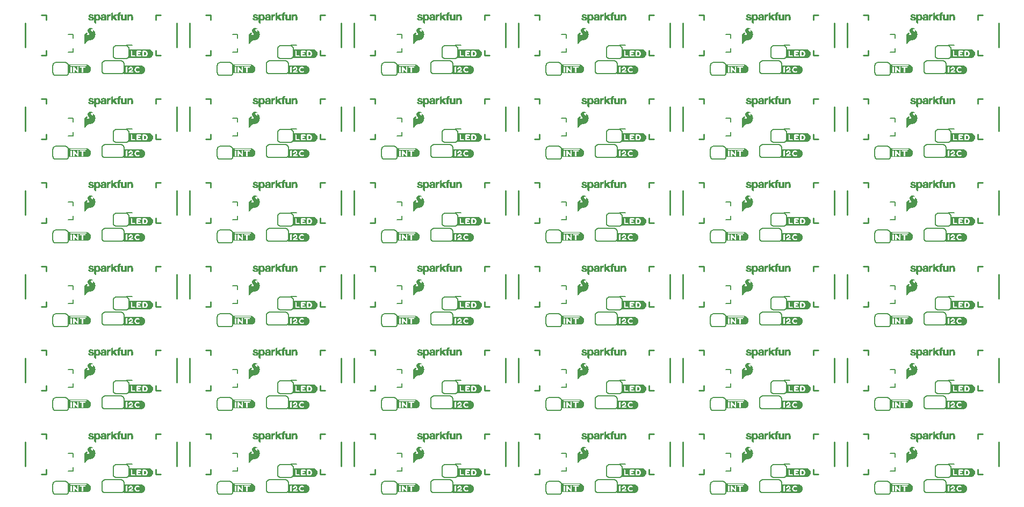
<source format=gto>
G04 EAGLE Gerber RS-274X export*
G75*
%MOMM*%
%FSLAX34Y34*%
%LPD*%
%INSilkscreen Top*%
%IPPOS*%
%AMOC8*
5,1,8,0,0,1.08239X$1,22.5*%
G01*
%ADD10C,0.203200*%
%ADD11C,0.254000*%

G36*
X980005Y317004D02*
X980005Y317004D01*
X980008Y317001D01*
X980608Y317101D01*
X980611Y317105D01*
X980614Y317103D01*
X981314Y317303D01*
X981315Y317304D01*
X981316Y317303D01*
X981916Y317503D01*
X981919Y317508D01*
X981922Y317506D01*
X983122Y318106D01*
X983124Y318110D01*
X983127Y318109D01*
X983727Y318509D01*
X983728Y318512D01*
X983731Y318512D01*
X984231Y318912D01*
X984232Y318916D01*
X984235Y318915D01*
X984735Y319415D01*
X984736Y319422D01*
X984741Y319423D01*
X985141Y320023D01*
X985141Y320025D01*
X985142Y320025D01*
X985442Y320525D01*
X985442Y320528D01*
X985444Y320528D01*
X985744Y321128D01*
X985744Y321130D01*
X985745Y321131D01*
X986045Y321831D01*
X986043Y321839D01*
X986049Y321842D01*
X986149Y322442D01*
X986148Y322443D01*
X986149Y322443D01*
X986349Y323843D01*
X986343Y323853D01*
X986349Y323858D01*
X986249Y324458D01*
X986149Y325157D01*
X986049Y325857D01*
X986041Y325865D01*
X986044Y325872D01*
X985746Y326469D01*
X985547Y327066D01*
X985539Y327071D01*
X985541Y327077D01*
X985141Y327677D01*
X985138Y327678D01*
X985138Y327681D01*
X984738Y328181D01*
X984734Y328182D01*
X984735Y328185D01*
X983735Y329185D01*
X983731Y329185D01*
X983731Y329188D01*
X983231Y329588D01*
X983223Y329589D01*
X983222Y329594D01*
X982022Y330194D01*
X982015Y330193D01*
X982014Y330197D01*
X981315Y330397D01*
X980716Y330597D01*
X980709Y330595D01*
X980707Y330599D01*
X980007Y330699D01*
X980002Y330696D01*
X980000Y330699D01*
X947600Y330699D01*
X947553Y330663D01*
X947556Y330659D01*
X947551Y330657D01*
X947451Y329957D01*
X947454Y329952D01*
X947451Y329950D01*
X947451Y317150D01*
X947487Y317103D01*
X947490Y317105D01*
X947492Y317101D01*
X948092Y317001D01*
X948097Y317004D01*
X948100Y317001D01*
X980000Y317001D01*
X980005Y317004D01*
G37*
G36*
X1498165Y581164D02*
X1498165Y581164D01*
X1498168Y581161D01*
X1498768Y581261D01*
X1498771Y581265D01*
X1498774Y581263D01*
X1499474Y581463D01*
X1499475Y581464D01*
X1499476Y581463D01*
X1500076Y581663D01*
X1500079Y581668D01*
X1500082Y581666D01*
X1501282Y582266D01*
X1501284Y582270D01*
X1501287Y582269D01*
X1501887Y582669D01*
X1501888Y582672D01*
X1501891Y582672D01*
X1502391Y583072D01*
X1502392Y583076D01*
X1502395Y583075D01*
X1502895Y583575D01*
X1502896Y583582D01*
X1502901Y583583D01*
X1503301Y584183D01*
X1503301Y584185D01*
X1503302Y584185D01*
X1503602Y584685D01*
X1503602Y584688D01*
X1503604Y584688D01*
X1503904Y585288D01*
X1503904Y585290D01*
X1503905Y585291D01*
X1504205Y585991D01*
X1504203Y585999D01*
X1504209Y586002D01*
X1504309Y586602D01*
X1504308Y586603D01*
X1504309Y586603D01*
X1504509Y588003D01*
X1504503Y588013D01*
X1504509Y588018D01*
X1504409Y588618D01*
X1504309Y589317D01*
X1504209Y590017D01*
X1504201Y590025D01*
X1504204Y590032D01*
X1503906Y590629D01*
X1503707Y591226D01*
X1503699Y591231D01*
X1503701Y591237D01*
X1503301Y591837D01*
X1503298Y591838D01*
X1503298Y591841D01*
X1502898Y592341D01*
X1502894Y592342D01*
X1502895Y592345D01*
X1501895Y593345D01*
X1501891Y593345D01*
X1501891Y593348D01*
X1501391Y593748D01*
X1501383Y593749D01*
X1501382Y593754D01*
X1500182Y594354D01*
X1500175Y594353D01*
X1500174Y594357D01*
X1499475Y594557D01*
X1498876Y594757D01*
X1498869Y594755D01*
X1498867Y594759D01*
X1498167Y594859D01*
X1498162Y594856D01*
X1498160Y594859D01*
X1465760Y594859D01*
X1465713Y594823D01*
X1465716Y594819D01*
X1465711Y594817D01*
X1465611Y594117D01*
X1465614Y594112D01*
X1465611Y594110D01*
X1465611Y581310D01*
X1465647Y581263D01*
X1465650Y581265D01*
X1465652Y581261D01*
X1466252Y581161D01*
X1466257Y581164D01*
X1466260Y581161D01*
X1498160Y581161D01*
X1498165Y581164D01*
G37*
G36*
X461845Y581164D02*
X461845Y581164D01*
X461848Y581161D01*
X462448Y581261D01*
X462451Y581265D01*
X462454Y581263D01*
X463154Y581463D01*
X463155Y581464D01*
X463156Y581463D01*
X463756Y581663D01*
X463759Y581668D01*
X463762Y581666D01*
X464962Y582266D01*
X464964Y582270D01*
X464967Y582269D01*
X465567Y582669D01*
X465568Y582672D01*
X465571Y582672D01*
X466071Y583072D01*
X466072Y583076D01*
X466075Y583075D01*
X466575Y583575D01*
X466576Y583582D01*
X466581Y583583D01*
X466981Y584183D01*
X466981Y584185D01*
X466982Y584185D01*
X467282Y584685D01*
X467282Y584688D01*
X467284Y584688D01*
X467584Y585288D01*
X467584Y585290D01*
X467585Y585291D01*
X467885Y585991D01*
X467883Y585999D01*
X467889Y586002D01*
X467989Y586602D01*
X467988Y586603D01*
X467989Y586603D01*
X468189Y588003D01*
X468183Y588013D01*
X468189Y588018D01*
X468089Y588618D01*
X467989Y589317D01*
X467889Y590017D01*
X467881Y590025D01*
X467884Y590032D01*
X467586Y590629D01*
X467387Y591226D01*
X467379Y591231D01*
X467381Y591237D01*
X466981Y591837D01*
X466978Y591838D01*
X466978Y591841D01*
X466578Y592341D01*
X466574Y592342D01*
X466575Y592345D01*
X465575Y593345D01*
X465571Y593345D01*
X465571Y593348D01*
X465071Y593748D01*
X465063Y593749D01*
X465062Y593754D01*
X463862Y594354D01*
X463855Y594353D01*
X463854Y594357D01*
X463155Y594557D01*
X462556Y594757D01*
X462549Y594755D01*
X462547Y594759D01*
X461847Y594859D01*
X461842Y594856D01*
X461840Y594859D01*
X429440Y594859D01*
X429393Y594823D01*
X429396Y594819D01*
X429391Y594817D01*
X429291Y594117D01*
X429294Y594112D01*
X429291Y594110D01*
X429291Y581310D01*
X429327Y581263D01*
X429330Y581265D01*
X429332Y581261D01*
X429932Y581161D01*
X429937Y581164D01*
X429940Y581161D01*
X461840Y581161D01*
X461845Y581164D01*
G37*
G36*
X720925Y581164D02*
X720925Y581164D01*
X720928Y581161D01*
X721528Y581261D01*
X721531Y581265D01*
X721534Y581263D01*
X722234Y581463D01*
X722235Y581464D01*
X722236Y581463D01*
X722836Y581663D01*
X722839Y581668D01*
X722842Y581666D01*
X724042Y582266D01*
X724044Y582270D01*
X724047Y582269D01*
X724647Y582669D01*
X724648Y582672D01*
X724651Y582672D01*
X725151Y583072D01*
X725152Y583076D01*
X725155Y583075D01*
X725655Y583575D01*
X725656Y583582D01*
X725661Y583583D01*
X726061Y584183D01*
X726061Y584185D01*
X726062Y584185D01*
X726362Y584685D01*
X726362Y584688D01*
X726364Y584688D01*
X726664Y585288D01*
X726664Y585290D01*
X726665Y585291D01*
X726965Y585991D01*
X726963Y585999D01*
X726969Y586002D01*
X727069Y586602D01*
X727068Y586603D01*
X727069Y586603D01*
X727269Y588003D01*
X727263Y588013D01*
X727269Y588018D01*
X727169Y588618D01*
X727069Y589317D01*
X726969Y590017D01*
X726961Y590025D01*
X726964Y590032D01*
X726666Y590629D01*
X726467Y591226D01*
X726459Y591231D01*
X726461Y591237D01*
X726061Y591837D01*
X726058Y591838D01*
X726058Y591841D01*
X725658Y592341D01*
X725654Y592342D01*
X725655Y592345D01*
X724655Y593345D01*
X724651Y593345D01*
X724651Y593348D01*
X724151Y593748D01*
X724143Y593749D01*
X724142Y593754D01*
X722942Y594354D01*
X722935Y594353D01*
X722934Y594357D01*
X722235Y594557D01*
X721636Y594757D01*
X721629Y594755D01*
X721627Y594759D01*
X720927Y594859D01*
X720922Y594856D01*
X720920Y594859D01*
X688520Y594859D01*
X688473Y594823D01*
X688476Y594819D01*
X688471Y594817D01*
X688371Y594117D01*
X688374Y594112D01*
X688371Y594110D01*
X688371Y581310D01*
X688407Y581263D01*
X688410Y581265D01*
X688412Y581261D01*
X689012Y581161D01*
X689017Y581164D01*
X689020Y581161D01*
X720920Y581161D01*
X720925Y581164D01*
G37*
G36*
X202765Y581164D02*
X202765Y581164D01*
X202768Y581161D01*
X203368Y581261D01*
X203371Y581265D01*
X203374Y581263D01*
X204074Y581463D01*
X204075Y581464D01*
X204076Y581463D01*
X204676Y581663D01*
X204679Y581668D01*
X204682Y581666D01*
X205882Y582266D01*
X205884Y582270D01*
X205887Y582269D01*
X206487Y582669D01*
X206488Y582672D01*
X206491Y582672D01*
X206991Y583072D01*
X206992Y583076D01*
X206995Y583075D01*
X207495Y583575D01*
X207496Y583582D01*
X207501Y583583D01*
X207901Y584183D01*
X207901Y584185D01*
X207902Y584185D01*
X208202Y584685D01*
X208202Y584688D01*
X208204Y584688D01*
X208504Y585288D01*
X208504Y585290D01*
X208505Y585291D01*
X208805Y585991D01*
X208803Y585999D01*
X208809Y586002D01*
X208909Y586602D01*
X208908Y586603D01*
X208909Y586603D01*
X209109Y588003D01*
X209103Y588013D01*
X209109Y588018D01*
X209009Y588618D01*
X208909Y589317D01*
X208809Y590017D01*
X208801Y590025D01*
X208804Y590032D01*
X208506Y590629D01*
X208307Y591226D01*
X208299Y591231D01*
X208301Y591237D01*
X207901Y591837D01*
X207898Y591838D01*
X207898Y591841D01*
X207498Y592341D01*
X207494Y592342D01*
X207495Y592345D01*
X206495Y593345D01*
X206491Y593345D01*
X206491Y593348D01*
X205991Y593748D01*
X205983Y593749D01*
X205982Y593754D01*
X204782Y594354D01*
X204775Y594353D01*
X204774Y594357D01*
X204075Y594557D01*
X203476Y594757D01*
X203469Y594755D01*
X203467Y594759D01*
X202767Y594859D01*
X202762Y594856D01*
X202760Y594859D01*
X170360Y594859D01*
X170313Y594823D01*
X170316Y594819D01*
X170311Y594817D01*
X170211Y594117D01*
X170214Y594112D01*
X170211Y594110D01*
X170211Y581310D01*
X170247Y581263D01*
X170250Y581265D01*
X170252Y581261D01*
X170852Y581161D01*
X170857Y581164D01*
X170860Y581161D01*
X202760Y581161D01*
X202765Y581164D01*
G37*
G36*
X980005Y184924D02*
X980005Y184924D01*
X980008Y184921D01*
X980608Y185021D01*
X980611Y185025D01*
X980614Y185023D01*
X981314Y185223D01*
X981315Y185224D01*
X981316Y185223D01*
X981916Y185423D01*
X981919Y185428D01*
X981922Y185426D01*
X983122Y186026D01*
X983124Y186030D01*
X983127Y186029D01*
X983727Y186429D01*
X983728Y186432D01*
X983731Y186432D01*
X984231Y186832D01*
X984232Y186836D01*
X984235Y186835D01*
X984735Y187335D01*
X984736Y187342D01*
X984741Y187343D01*
X985141Y187943D01*
X985141Y187945D01*
X985142Y187945D01*
X985442Y188445D01*
X985442Y188448D01*
X985444Y188448D01*
X985744Y189048D01*
X985744Y189050D01*
X985745Y189051D01*
X986045Y189751D01*
X986043Y189759D01*
X986049Y189762D01*
X986149Y190362D01*
X986148Y190363D01*
X986149Y190363D01*
X986349Y191763D01*
X986343Y191773D01*
X986349Y191778D01*
X986249Y192378D01*
X986149Y193077D01*
X986049Y193777D01*
X986041Y193785D01*
X986044Y193792D01*
X985746Y194389D01*
X985547Y194986D01*
X985539Y194991D01*
X985541Y194997D01*
X985141Y195597D01*
X985138Y195598D01*
X985138Y195601D01*
X984738Y196101D01*
X984734Y196102D01*
X984735Y196105D01*
X983735Y197105D01*
X983731Y197105D01*
X983731Y197108D01*
X983231Y197508D01*
X983223Y197509D01*
X983222Y197514D01*
X982022Y198114D01*
X982015Y198113D01*
X982014Y198117D01*
X981315Y198317D01*
X980716Y198517D01*
X980709Y198515D01*
X980707Y198519D01*
X980007Y198619D01*
X980002Y198616D01*
X980000Y198619D01*
X947600Y198619D01*
X947553Y198583D01*
X947556Y198579D01*
X947551Y198577D01*
X947451Y197877D01*
X947454Y197872D01*
X947451Y197870D01*
X947451Y185070D01*
X947487Y185023D01*
X947490Y185025D01*
X947492Y185021D01*
X948092Y184921D01*
X948097Y184924D01*
X948100Y184921D01*
X980000Y184921D01*
X980005Y184924D01*
G37*
G36*
X1239085Y184924D02*
X1239085Y184924D01*
X1239088Y184921D01*
X1239688Y185021D01*
X1239691Y185025D01*
X1239694Y185023D01*
X1240394Y185223D01*
X1240395Y185224D01*
X1240396Y185223D01*
X1240996Y185423D01*
X1240999Y185428D01*
X1241002Y185426D01*
X1242202Y186026D01*
X1242204Y186030D01*
X1242207Y186029D01*
X1242807Y186429D01*
X1242808Y186432D01*
X1242811Y186432D01*
X1243311Y186832D01*
X1243312Y186836D01*
X1243315Y186835D01*
X1243815Y187335D01*
X1243816Y187342D01*
X1243821Y187343D01*
X1244221Y187943D01*
X1244221Y187945D01*
X1244222Y187945D01*
X1244522Y188445D01*
X1244522Y188448D01*
X1244524Y188448D01*
X1244824Y189048D01*
X1244824Y189050D01*
X1244825Y189051D01*
X1245125Y189751D01*
X1245123Y189759D01*
X1245129Y189762D01*
X1245229Y190362D01*
X1245228Y190363D01*
X1245229Y190363D01*
X1245429Y191763D01*
X1245423Y191773D01*
X1245429Y191778D01*
X1245329Y192378D01*
X1245229Y193077D01*
X1245129Y193777D01*
X1245121Y193785D01*
X1245124Y193792D01*
X1244826Y194389D01*
X1244627Y194986D01*
X1244619Y194991D01*
X1244621Y194997D01*
X1244221Y195597D01*
X1244218Y195598D01*
X1244218Y195601D01*
X1243818Y196101D01*
X1243814Y196102D01*
X1243815Y196105D01*
X1242815Y197105D01*
X1242811Y197105D01*
X1242811Y197108D01*
X1242311Y197508D01*
X1242303Y197509D01*
X1242302Y197514D01*
X1241102Y198114D01*
X1241095Y198113D01*
X1241094Y198117D01*
X1240395Y198317D01*
X1239796Y198517D01*
X1239789Y198515D01*
X1239787Y198519D01*
X1239087Y198619D01*
X1239082Y198616D01*
X1239080Y198619D01*
X1206680Y198619D01*
X1206633Y198583D01*
X1206636Y198579D01*
X1206631Y198577D01*
X1206531Y197877D01*
X1206534Y197872D01*
X1206531Y197870D01*
X1206531Y185070D01*
X1206567Y185023D01*
X1206570Y185025D01*
X1206572Y185021D01*
X1207172Y184921D01*
X1207177Y184924D01*
X1207180Y184921D01*
X1239080Y184921D01*
X1239085Y184924D01*
G37*
G36*
X1498165Y184924D02*
X1498165Y184924D01*
X1498168Y184921D01*
X1498768Y185021D01*
X1498771Y185025D01*
X1498774Y185023D01*
X1499474Y185223D01*
X1499475Y185224D01*
X1499476Y185223D01*
X1500076Y185423D01*
X1500079Y185428D01*
X1500082Y185426D01*
X1501282Y186026D01*
X1501284Y186030D01*
X1501287Y186029D01*
X1501887Y186429D01*
X1501888Y186432D01*
X1501891Y186432D01*
X1502391Y186832D01*
X1502392Y186836D01*
X1502395Y186835D01*
X1502895Y187335D01*
X1502896Y187342D01*
X1502901Y187343D01*
X1503301Y187943D01*
X1503301Y187945D01*
X1503302Y187945D01*
X1503602Y188445D01*
X1503602Y188448D01*
X1503604Y188448D01*
X1503904Y189048D01*
X1503904Y189050D01*
X1503905Y189051D01*
X1504205Y189751D01*
X1504203Y189759D01*
X1504209Y189762D01*
X1504309Y190362D01*
X1504308Y190363D01*
X1504309Y190363D01*
X1504509Y191763D01*
X1504503Y191773D01*
X1504509Y191778D01*
X1504409Y192378D01*
X1504309Y193077D01*
X1504209Y193777D01*
X1504201Y193785D01*
X1504204Y193792D01*
X1503906Y194389D01*
X1503707Y194986D01*
X1503699Y194991D01*
X1503701Y194997D01*
X1503301Y195597D01*
X1503298Y195598D01*
X1503298Y195601D01*
X1502898Y196101D01*
X1502894Y196102D01*
X1502895Y196105D01*
X1501895Y197105D01*
X1501891Y197105D01*
X1501891Y197108D01*
X1501391Y197508D01*
X1501383Y197509D01*
X1501382Y197514D01*
X1500182Y198114D01*
X1500175Y198113D01*
X1500174Y198117D01*
X1499475Y198317D01*
X1498876Y198517D01*
X1498869Y198515D01*
X1498867Y198519D01*
X1498167Y198619D01*
X1498162Y198616D01*
X1498160Y198619D01*
X1465760Y198619D01*
X1465713Y198583D01*
X1465716Y198579D01*
X1465711Y198577D01*
X1465611Y197877D01*
X1465614Y197872D01*
X1465611Y197870D01*
X1465611Y185070D01*
X1465647Y185023D01*
X1465650Y185025D01*
X1465652Y185021D01*
X1466252Y184921D01*
X1466257Y184924D01*
X1466260Y184921D01*
X1498160Y184921D01*
X1498165Y184924D01*
G37*
G36*
X720925Y184924D02*
X720925Y184924D01*
X720928Y184921D01*
X721528Y185021D01*
X721531Y185025D01*
X721534Y185023D01*
X722234Y185223D01*
X722235Y185224D01*
X722236Y185223D01*
X722836Y185423D01*
X722839Y185428D01*
X722842Y185426D01*
X724042Y186026D01*
X724044Y186030D01*
X724047Y186029D01*
X724647Y186429D01*
X724648Y186432D01*
X724651Y186432D01*
X725151Y186832D01*
X725152Y186836D01*
X725155Y186835D01*
X725655Y187335D01*
X725656Y187342D01*
X725661Y187343D01*
X726061Y187943D01*
X726061Y187945D01*
X726062Y187945D01*
X726362Y188445D01*
X726362Y188448D01*
X726364Y188448D01*
X726664Y189048D01*
X726664Y189050D01*
X726665Y189051D01*
X726965Y189751D01*
X726963Y189759D01*
X726969Y189762D01*
X727069Y190362D01*
X727068Y190363D01*
X727069Y190363D01*
X727269Y191763D01*
X727263Y191773D01*
X727269Y191778D01*
X727169Y192378D01*
X727069Y193077D01*
X726969Y193777D01*
X726961Y193785D01*
X726964Y193792D01*
X726666Y194389D01*
X726467Y194986D01*
X726459Y194991D01*
X726461Y194997D01*
X726061Y195597D01*
X726058Y195598D01*
X726058Y195601D01*
X725658Y196101D01*
X725654Y196102D01*
X725655Y196105D01*
X724655Y197105D01*
X724651Y197105D01*
X724651Y197108D01*
X724151Y197508D01*
X724143Y197509D01*
X724142Y197514D01*
X722942Y198114D01*
X722935Y198113D01*
X722934Y198117D01*
X722235Y198317D01*
X721636Y198517D01*
X721629Y198515D01*
X721627Y198519D01*
X720927Y198619D01*
X720922Y198616D01*
X720920Y198619D01*
X688520Y198619D01*
X688473Y198583D01*
X688476Y198579D01*
X688471Y198577D01*
X688371Y197877D01*
X688374Y197872D01*
X688371Y197870D01*
X688371Y185070D01*
X688407Y185023D01*
X688410Y185025D01*
X688412Y185021D01*
X689012Y184921D01*
X689017Y184924D01*
X689020Y184921D01*
X720920Y184921D01*
X720925Y184924D01*
G37*
G36*
X202765Y449084D02*
X202765Y449084D01*
X202768Y449081D01*
X203368Y449181D01*
X203371Y449185D01*
X203374Y449183D01*
X204074Y449383D01*
X204075Y449384D01*
X204076Y449383D01*
X204676Y449583D01*
X204679Y449588D01*
X204682Y449586D01*
X205882Y450186D01*
X205884Y450190D01*
X205887Y450189D01*
X206487Y450589D01*
X206488Y450592D01*
X206491Y450592D01*
X206991Y450992D01*
X206992Y450996D01*
X206995Y450995D01*
X207495Y451495D01*
X207496Y451502D01*
X207501Y451503D01*
X207901Y452103D01*
X207901Y452105D01*
X207902Y452105D01*
X208202Y452605D01*
X208202Y452608D01*
X208204Y452608D01*
X208504Y453208D01*
X208504Y453210D01*
X208505Y453211D01*
X208805Y453911D01*
X208803Y453919D01*
X208809Y453922D01*
X208909Y454522D01*
X208908Y454523D01*
X208909Y454523D01*
X209109Y455923D01*
X209103Y455933D01*
X209109Y455938D01*
X209009Y456538D01*
X208909Y457237D01*
X208809Y457937D01*
X208801Y457945D01*
X208804Y457952D01*
X208506Y458549D01*
X208307Y459146D01*
X208299Y459151D01*
X208301Y459157D01*
X207901Y459757D01*
X207898Y459758D01*
X207898Y459761D01*
X207498Y460261D01*
X207494Y460262D01*
X207495Y460265D01*
X206495Y461265D01*
X206491Y461265D01*
X206491Y461268D01*
X205991Y461668D01*
X205983Y461669D01*
X205982Y461674D01*
X204782Y462274D01*
X204775Y462273D01*
X204774Y462277D01*
X204075Y462477D01*
X203476Y462677D01*
X203469Y462675D01*
X203467Y462679D01*
X202767Y462779D01*
X202762Y462776D01*
X202760Y462779D01*
X170360Y462779D01*
X170313Y462743D01*
X170316Y462739D01*
X170311Y462737D01*
X170211Y462037D01*
X170214Y462032D01*
X170211Y462030D01*
X170211Y449230D01*
X170247Y449183D01*
X170250Y449185D01*
X170252Y449181D01*
X170852Y449081D01*
X170857Y449084D01*
X170860Y449081D01*
X202760Y449081D01*
X202765Y449084D01*
G37*
G36*
X1239085Y449084D02*
X1239085Y449084D01*
X1239088Y449081D01*
X1239688Y449181D01*
X1239691Y449185D01*
X1239694Y449183D01*
X1240394Y449383D01*
X1240395Y449384D01*
X1240396Y449383D01*
X1240996Y449583D01*
X1240999Y449588D01*
X1241002Y449586D01*
X1242202Y450186D01*
X1242204Y450190D01*
X1242207Y450189D01*
X1242807Y450589D01*
X1242808Y450592D01*
X1242811Y450592D01*
X1243311Y450992D01*
X1243312Y450996D01*
X1243315Y450995D01*
X1243815Y451495D01*
X1243816Y451502D01*
X1243821Y451503D01*
X1244221Y452103D01*
X1244221Y452105D01*
X1244222Y452105D01*
X1244522Y452605D01*
X1244522Y452608D01*
X1244524Y452608D01*
X1244824Y453208D01*
X1244824Y453210D01*
X1244825Y453211D01*
X1245125Y453911D01*
X1245123Y453919D01*
X1245129Y453922D01*
X1245229Y454522D01*
X1245228Y454523D01*
X1245229Y454523D01*
X1245429Y455923D01*
X1245423Y455933D01*
X1245429Y455938D01*
X1245329Y456538D01*
X1245229Y457237D01*
X1245129Y457937D01*
X1245121Y457945D01*
X1245124Y457952D01*
X1244826Y458549D01*
X1244627Y459146D01*
X1244619Y459151D01*
X1244621Y459157D01*
X1244221Y459757D01*
X1244218Y459758D01*
X1244218Y459761D01*
X1243818Y460261D01*
X1243814Y460262D01*
X1243815Y460265D01*
X1242815Y461265D01*
X1242811Y461265D01*
X1242811Y461268D01*
X1242311Y461668D01*
X1242303Y461669D01*
X1242302Y461674D01*
X1241102Y462274D01*
X1241095Y462273D01*
X1241094Y462277D01*
X1240395Y462477D01*
X1239796Y462677D01*
X1239789Y462675D01*
X1239787Y462679D01*
X1239087Y462779D01*
X1239082Y462776D01*
X1239080Y462779D01*
X1206680Y462779D01*
X1206633Y462743D01*
X1206636Y462739D01*
X1206631Y462737D01*
X1206531Y462037D01*
X1206534Y462032D01*
X1206531Y462030D01*
X1206531Y449230D01*
X1206567Y449183D01*
X1206570Y449185D01*
X1206572Y449181D01*
X1207172Y449081D01*
X1207177Y449084D01*
X1207180Y449081D01*
X1239080Y449081D01*
X1239085Y449084D01*
G37*
G36*
X1498165Y449084D02*
X1498165Y449084D01*
X1498168Y449081D01*
X1498768Y449181D01*
X1498771Y449185D01*
X1498774Y449183D01*
X1499474Y449383D01*
X1499475Y449384D01*
X1499476Y449383D01*
X1500076Y449583D01*
X1500079Y449588D01*
X1500082Y449586D01*
X1501282Y450186D01*
X1501284Y450190D01*
X1501287Y450189D01*
X1501887Y450589D01*
X1501888Y450592D01*
X1501891Y450592D01*
X1502391Y450992D01*
X1502392Y450996D01*
X1502395Y450995D01*
X1502895Y451495D01*
X1502896Y451502D01*
X1502901Y451503D01*
X1503301Y452103D01*
X1503301Y452105D01*
X1503302Y452105D01*
X1503602Y452605D01*
X1503602Y452608D01*
X1503604Y452608D01*
X1503904Y453208D01*
X1503904Y453210D01*
X1503905Y453211D01*
X1504205Y453911D01*
X1504203Y453919D01*
X1504209Y453922D01*
X1504309Y454522D01*
X1504308Y454523D01*
X1504309Y454523D01*
X1504509Y455923D01*
X1504503Y455933D01*
X1504509Y455938D01*
X1504409Y456538D01*
X1504309Y457237D01*
X1504209Y457937D01*
X1504201Y457945D01*
X1504204Y457952D01*
X1503906Y458549D01*
X1503707Y459146D01*
X1503699Y459151D01*
X1503701Y459157D01*
X1503301Y459757D01*
X1503298Y459758D01*
X1503298Y459761D01*
X1502898Y460261D01*
X1502894Y460262D01*
X1502895Y460265D01*
X1501895Y461265D01*
X1501891Y461265D01*
X1501891Y461268D01*
X1501391Y461668D01*
X1501383Y461669D01*
X1501382Y461674D01*
X1500182Y462274D01*
X1500175Y462273D01*
X1500174Y462277D01*
X1499475Y462477D01*
X1498876Y462677D01*
X1498869Y462675D01*
X1498867Y462679D01*
X1498167Y462779D01*
X1498162Y462776D01*
X1498160Y462779D01*
X1465760Y462779D01*
X1465713Y462743D01*
X1465716Y462739D01*
X1465711Y462737D01*
X1465611Y462037D01*
X1465614Y462032D01*
X1465611Y462030D01*
X1465611Y449230D01*
X1465647Y449183D01*
X1465650Y449185D01*
X1465652Y449181D01*
X1466252Y449081D01*
X1466257Y449084D01*
X1466260Y449081D01*
X1498160Y449081D01*
X1498165Y449084D01*
G37*
G36*
X1239085Y52844D02*
X1239085Y52844D01*
X1239088Y52841D01*
X1239688Y52941D01*
X1239691Y52945D01*
X1239694Y52943D01*
X1240394Y53143D01*
X1240395Y53144D01*
X1240396Y53143D01*
X1240996Y53343D01*
X1240999Y53348D01*
X1241002Y53346D01*
X1242202Y53946D01*
X1242204Y53950D01*
X1242207Y53949D01*
X1242807Y54349D01*
X1242808Y54352D01*
X1242811Y54352D01*
X1243311Y54752D01*
X1243312Y54756D01*
X1243315Y54755D01*
X1243815Y55255D01*
X1243816Y55262D01*
X1243821Y55263D01*
X1244221Y55863D01*
X1244221Y55865D01*
X1244222Y55865D01*
X1244522Y56365D01*
X1244522Y56368D01*
X1244524Y56368D01*
X1244824Y56968D01*
X1244824Y56970D01*
X1244825Y56971D01*
X1245125Y57671D01*
X1245123Y57679D01*
X1245129Y57682D01*
X1245229Y58282D01*
X1245228Y58283D01*
X1245229Y58283D01*
X1245429Y59683D01*
X1245423Y59693D01*
X1245429Y59698D01*
X1245329Y60298D01*
X1245229Y60997D01*
X1245129Y61697D01*
X1245121Y61705D01*
X1245124Y61712D01*
X1244826Y62309D01*
X1244627Y62906D01*
X1244619Y62911D01*
X1244621Y62917D01*
X1244221Y63517D01*
X1244218Y63518D01*
X1244218Y63521D01*
X1243818Y64021D01*
X1243814Y64022D01*
X1243815Y64025D01*
X1242815Y65025D01*
X1242811Y65025D01*
X1242811Y65028D01*
X1242311Y65428D01*
X1242303Y65429D01*
X1242302Y65434D01*
X1241102Y66034D01*
X1241095Y66033D01*
X1241094Y66037D01*
X1240395Y66237D01*
X1239796Y66437D01*
X1239789Y66435D01*
X1239787Y66439D01*
X1239087Y66539D01*
X1239082Y66536D01*
X1239080Y66539D01*
X1206680Y66539D01*
X1206633Y66503D01*
X1206636Y66499D01*
X1206631Y66497D01*
X1206531Y65797D01*
X1206534Y65792D01*
X1206531Y65790D01*
X1206531Y52990D01*
X1206567Y52943D01*
X1206570Y52945D01*
X1206572Y52941D01*
X1207172Y52841D01*
X1207177Y52844D01*
X1207180Y52841D01*
X1239080Y52841D01*
X1239085Y52844D01*
G37*
G36*
X1498165Y713244D02*
X1498165Y713244D01*
X1498168Y713241D01*
X1498768Y713341D01*
X1498771Y713345D01*
X1498774Y713343D01*
X1499474Y713543D01*
X1499475Y713544D01*
X1499476Y713543D01*
X1500076Y713743D01*
X1500079Y713748D01*
X1500082Y713746D01*
X1501282Y714346D01*
X1501284Y714350D01*
X1501287Y714349D01*
X1501887Y714749D01*
X1501888Y714752D01*
X1501891Y714752D01*
X1502391Y715152D01*
X1502392Y715156D01*
X1502395Y715155D01*
X1502895Y715655D01*
X1502896Y715662D01*
X1502901Y715663D01*
X1503301Y716263D01*
X1503301Y716265D01*
X1503302Y716265D01*
X1503602Y716765D01*
X1503602Y716768D01*
X1503604Y716768D01*
X1503904Y717368D01*
X1503904Y717370D01*
X1503905Y717371D01*
X1504205Y718071D01*
X1504203Y718079D01*
X1504209Y718082D01*
X1504309Y718682D01*
X1504308Y718683D01*
X1504309Y718683D01*
X1504509Y720083D01*
X1504503Y720093D01*
X1504509Y720098D01*
X1504409Y720698D01*
X1504309Y721397D01*
X1504209Y722097D01*
X1504201Y722105D01*
X1504204Y722112D01*
X1503906Y722709D01*
X1503707Y723306D01*
X1503699Y723311D01*
X1503701Y723317D01*
X1503301Y723917D01*
X1503298Y723918D01*
X1503298Y723921D01*
X1502898Y724421D01*
X1502894Y724422D01*
X1502895Y724425D01*
X1501895Y725425D01*
X1501891Y725425D01*
X1501891Y725428D01*
X1501391Y725828D01*
X1501383Y725829D01*
X1501382Y725834D01*
X1500182Y726434D01*
X1500175Y726433D01*
X1500174Y726437D01*
X1499475Y726637D01*
X1498876Y726837D01*
X1498869Y726835D01*
X1498867Y726839D01*
X1498167Y726939D01*
X1498162Y726936D01*
X1498160Y726939D01*
X1465760Y726939D01*
X1465713Y726903D01*
X1465716Y726899D01*
X1465711Y726897D01*
X1465611Y726197D01*
X1465614Y726192D01*
X1465611Y726190D01*
X1465611Y713390D01*
X1465647Y713343D01*
X1465650Y713345D01*
X1465652Y713341D01*
X1466252Y713241D01*
X1466257Y713244D01*
X1466260Y713241D01*
X1498160Y713241D01*
X1498165Y713244D01*
G37*
G36*
X980005Y52844D02*
X980005Y52844D01*
X980008Y52841D01*
X980608Y52941D01*
X980611Y52945D01*
X980614Y52943D01*
X981314Y53143D01*
X981315Y53144D01*
X981316Y53143D01*
X981916Y53343D01*
X981919Y53348D01*
X981922Y53346D01*
X983122Y53946D01*
X983124Y53950D01*
X983127Y53949D01*
X983727Y54349D01*
X983728Y54352D01*
X983731Y54352D01*
X984231Y54752D01*
X984232Y54756D01*
X984235Y54755D01*
X984735Y55255D01*
X984736Y55262D01*
X984741Y55263D01*
X985141Y55863D01*
X985141Y55865D01*
X985142Y55865D01*
X985442Y56365D01*
X985442Y56368D01*
X985444Y56368D01*
X985744Y56968D01*
X985744Y56970D01*
X985745Y56971D01*
X986045Y57671D01*
X986043Y57679D01*
X986049Y57682D01*
X986149Y58282D01*
X986148Y58283D01*
X986149Y58283D01*
X986349Y59683D01*
X986343Y59693D01*
X986349Y59698D01*
X986249Y60298D01*
X986149Y60997D01*
X986049Y61697D01*
X986041Y61705D01*
X986044Y61712D01*
X985746Y62309D01*
X985547Y62906D01*
X985539Y62911D01*
X985541Y62917D01*
X985141Y63517D01*
X985138Y63518D01*
X985138Y63521D01*
X984738Y64021D01*
X984734Y64022D01*
X984735Y64025D01*
X983735Y65025D01*
X983731Y65025D01*
X983731Y65028D01*
X983231Y65428D01*
X983223Y65429D01*
X983222Y65434D01*
X982022Y66034D01*
X982015Y66033D01*
X982014Y66037D01*
X981315Y66237D01*
X980716Y66437D01*
X980709Y66435D01*
X980707Y66439D01*
X980007Y66539D01*
X980002Y66536D01*
X980000Y66539D01*
X947600Y66539D01*
X947553Y66503D01*
X947556Y66499D01*
X947551Y66497D01*
X947451Y65797D01*
X947454Y65792D01*
X947451Y65790D01*
X947451Y52990D01*
X947487Y52943D01*
X947490Y52945D01*
X947492Y52941D01*
X948092Y52841D01*
X948097Y52844D01*
X948100Y52841D01*
X980000Y52841D01*
X980005Y52844D01*
G37*
G36*
X461845Y52844D02*
X461845Y52844D01*
X461848Y52841D01*
X462448Y52941D01*
X462451Y52945D01*
X462454Y52943D01*
X463154Y53143D01*
X463155Y53144D01*
X463156Y53143D01*
X463756Y53343D01*
X463759Y53348D01*
X463762Y53346D01*
X464962Y53946D01*
X464964Y53950D01*
X464967Y53949D01*
X465567Y54349D01*
X465568Y54352D01*
X465571Y54352D01*
X466071Y54752D01*
X466072Y54756D01*
X466075Y54755D01*
X466575Y55255D01*
X466576Y55262D01*
X466581Y55263D01*
X466981Y55863D01*
X466981Y55865D01*
X466982Y55865D01*
X467282Y56365D01*
X467282Y56368D01*
X467284Y56368D01*
X467584Y56968D01*
X467584Y56970D01*
X467585Y56971D01*
X467885Y57671D01*
X467883Y57679D01*
X467889Y57682D01*
X467989Y58282D01*
X467988Y58283D01*
X467989Y58283D01*
X468189Y59683D01*
X468183Y59693D01*
X468189Y59698D01*
X468089Y60298D01*
X467989Y60997D01*
X467889Y61697D01*
X467881Y61705D01*
X467884Y61712D01*
X467586Y62309D01*
X467387Y62906D01*
X467379Y62911D01*
X467381Y62917D01*
X466981Y63517D01*
X466978Y63518D01*
X466978Y63521D01*
X466578Y64021D01*
X466574Y64022D01*
X466575Y64025D01*
X465575Y65025D01*
X465571Y65025D01*
X465571Y65028D01*
X465071Y65428D01*
X465063Y65429D01*
X465062Y65434D01*
X463862Y66034D01*
X463855Y66033D01*
X463854Y66037D01*
X463155Y66237D01*
X462556Y66437D01*
X462549Y66435D01*
X462547Y66439D01*
X461847Y66539D01*
X461842Y66536D01*
X461840Y66539D01*
X429440Y66539D01*
X429393Y66503D01*
X429396Y66499D01*
X429391Y66497D01*
X429291Y65797D01*
X429294Y65792D01*
X429291Y65790D01*
X429291Y52990D01*
X429327Y52943D01*
X429330Y52945D01*
X429332Y52941D01*
X429932Y52841D01*
X429937Y52844D01*
X429940Y52841D01*
X461840Y52841D01*
X461845Y52844D01*
G37*
G36*
X1498165Y52844D02*
X1498165Y52844D01*
X1498168Y52841D01*
X1498768Y52941D01*
X1498771Y52945D01*
X1498774Y52943D01*
X1499474Y53143D01*
X1499475Y53144D01*
X1499476Y53143D01*
X1500076Y53343D01*
X1500079Y53348D01*
X1500082Y53346D01*
X1501282Y53946D01*
X1501284Y53950D01*
X1501287Y53949D01*
X1501887Y54349D01*
X1501888Y54352D01*
X1501891Y54352D01*
X1502391Y54752D01*
X1502392Y54756D01*
X1502395Y54755D01*
X1502895Y55255D01*
X1502896Y55262D01*
X1502901Y55263D01*
X1503301Y55863D01*
X1503301Y55865D01*
X1503302Y55865D01*
X1503602Y56365D01*
X1503602Y56368D01*
X1503604Y56368D01*
X1503904Y56968D01*
X1503904Y56970D01*
X1503905Y56971D01*
X1504205Y57671D01*
X1504203Y57679D01*
X1504209Y57682D01*
X1504309Y58282D01*
X1504308Y58283D01*
X1504309Y58283D01*
X1504509Y59683D01*
X1504503Y59693D01*
X1504509Y59698D01*
X1504409Y60298D01*
X1504309Y60997D01*
X1504209Y61697D01*
X1504201Y61705D01*
X1504204Y61712D01*
X1503906Y62309D01*
X1503707Y62906D01*
X1503699Y62911D01*
X1503701Y62917D01*
X1503301Y63517D01*
X1503298Y63518D01*
X1503298Y63521D01*
X1502898Y64021D01*
X1502894Y64022D01*
X1502895Y64025D01*
X1501895Y65025D01*
X1501891Y65025D01*
X1501891Y65028D01*
X1501391Y65428D01*
X1501383Y65429D01*
X1501382Y65434D01*
X1500182Y66034D01*
X1500175Y66033D01*
X1500174Y66037D01*
X1499475Y66237D01*
X1498876Y66437D01*
X1498869Y66435D01*
X1498867Y66439D01*
X1498167Y66539D01*
X1498162Y66536D01*
X1498160Y66539D01*
X1465760Y66539D01*
X1465713Y66503D01*
X1465716Y66499D01*
X1465711Y66497D01*
X1465611Y65797D01*
X1465614Y65792D01*
X1465611Y65790D01*
X1465611Y52990D01*
X1465647Y52943D01*
X1465650Y52945D01*
X1465652Y52941D01*
X1466252Y52841D01*
X1466257Y52844D01*
X1466260Y52841D01*
X1498160Y52841D01*
X1498165Y52844D01*
G37*
G36*
X720925Y52844D02*
X720925Y52844D01*
X720928Y52841D01*
X721528Y52941D01*
X721531Y52945D01*
X721534Y52943D01*
X722234Y53143D01*
X722235Y53144D01*
X722236Y53143D01*
X722836Y53343D01*
X722839Y53348D01*
X722842Y53346D01*
X724042Y53946D01*
X724044Y53950D01*
X724047Y53949D01*
X724647Y54349D01*
X724648Y54352D01*
X724651Y54352D01*
X725151Y54752D01*
X725152Y54756D01*
X725155Y54755D01*
X725655Y55255D01*
X725656Y55262D01*
X725661Y55263D01*
X726061Y55863D01*
X726061Y55865D01*
X726062Y55865D01*
X726362Y56365D01*
X726362Y56368D01*
X726364Y56368D01*
X726664Y56968D01*
X726664Y56970D01*
X726665Y56971D01*
X726965Y57671D01*
X726963Y57679D01*
X726969Y57682D01*
X727069Y58282D01*
X727068Y58283D01*
X727069Y58283D01*
X727269Y59683D01*
X727263Y59693D01*
X727269Y59698D01*
X727169Y60298D01*
X727069Y60997D01*
X726969Y61697D01*
X726961Y61705D01*
X726964Y61712D01*
X726666Y62309D01*
X726467Y62906D01*
X726459Y62911D01*
X726461Y62917D01*
X726061Y63517D01*
X726058Y63518D01*
X726058Y63521D01*
X725658Y64021D01*
X725654Y64022D01*
X725655Y64025D01*
X724655Y65025D01*
X724651Y65025D01*
X724651Y65028D01*
X724151Y65428D01*
X724143Y65429D01*
X724142Y65434D01*
X722942Y66034D01*
X722935Y66033D01*
X722934Y66037D01*
X722235Y66237D01*
X721636Y66437D01*
X721629Y66435D01*
X721627Y66439D01*
X720927Y66539D01*
X720922Y66536D01*
X720920Y66539D01*
X688520Y66539D01*
X688473Y66503D01*
X688476Y66499D01*
X688471Y66497D01*
X688371Y65797D01*
X688374Y65792D01*
X688371Y65790D01*
X688371Y52990D01*
X688407Y52943D01*
X688410Y52945D01*
X688412Y52941D01*
X689012Y52841D01*
X689017Y52844D01*
X689020Y52841D01*
X720920Y52841D01*
X720925Y52844D01*
G37*
G36*
X202765Y52844D02*
X202765Y52844D01*
X202768Y52841D01*
X203368Y52941D01*
X203371Y52945D01*
X203374Y52943D01*
X204074Y53143D01*
X204075Y53144D01*
X204076Y53143D01*
X204676Y53343D01*
X204679Y53348D01*
X204682Y53346D01*
X205882Y53946D01*
X205884Y53950D01*
X205887Y53949D01*
X206487Y54349D01*
X206488Y54352D01*
X206491Y54352D01*
X206991Y54752D01*
X206992Y54756D01*
X206995Y54755D01*
X207495Y55255D01*
X207496Y55262D01*
X207501Y55263D01*
X207901Y55863D01*
X207901Y55865D01*
X207902Y55865D01*
X208202Y56365D01*
X208202Y56368D01*
X208204Y56368D01*
X208504Y56968D01*
X208504Y56970D01*
X208505Y56971D01*
X208805Y57671D01*
X208803Y57679D01*
X208809Y57682D01*
X208909Y58282D01*
X208908Y58283D01*
X208909Y58283D01*
X209109Y59683D01*
X209103Y59693D01*
X209109Y59698D01*
X209009Y60298D01*
X208909Y60997D01*
X208809Y61697D01*
X208801Y61705D01*
X208804Y61712D01*
X208506Y62309D01*
X208307Y62906D01*
X208299Y62911D01*
X208301Y62917D01*
X207901Y63517D01*
X207898Y63518D01*
X207898Y63521D01*
X207498Y64021D01*
X207494Y64022D01*
X207495Y64025D01*
X206495Y65025D01*
X206491Y65025D01*
X206491Y65028D01*
X205991Y65428D01*
X205983Y65429D01*
X205982Y65434D01*
X204782Y66034D01*
X204775Y66033D01*
X204774Y66037D01*
X204075Y66237D01*
X203476Y66437D01*
X203469Y66435D01*
X203467Y66439D01*
X202767Y66539D01*
X202762Y66536D01*
X202760Y66539D01*
X170360Y66539D01*
X170313Y66503D01*
X170316Y66499D01*
X170311Y66497D01*
X170211Y65797D01*
X170214Y65792D01*
X170211Y65790D01*
X170211Y52990D01*
X170247Y52943D01*
X170250Y52945D01*
X170252Y52941D01*
X170852Y52841D01*
X170857Y52844D01*
X170860Y52841D01*
X202760Y52841D01*
X202765Y52844D01*
G37*
G36*
X202765Y184924D02*
X202765Y184924D01*
X202768Y184921D01*
X203368Y185021D01*
X203371Y185025D01*
X203374Y185023D01*
X204074Y185223D01*
X204075Y185224D01*
X204076Y185223D01*
X204676Y185423D01*
X204679Y185428D01*
X204682Y185426D01*
X205882Y186026D01*
X205884Y186030D01*
X205887Y186029D01*
X206487Y186429D01*
X206488Y186432D01*
X206491Y186432D01*
X206991Y186832D01*
X206992Y186836D01*
X206995Y186835D01*
X207495Y187335D01*
X207496Y187342D01*
X207501Y187343D01*
X207901Y187943D01*
X207901Y187945D01*
X207902Y187945D01*
X208202Y188445D01*
X208202Y188448D01*
X208204Y188448D01*
X208504Y189048D01*
X208504Y189050D01*
X208505Y189051D01*
X208805Y189751D01*
X208803Y189759D01*
X208809Y189762D01*
X208909Y190362D01*
X208908Y190363D01*
X208909Y190363D01*
X209109Y191763D01*
X209103Y191773D01*
X209109Y191778D01*
X209009Y192378D01*
X208909Y193077D01*
X208809Y193777D01*
X208801Y193785D01*
X208804Y193792D01*
X208506Y194389D01*
X208307Y194986D01*
X208299Y194991D01*
X208301Y194997D01*
X207901Y195597D01*
X207898Y195598D01*
X207898Y195601D01*
X207498Y196101D01*
X207494Y196102D01*
X207495Y196105D01*
X206495Y197105D01*
X206491Y197105D01*
X206491Y197108D01*
X205991Y197508D01*
X205983Y197509D01*
X205982Y197514D01*
X204782Y198114D01*
X204775Y198113D01*
X204774Y198117D01*
X204075Y198317D01*
X203476Y198517D01*
X203469Y198515D01*
X203467Y198519D01*
X202767Y198619D01*
X202762Y198616D01*
X202760Y198619D01*
X170360Y198619D01*
X170313Y198583D01*
X170316Y198579D01*
X170311Y198577D01*
X170211Y197877D01*
X170214Y197872D01*
X170211Y197870D01*
X170211Y185070D01*
X170247Y185023D01*
X170250Y185025D01*
X170252Y185021D01*
X170852Y184921D01*
X170857Y184924D01*
X170860Y184921D01*
X202760Y184921D01*
X202765Y184924D01*
G37*
G36*
X1498165Y317004D02*
X1498165Y317004D01*
X1498168Y317001D01*
X1498768Y317101D01*
X1498771Y317105D01*
X1498774Y317103D01*
X1499474Y317303D01*
X1499475Y317304D01*
X1499476Y317303D01*
X1500076Y317503D01*
X1500079Y317508D01*
X1500082Y317506D01*
X1501282Y318106D01*
X1501284Y318110D01*
X1501287Y318109D01*
X1501887Y318509D01*
X1501888Y318512D01*
X1501891Y318512D01*
X1502391Y318912D01*
X1502392Y318916D01*
X1502395Y318915D01*
X1502895Y319415D01*
X1502896Y319422D01*
X1502901Y319423D01*
X1503301Y320023D01*
X1503301Y320025D01*
X1503302Y320025D01*
X1503602Y320525D01*
X1503602Y320528D01*
X1503604Y320528D01*
X1503904Y321128D01*
X1503904Y321130D01*
X1503905Y321131D01*
X1504205Y321831D01*
X1504203Y321839D01*
X1504209Y321842D01*
X1504309Y322442D01*
X1504308Y322443D01*
X1504309Y322443D01*
X1504509Y323843D01*
X1504503Y323853D01*
X1504509Y323858D01*
X1504409Y324458D01*
X1504309Y325157D01*
X1504209Y325857D01*
X1504201Y325865D01*
X1504204Y325872D01*
X1503906Y326469D01*
X1503707Y327066D01*
X1503699Y327071D01*
X1503701Y327077D01*
X1503301Y327677D01*
X1503298Y327678D01*
X1503298Y327681D01*
X1502898Y328181D01*
X1502894Y328182D01*
X1502895Y328185D01*
X1501895Y329185D01*
X1501891Y329185D01*
X1501891Y329188D01*
X1501391Y329588D01*
X1501383Y329589D01*
X1501382Y329594D01*
X1500182Y330194D01*
X1500175Y330193D01*
X1500174Y330197D01*
X1499475Y330397D01*
X1498876Y330597D01*
X1498869Y330595D01*
X1498867Y330599D01*
X1498167Y330699D01*
X1498162Y330696D01*
X1498160Y330699D01*
X1465760Y330699D01*
X1465713Y330663D01*
X1465716Y330659D01*
X1465711Y330657D01*
X1465611Y329957D01*
X1465614Y329952D01*
X1465611Y329950D01*
X1465611Y317150D01*
X1465647Y317103D01*
X1465650Y317105D01*
X1465652Y317101D01*
X1466252Y317001D01*
X1466257Y317004D01*
X1466260Y317001D01*
X1498160Y317001D01*
X1498165Y317004D01*
G37*
G36*
X1239085Y581164D02*
X1239085Y581164D01*
X1239088Y581161D01*
X1239688Y581261D01*
X1239691Y581265D01*
X1239694Y581263D01*
X1240394Y581463D01*
X1240395Y581464D01*
X1240396Y581463D01*
X1240996Y581663D01*
X1240999Y581668D01*
X1241002Y581666D01*
X1242202Y582266D01*
X1242204Y582270D01*
X1242207Y582269D01*
X1242807Y582669D01*
X1242808Y582672D01*
X1242811Y582672D01*
X1243311Y583072D01*
X1243312Y583076D01*
X1243315Y583075D01*
X1243815Y583575D01*
X1243816Y583582D01*
X1243821Y583583D01*
X1244221Y584183D01*
X1244221Y584185D01*
X1244222Y584185D01*
X1244522Y584685D01*
X1244522Y584688D01*
X1244524Y584688D01*
X1244824Y585288D01*
X1244824Y585290D01*
X1244825Y585291D01*
X1245125Y585991D01*
X1245123Y585999D01*
X1245129Y586002D01*
X1245229Y586602D01*
X1245228Y586603D01*
X1245229Y586603D01*
X1245429Y588003D01*
X1245423Y588013D01*
X1245429Y588018D01*
X1245329Y588618D01*
X1245229Y589317D01*
X1245129Y590017D01*
X1245121Y590025D01*
X1245124Y590032D01*
X1244826Y590629D01*
X1244627Y591226D01*
X1244619Y591231D01*
X1244621Y591237D01*
X1244221Y591837D01*
X1244218Y591838D01*
X1244218Y591841D01*
X1243818Y592341D01*
X1243814Y592342D01*
X1243815Y592345D01*
X1242815Y593345D01*
X1242811Y593345D01*
X1242811Y593348D01*
X1242311Y593748D01*
X1242303Y593749D01*
X1242302Y593754D01*
X1241102Y594354D01*
X1241095Y594353D01*
X1241094Y594357D01*
X1240395Y594557D01*
X1239796Y594757D01*
X1239789Y594755D01*
X1239787Y594759D01*
X1239087Y594859D01*
X1239082Y594856D01*
X1239080Y594859D01*
X1206680Y594859D01*
X1206633Y594823D01*
X1206636Y594819D01*
X1206631Y594817D01*
X1206531Y594117D01*
X1206534Y594112D01*
X1206531Y594110D01*
X1206531Y581310D01*
X1206567Y581263D01*
X1206570Y581265D01*
X1206572Y581261D01*
X1207172Y581161D01*
X1207177Y581164D01*
X1207180Y581161D01*
X1239080Y581161D01*
X1239085Y581164D01*
G37*
G36*
X980005Y581164D02*
X980005Y581164D01*
X980008Y581161D01*
X980608Y581261D01*
X980611Y581265D01*
X980614Y581263D01*
X981314Y581463D01*
X981315Y581464D01*
X981316Y581463D01*
X981916Y581663D01*
X981919Y581668D01*
X981922Y581666D01*
X983122Y582266D01*
X983124Y582270D01*
X983127Y582269D01*
X983727Y582669D01*
X983728Y582672D01*
X983731Y582672D01*
X984231Y583072D01*
X984232Y583076D01*
X984235Y583075D01*
X984735Y583575D01*
X984736Y583582D01*
X984741Y583583D01*
X985141Y584183D01*
X985141Y584185D01*
X985142Y584185D01*
X985442Y584685D01*
X985442Y584688D01*
X985444Y584688D01*
X985744Y585288D01*
X985744Y585290D01*
X985745Y585291D01*
X986045Y585991D01*
X986043Y585999D01*
X986049Y586002D01*
X986149Y586602D01*
X986148Y586603D01*
X986149Y586603D01*
X986349Y588003D01*
X986343Y588013D01*
X986349Y588018D01*
X986249Y588618D01*
X986149Y589317D01*
X986049Y590017D01*
X986041Y590025D01*
X986044Y590032D01*
X985746Y590629D01*
X985547Y591226D01*
X985539Y591231D01*
X985541Y591237D01*
X985141Y591837D01*
X985138Y591838D01*
X985138Y591841D01*
X984738Y592341D01*
X984734Y592342D01*
X984735Y592345D01*
X983735Y593345D01*
X983731Y593345D01*
X983731Y593348D01*
X983231Y593748D01*
X983223Y593749D01*
X983222Y593754D01*
X982022Y594354D01*
X982015Y594353D01*
X982014Y594357D01*
X981315Y594557D01*
X980716Y594757D01*
X980709Y594755D01*
X980707Y594759D01*
X980007Y594859D01*
X980002Y594856D01*
X980000Y594859D01*
X947600Y594859D01*
X947553Y594823D01*
X947556Y594819D01*
X947551Y594817D01*
X947451Y594117D01*
X947454Y594112D01*
X947451Y594110D01*
X947451Y581310D01*
X947487Y581263D01*
X947490Y581265D01*
X947492Y581261D01*
X948092Y581161D01*
X948097Y581164D01*
X948100Y581161D01*
X980000Y581161D01*
X980005Y581164D01*
G37*
G36*
X202765Y317004D02*
X202765Y317004D01*
X202768Y317001D01*
X203368Y317101D01*
X203371Y317105D01*
X203374Y317103D01*
X204074Y317303D01*
X204075Y317304D01*
X204076Y317303D01*
X204676Y317503D01*
X204679Y317508D01*
X204682Y317506D01*
X205882Y318106D01*
X205884Y318110D01*
X205887Y318109D01*
X206487Y318509D01*
X206488Y318512D01*
X206491Y318512D01*
X206991Y318912D01*
X206992Y318916D01*
X206995Y318915D01*
X207495Y319415D01*
X207496Y319422D01*
X207501Y319423D01*
X207901Y320023D01*
X207901Y320025D01*
X207902Y320025D01*
X208202Y320525D01*
X208202Y320528D01*
X208204Y320528D01*
X208504Y321128D01*
X208504Y321130D01*
X208505Y321131D01*
X208805Y321831D01*
X208803Y321839D01*
X208809Y321842D01*
X208909Y322442D01*
X208908Y322443D01*
X208909Y322443D01*
X209109Y323843D01*
X209103Y323853D01*
X209109Y323858D01*
X209009Y324458D01*
X208909Y325157D01*
X208809Y325857D01*
X208801Y325865D01*
X208804Y325872D01*
X208506Y326469D01*
X208307Y327066D01*
X208299Y327071D01*
X208301Y327077D01*
X207901Y327677D01*
X207898Y327678D01*
X207898Y327681D01*
X207498Y328181D01*
X207494Y328182D01*
X207495Y328185D01*
X206495Y329185D01*
X206491Y329185D01*
X206491Y329188D01*
X205991Y329588D01*
X205983Y329589D01*
X205982Y329594D01*
X204782Y330194D01*
X204775Y330193D01*
X204774Y330197D01*
X204075Y330397D01*
X203476Y330597D01*
X203469Y330595D01*
X203467Y330599D01*
X202767Y330699D01*
X202762Y330696D01*
X202760Y330699D01*
X170360Y330699D01*
X170313Y330663D01*
X170316Y330659D01*
X170311Y330657D01*
X170211Y329957D01*
X170214Y329952D01*
X170211Y329950D01*
X170211Y317150D01*
X170247Y317103D01*
X170250Y317105D01*
X170252Y317101D01*
X170852Y317001D01*
X170857Y317004D01*
X170860Y317001D01*
X202760Y317001D01*
X202765Y317004D01*
G37*
G36*
X1239085Y317004D02*
X1239085Y317004D01*
X1239088Y317001D01*
X1239688Y317101D01*
X1239691Y317105D01*
X1239694Y317103D01*
X1240394Y317303D01*
X1240395Y317304D01*
X1240396Y317303D01*
X1240996Y317503D01*
X1240999Y317508D01*
X1241002Y317506D01*
X1242202Y318106D01*
X1242204Y318110D01*
X1242207Y318109D01*
X1242807Y318509D01*
X1242808Y318512D01*
X1242811Y318512D01*
X1243311Y318912D01*
X1243312Y318916D01*
X1243315Y318915D01*
X1243815Y319415D01*
X1243816Y319422D01*
X1243821Y319423D01*
X1244221Y320023D01*
X1244221Y320025D01*
X1244222Y320025D01*
X1244522Y320525D01*
X1244522Y320528D01*
X1244524Y320528D01*
X1244824Y321128D01*
X1244824Y321130D01*
X1244825Y321131D01*
X1245125Y321831D01*
X1245123Y321839D01*
X1245129Y321842D01*
X1245229Y322442D01*
X1245228Y322443D01*
X1245229Y322443D01*
X1245429Y323843D01*
X1245423Y323853D01*
X1245429Y323858D01*
X1245329Y324458D01*
X1245229Y325157D01*
X1245129Y325857D01*
X1245121Y325865D01*
X1245124Y325872D01*
X1244826Y326469D01*
X1244627Y327066D01*
X1244619Y327071D01*
X1244621Y327077D01*
X1244221Y327677D01*
X1244218Y327678D01*
X1244218Y327681D01*
X1243818Y328181D01*
X1243814Y328182D01*
X1243815Y328185D01*
X1242815Y329185D01*
X1242811Y329185D01*
X1242811Y329188D01*
X1242311Y329588D01*
X1242303Y329589D01*
X1242302Y329594D01*
X1241102Y330194D01*
X1241095Y330193D01*
X1241094Y330197D01*
X1240395Y330397D01*
X1239796Y330597D01*
X1239789Y330595D01*
X1239787Y330599D01*
X1239087Y330699D01*
X1239082Y330696D01*
X1239080Y330699D01*
X1206680Y330699D01*
X1206633Y330663D01*
X1206636Y330659D01*
X1206631Y330657D01*
X1206531Y329957D01*
X1206534Y329952D01*
X1206531Y329950D01*
X1206531Y317150D01*
X1206567Y317103D01*
X1206570Y317105D01*
X1206572Y317101D01*
X1207172Y317001D01*
X1207177Y317004D01*
X1207180Y317001D01*
X1239080Y317001D01*
X1239085Y317004D01*
G37*
G36*
X720925Y317004D02*
X720925Y317004D01*
X720928Y317001D01*
X721528Y317101D01*
X721531Y317105D01*
X721534Y317103D01*
X722234Y317303D01*
X722235Y317304D01*
X722236Y317303D01*
X722836Y317503D01*
X722839Y317508D01*
X722842Y317506D01*
X724042Y318106D01*
X724044Y318110D01*
X724047Y318109D01*
X724647Y318509D01*
X724648Y318512D01*
X724651Y318512D01*
X725151Y318912D01*
X725152Y318916D01*
X725155Y318915D01*
X725655Y319415D01*
X725656Y319422D01*
X725661Y319423D01*
X726061Y320023D01*
X726061Y320025D01*
X726062Y320025D01*
X726362Y320525D01*
X726362Y320528D01*
X726364Y320528D01*
X726664Y321128D01*
X726664Y321130D01*
X726665Y321131D01*
X726965Y321831D01*
X726963Y321839D01*
X726969Y321842D01*
X727069Y322442D01*
X727068Y322443D01*
X727069Y322443D01*
X727269Y323843D01*
X727263Y323853D01*
X727269Y323858D01*
X727169Y324458D01*
X727069Y325157D01*
X726969Y325857D01*
X726961Y325865D01*
X726964Y325872D01*
X726666Y326469D01*
X726467Y327066D01*
X726459Y327071D01*
X726461Y327077D01*
X726061Y327677D01*
X726058Y327678D01*
X726058Y327681D01*
X725658Y328181D01*
X725654Y328182D01*
X725655Y328185D01*
X724655Y329185D01*
X724651Y329185D01*
X724651Y329188D01*
X724151Y329588D01*
X724143Y329589D01*
X724142Y329594D01*
X722942Y330194D01*
X722935Y330193D01*
X722934Y330197D01*
X722235Y330397D01*
X721636Y330597D01*
X721629Y330595D01*
X721627Y330599D01*
X720927Y330699D01*
X720922Y330696D01*
X720920Y330699D01*
X688520Y330699D01*
X688473Y330663D01*
X688476Y330659D01*
X688471Y330657D01*
X688371Y329957D01*
X688374Y329952D01*
X688371Y329950D01*
X688371Y317150D01*
X688407Y317103D01*
X688410Y317105D01*
X688412Y317101D01*
X689012Y317001D01*
X689017Y317004D01*
X689020Y317001D01*
X720920Y317001D01*
X720925Y317004D01*
G37*
G36*
X461845Y317004D02*
X461845Y317004D01*
X461848Y317001D01*
X462448Y317101D01*
X462451Y317105D01*
X462454Y317103D01*
X463154Y317303D01*
X463155Y317304D01*
X463156Y317303D01*
X463756Y317503D01*
X463759Y317508D01*
X463762Y317506D01*
X464962Y318106D01*
X464964Y318110D01*
X464967Y318109D01*
X465567Y318509D01*
X465568Y318512D01*
X465571Y318512D01*
X466071Y318912D01*
X466072Y318916D01*
X466075Y318915D01*
X466575Y319415D01*
X466576Y319422D01*
X466581Y319423D01*
X466981Y320023D01*
X466981Y320025D01*
X466982Y320025D01*
X467282Y320525D01*
X467282Y320528D01*
X467284Y320528D01*
X467584Y321128D01*
X467584Y321130D01*
X467585Y321131D01*
X467885Y321831D01*
X467883Y321839D01*
X467889Y321842D01*
X467989Y322442D01*
X467988Y322443D01*
X467989Y322443D01*
X468189Y323843D01*
X468183Y323853D01*
X468189Y323858D01*
X468089Y324458D01*
X467989Y325157D01*
X467889Y325857D01*
X467881Y325865D01*
X467884Y325872D01*
X467586Y326469D01*
X467387Y327066D01*
X467379Y327071D01*
X467381Y327077D01*
X466981Y327677D01*
X466978Y327678D01*
X466978Y327681D01*
X466578Y328181D01*
X466574Y328182D01*
X466575Y328185D01*
X465575Y329185D01*
X465571Y329185D01*
X465571Y329188D01*
X465071Y329588D01*
X465063Y329589D01*
X465062Y329594D01*
X463862Y330194D01*
X463855Y330193D01*
X463854Y330197D01*
X463155Y330397D01*
X462556Y330597D01*
X462549Y330595D01*
X462547Y330599D01*
X461847Y330699D01*
X461842Y330696D01*
X461840Y330699D01*
X429440Y330699D01*
X429393Y330663D01*
X429396Y330659D01*
X429391Y330657D01*
X429291Y329957D01*
X429294Y329952D01*
X429291Y329950D01*
X429291Y317150D01*
X429327Y317103D01*
X429330Y317105D01*
X429332Y317101D01*
X429932Y317001D01*
X429937Y317004D01*
X429940Y317001D01*
X461840Y317001D01*
X461845Y317004D01*
G37*
G36*
X461845Y184924D02*
X461845Y184924D01*
X461848Y184921D01*
X462448Y185021D01*
X462451Y185025D01*
X462454Y185023D01*
X463154Y185223D01*
X463155Y185224D01*
X463156Y185223D01*
X463756Y185423D01*
X463759Y185428D01*
X463762Y185426D01*
X464962Y186026D01*
X464964Y186030D01*
X464967Y186029D01*
X465567Y186429D01*
X465568Y186432D01*
X465571Y186432D01*
X466071Y186832D01*
X466072Y186836D01*
X466075Y186835D01*
X466575Y187335D01*
X466576Y187342D01*
X466581Y187343D01*
X466981Y187943D01*
X466981Y187945D01*
X466982Y187945D01*
X467282Y188445D01*
X467282Y188448D01*
X467284Y188448D01*
X467584Y189048D01*
X467584Y189050D01*
X467585Y189051D01*
X467885Y189751D01*
X467883Y189759D01*
X467889Y189762D01*
X467989Y190362D01*
X467988Y190363D01*
X467989Y190363D01*
X468189Y191763D01*
X468183Y191773D01*
X468189Y191778D01*
X468089Y192378D01*
X467989Y193077D01*
X467889Y193777D01*
X467881Y193785D01*
X467884Y193792D01*
X467586Y194389D01*
X467387Y194986D01*
X467379Y194991D01*
X467381Y194997D01*
X466981Y195597D01*
X466978Y195598D01*
X466978Y195601D01*
X466578Y196101D01*
X466574Y196102D01*
X466575Y196105D01*
X465575Y197105D01*
X465571Y197105D01*
X465571Y197108D01*
X465071Y197508D01*
X465063Y197509D01*
X465062Y197514D01*
X463862Y198114D01*
X463855Y198113D01*
X463854Y198117D01*
X463155Y198317D01*
X462556Y198517D01*
X462549Y198515D01*
X462547Y198519D01*
X461847Y198619D01*
X461842Y198616D01*
X461840Y198619D01*
X429440Y198619D01*
X429393Y198583D01*
X429396Y198579D01*
X429391Y198577D01*
X429291Y197877D01*
X429294Y197872D01*
X429291Y197870D01*
X429291Y185070D01*
X429327Y185023D01*
X429330Y185025D01*
X429332Y185021D01*
X429932Y184921D01*
X429937Y184924D01*
X429940Y184921D01*
X461840Y184921D01*
X461845Y184924D01*
G37*
G36*
X720925Y449084D02*
X720925Y449084D01*
X720928Y449081D01*
X721528Y449181D01*
X721531Y449185D01*
X721534Y449183D01*
X722234Y449383D01*
X722235Y449384D01*
X722236Y449383D01*
X722836Y449583D01*
X722839Y449588D01*
X722842Y449586D01*
X724042Y450186D01*
X724044Y450190D01*
X724047Y450189D01*
X724647Y450589D01*
X724648Y450592D01*
X724651Y450592D01*
X725151Y450992D01*
X725152Y450996D01*
X725155Y450995D01*
X725655Y451495D01*
X725656Y451502D01*
X725661Y451503D01*
X726061Y452103D01*
X726061Y452105D01*
X726062Y452105D01*
X726362Y452605D01*
X726362Y452608D01*
X726364Y452608D01*
X726664Y453208D01*
X726664Y453210D01*
X726665Y453211D01*
X726965Y453911D01*
X726963Y453919D01*
X726969Y453922D01*
X727069Y454522D01*
X727068Y454523D01*
X727069Y454523D01*
X727269Y455923D01*
X727263Y455933D01*
X727269Y455938D01*
X727169Y456538D01*
X727069Y457237D01*
X726969Y457937D01*
X726961Y457945D01*
X726964Y457952D01*
X726666Y458549D01*
X726467Y459146D01*
X726459Y459151D01*
X726461Y459157D01*
X726061Y459757D01*
X726058Y459758D01*
X726058Y459761D01*
X725658Y460261D01*
X725654Y460262D01*
X725655Y460265D01*
X724655Y461265D01*
X724651Y461265D01*
X724651Y461268D01*
X724151Y461668D01*
X724143Y461669D01*
X724142Y461674D01*
X722942Y462274D01*
X722935Y462273D01*
X722934Y462277D01*
X722235Y462477D01*
X721636Y462677D01*
X721629Y462675D01*
X721627Y462679D01*
X720927Y462779D01*
X720922Y462776D01*
X720920Y462779D01*
X688520Y462779D01*
X688473Y462743D01*
X688476Y462739D01*
X688471Y462737D01*
X688371Y462037D01*
X688374Y462032D01*
X688371Y462030D01*
X688371Y449230D01*
X688407Y449183D01*
X688410Y449185D01*
X688412Y449181D01*
X689012Y449081D01*
X689017Y449084D01*
X689020Y449081D01*
X720920Y449081D01*
X720925Y449084D01*
G37*
G36*
X461845Y449084D02*
X461845Y449084D01*
X461848Y449081D01*
X462448Y449181D01*
X462451Y449185D01*
X462454Y449183D01*
X463154Y449383D01*
X463155Y449384D01*
X463156Y449383D01*
X463756Y449583D01*
X463759Y449588D01*
X463762Y449586D01*
X464962Y450186D01*
X464964Y450190D01*
X464967Y450189D01*
X465567Y450589D01*
X465568Y450592D01*
X465571Y450592D01*
X466071Y450992D01*
X466072Y450996D01*
X466075Y450995D01*
X466575Y451495D01*
X466576Y451502D01*
X466581Y451503D01*
X466981Y452103D01*
X466981Y452105D01*
X466982Y452105D01*
X467282Y452605D01*
X467282Y452608D01*
X467284Y452608D01*
X467584Y453208D01*
X467584Y453210D01*
X467585Y453211D01*
X467885Y453911D01*
X467883Y453919D01*
X467889Y453922D01*
X467989Y454522D01*
X467988Y454523D01*
X467989Y454523D01*
X468189Y455923D01*
X468183Y455933D01*
X468189Y455938D01*
X468089Y456538D01*
X467989Y457237D01*
X467889Y457937D01*
X467881Y457945D01*
X467884Y457952D01*
X467586Y458549D01*
X467387Y459146D01*
X467379Y459151D01*
X467381Y459157D01*
X466981Y459757D01*
X466978Y459758D01*
X466978Y459761D01*
X466578Y460261D01*
X466574Y460262D01*
X466575Y460265D01*
X465575Y461265D01*
X465571Y461265D01*
X465571Y461268D01*
X465071Y461668D01*
X465063Y461669D01*
X465062Y461674D01*
X463862Y462274D01*
X463855Y462273D01*
X463854Y462277D01*
X463155Y462477D01*
X462556Y462677D01*
X462549Y462675D01*
X462547Y462679D01*
X461847Y462779D01*
X461842Y462776D01*
X461840Y462779D01*
X429440Y462779D01*
X429393Y462743D01*
X429396Y462739D01*
X429391Y462737D01*
X429291Y462037D01*
X429294Y462032D01*
X429291Y462030D01*
X429291Y449230D01*
X429327Y449183D01*
X429330Y449185D01*
X429332Y449181D01*
X429932Y449081D01*
X429937Y449084D01*
X429940Y449081D01*
X461840Y449081D01*
X461845Y449084D01*
G37*
G36*
X980005Y713244D02*
X980005Y713244D01*
X980008Y713241D01*
X980608Y713341D01*
X980611Y713345D01*
X980614Y713343D01*
X981314Y713543D01*
X981315Y713544D01*
X981316Y713543D01*
X981916Y713743D01*
X981919Y713748D01*
X981922Y713746D01*
X983122Y714346D01*
X983124Y714350D01*
X983127Y714349D01*
X983727Y714749D01*
X983728Y714752D01*
X983731Y714752D01*
X984231Y715152D01*
X984232Y715156D01*
X984235Y715155D01*
X984735Y715655D01*
X984736Y715662D01*
X984741Y715663D01*
X985141Y716263D01*
X985141Y716265D01*
X985142Y716265D01*
X985442Y716765D01*
X985442Y716768D01*
X985444Y716768D01*
X985744Y717368D01*
X985744Y717370D01*
X985745Y717371D01*
X986045Y718071D01*
X986043Y718079D01*
X986049Y718082D01*
X986149Y718682D01*
X986148Y718683D01*
X986149Y718683D01*
X986349Y720083D01*
X986343Y720093D01*
X986349Y720098D01*
X986249Y720698D01*
X986149Y721397D01*
X986049Y722097D01*
X986041Y722105D01*
X986044Y722112D01*
X985746Y722709D01*
X985547Y723306D01*
X985539Y723311D01*
X985541Y723317D01*
X985141Y723917D01*
X985138Y723918D01*
X985138Y723921D01*
X984738Y724421D01*
X984734Y724422D01*
X984735Y724425D01*
X983735Y725425D01*
X983731Y725425D01*
X983731Y725428D01*
X983231Y725828D01*
X983223Y725829D01*
X983222Y725834D01*
X982022Y726434D01*
X982015Y726433D01*
X982014Y726437D01*
X981315Y726637D01*
X980716Y726837D01*
X980709Y726835D01*
X980707Y726839D01*
X980007Y726939D01*
X980002Y726936D01*
X980000Y726939D01*
X947600Y726939D01*
X947553Y726903D01*
X947556Y726899D01*
X947551Y726897D01*
X947451Y726197D01*
X947454Y726192D01*
X947451Y726190D01*
X947451Y713390D01*
X947487Y713343D01*
X947490Y713345D01*
X947492Y713341D01*
X948092Y713241D01*
X948097Y713244D01*
X948100Y713241D01*
X980000Y713241D01*
X980005Y713244D01*
G37*
G36*
X720925Y713244D02*
X720925Y713244D01*
X720928Y713241D01*
X721528Y713341D01*
X721531Y713345D01*
X721534Y713343D01*
X722234Y713543D01*
X722235Y713544D01*
X722236Y713543D01*
X722836Y713743D01*
X722839Y713748D01*
X722842Y713746D01*
X724042Y714346D01*
X724044Y714350D01*
X724047Y714349D01*
X724647Y714749D01*
X724648Y714752D01*
X724651Y714752D01*
X725151Y715152D01*
X725152Y715156D01*
X725155Y715155D01*
X725655Y715655D01*
X725656Y715662D01*
X725661Y715663D01*
X726061Y716263D01*
X726061Y716265D01*
X726062Y716265D01*
X726362Y716765D01*
X726362Y716768D01*
X726364Y716768D01*
X726664Y717368D01*
X726664Y717370D01*
X726665Y717371D01*
X726965Y718071D01*
X726963Y718079D01*
X726969Y718082D01*
X727069Y718682D01*
X727068Y718683D01*
X727069Y718683D01*
X727269Y720083D01*
X727263Y720093D01*
X727269Y720098D01*
X727169Y720698D01*
X727069Y721397D01*
X726969Y722097D01*
X726961Y722105D01*
X726964Y722112D01*
X726666Y722709D01*
X726467Y723306D01*
X726459Y723311D01*
X726461Y723317D01*
X726061Y723917D01*
X726058Y723918D01*
X726058Y723921D01*
X725658Y724421D01*
X725654Y724422D01*
X725655Y724425D01*
X724655Y725425D01*
X724651Y725425D01*
X724651Y725428D01*
X724151Y725828D01*
X724143Y725829D01*
X724142Y725834D01*
X722942Y726434D01*
X722935Y726433D01*
X722934Y726437D01*
X722235Y726637D01*
X721636Y726837D01*
X721629Y726835D01*
X721627Y726839D01*
X720927Y726939D01*
X720922Y726936D01*
X720920Y726939D01*
X688520Y726939D01*
X688473Y726903D01*
X688476Y726899D01*
X688471Y726897D01*
X688371Y726197D01*
X688374Y726192D01*
X688371Y726190D01*
X688371Y713390D01*
X688407Y713343D01*
X688410Y713345D01*
X688412Y713341D01*
X689012Y713241D01*
X689017Y713244D01*
X689020Y713241D01*
X720920Y713241D01*
X720925Y713244D01*
G37*
G36*
X202765Y713244D02*
X202765Y713244D01*
X202768Y713241D01*
X203368Y713341D01*
X203371Y713345D01*
X203374Y713343D01*
X204074Y713543D01*
X204075Y713544D01*
X204076Y713543D01*
X204676Y713743D01*
X204679Y713748D01*
X204682Y713746D01*
X205882Y714346D01*
X205884Y714350D01*
X205887Y714349D01*
X206487Y714749D01*
X206488Y714752D01*
X206491Y714752D01*
X206991Y715152D01*
X206992Y715156D01*
X206995Y715155D01*
X207495Y715655D01*
X207496Y715662D01*
X207501Y715663D01*
X207901Y716263D01*
X207901Y716265D01*
X207902Y716265D01*
X208202Y716765D01*
X208202Y716768D01*
X208204Y716768D01*
X208504Y717368D01*
X208504Y717370D01*
X208505Y717371D01*
X208805Y718071D01*
X208803Y718079D01*
X208809Y718082D01*
X208909Y718682D01*
X208908Y718683D01*
X208909Y718683D01*
X209109Y720083D01*
X209103Y720093D01*
X209109Y720098D01*
X209009Y720698D01*
X208909Y721397D01*
X208809Y722097D01*
X208801Y722105D01*
X208804Y722112D01*
X208506Y722709D01*
X208307Y723306D01*
X208299Y723311D01*
X208301Y723317D01*
X207901Y723917D01*
X207898Y723918D01*
X207898Y723921D01*
X207498Y724421D01*
X207494Y724422D01*
X207495Y724425D01*
X206495Y725425D01*
X206491Y725425D01*
X206491Y725428D01*
X205991Y725828D01*
X205983Y725829D01*
X205982Y725834D01*
X204782Y726434D01*
X204775Y726433D01*
X204774Y726437D01*
X204075Y726637D01*
X203476Y726837D01*
X203469Y726835D01*
X203467Y726839D01*
X202767Y726939D01*
X202762Y726936D01*
X202760Y726939D01*
X170360Y726939D01*
X170313Y726903D01*
X170316Y726899D01*
X170311Y726897D01*
X170211Y726197D01*
X170214Y726192D01*
X170211Y726190D01*
X170211Y713390D01*
X170247Y713343D01*
X170250Y713345D01*
X170252Y713341D01*
X170852Y713241D01*
X170857Y713244D01*
X170860Y713241D01*
X202760Y713241D01*
X202765Y713244D01*
G37*
G36*
X461845Y713244D02*
X461845Y713244D01*
X461848Y713241D01*
X462448Y713341D01*
X462451Y713345D01*
X462454Y713343D01*
X463154Y713543D01*
X463155Y713544D01*
X463156Y713543D01*
X463756Y713743D01*
X463759Y713748D01*
X463762Y713746D01*
X464962Y714346D01*
X464964Y714350D01*
X464967Y714349D01*
X465567Y714749D01*
X465568Y714752D01*
X465571Y714752D01*
X466071Y715152D01*
X466072Y715156D01*
X466075Y715155D01*
X466575Y715655D01*
X466576Y715662D01*
X466581Y715663D01*
X466981Y716263D01*
X466981Y716265D01*
X466982Y716265D01*
X467282Y716765D01*
X467282Y716768D01*
X467284Y716768D01*
X467584Y717368D01*
X467584Y717370D01*
X467585Y717371D01*
X467885Y718071D01*
X467883Y718079D01*
X467889Y718082D01*
X467989Y718682D01*
X467988Y718683D01*
X467989Y718683D01*
X468189Y720083D01*
X468183Y720093D01*
X468189Y720098D01*
X468089Y720698D01*
X467989Y721397D01*
X467889Y722097D01*
X467881Y722105D01*
X467884Y722112D01*
X467586Y722709D01*
X467387Y723306D01*
X467379Y723311D01*
X467381Y723317D01*
X466981Y723917D01*
X466978Y723918D01*
X466978Y723921D01*
X466578Y724421D01*
X466574Y724422D01*
X466575Y724425D01*
X465575Y725425D01*
X465571Y725425D01*
X465571Y725428D01*
X465071Y725828D01*
X465063Y725829D01*
X465062Y725834D01*
X463862Y726434D01*
X463855Y726433D01*
X463854Y726437D01*
X463155Y726637D01*
X462556Y726837D01*
X462549Y726835D01*
X462547Y726839D01*
X461847Y726939D01*
X461842Y726936D01*
X461840Y726939D01*
X429440Y726939D01*
X429393Y726903D01*
X429396Y726899D01*
X429391Y726897D01*
X429291Y726197D01*
X429294Y726192D01*
X429291Y726190D01*
X429291Y713390D01*
X429327Y713343D01*
X429330Y713345D01*
X429332Y713341D01*
X429932Y713241D01*
X429937Y713244D01*
X429940Y713241D01*
X461840Y713241D01*
X461845Y713244D01*
G37*
G36*
X1239085Y713244D02*
X1239085Y713244D01*
X1239088Y713241D01*
X1239688Y713341D01*
X1239691Y713345D01*
X1239694Y713343D01*
X1240394Y713543D01*
X1240395Y713544D01*
X1240396Y713543D01*
X1240996Y713743D01*
X1240999Y713748D01*
X1241002Y713746D01*
X1242202Y714346D01*
X1242204Y714350D01*
X1242207Y714349D01*
X1242807Y714749D01*
X1242808Y714752D01*
X1242811Y714752D01*
X1243311Y715152D01*
X1243312Y715156D01*
X1243315Y715155D01*
X1243815Y715655D01*
X1243816Y715662D01*
X1243821Y715663D01*
X1244221Y716263D01*
X1244221Y716265D01*
X1244222Y716265D01*
X1244522Y716765D01*
X1244522Y716768D01*
X1244524Y716768D01*
X1244824Y717368D01*
X1244824Y717370D01*
X1244825Y717371D01*
X1245125Y718071D01*
X1245123Y718079D01*
X1245129Y718082D01*
X1245229Y718682D01*
X1245228Y718683D01*
X1245229Y718683D01*
X1245429Y720083D01*
X1245423Y720093D01*
X1245429Y720098D01*
X1245329Y720698D01*
X1245229Y721397D01*
X1245129Y722097D01*
X1245121Y722105D01*
X1245124Y722112D01*
X1244826Y722709D01*
X1244627Y723306D01*
X1244619Y723311D01*
X1244621Y723317D01*
X1244221Y723917D01*
X1244218Y723918D01*
X1244218Y723921D01*
X1243818Y724421D01*
X1243814Y724422D01*
X1243815Y724425D01*
X1242815Y725425D01*
X1242811Y725425D01*
X1242811Y725428D01*
X1242311Y725828D01*
X1242303Y725829D01*
X1242302Y725834D01*
X1241102Y726434D01*
X1241095Y726433D01*
X1241094Y726437D01*
X1240395Y726637D01*
X1239796Y726837D01*
X1239789Y726835D01*
X1239787Y726839D01*
X1239087Y726939D01*
X1239082Y726936D01*
X1239080Y726939D01*
X1206680Y726939D01*
X1206633Y726903D01*
X1206636Y726899D01*
X1206631Y726897D01*
X1206531Y726197D01*
X1206534Y726192D01*
X1206531Y726190D01*
X1206531Y713390D01*
X1206567Y713343D01*
X1206570Y713345D01*
X1206572Y713341D01*
X1207172Y713241D01*
X1207177Y713244D01*
X1207180Y713241D01*
X1239080Y713241D01*
X1239085Y713244D01*
G37*
G36*
X980005Y449084D02*
X980005Y449084D01*
X980008Y449081D01*
X980608Y449181D01*
X980611Y449185D01*
X980614Y449183D01*
X981314Y449383D01*
X981315Y449384D01*
X981316Y449383D01*
X981916Y449583D01*
X981919Y449588D01*
X981922Y449586D01*
X983122Y450186D01*
X983124Y450190D01*
X983127Y450189D01*
X983727Y450589D01*
X983728Y450592D01*
X983731Y450592D01*
X984231Y450992D01*
X984232Y450996D01*
X984235Y450995D01*
X984735Y451495D01*
X984736Y451502D01*
X984741Y451503D01*
X985141Y452103D01*
X985141Y452105D01*
X985142Y452105D01*
X985442Y452605D01*
X985442Y452608D01*
X985444Y452608D01*
X985744Y453208D01*
X985744Y453210D01*
X985745Y453211D01*
X986045Y453911D01*
X986043Y453919D01*
X986049Y453922D01*
X986149Y454522D01*
X986148Y454523D01*
X986149Y454523D01*
X986349Y455923D01*
X986343Y455933D01*
X986349Y455938D01*
X986249Y456538D01*
X986149Y457237D01*
X986049Y457937D01*
X986041Y457945D01*
X986044Y457952D01*
X985746Y458549D01*
X985547Y459146D01*
X985539Y459151D01*
X985541Y459157D01*
X985141Y459757D01*
X985138Y459758D01*
X985138Y459761D01*
X984738Y460261D01*
X984734Y460262D01*
X984735Y460265D01*
X983735Y461265D01*
X983731Y461265D01*
X983731Y461268D01*
X983231Y461668D01*
X983223Y461669D01*
X983222Y461674D01*
X982022Y462274D01*
X982015Y462273D01*
X982014Y462277D01*
X981315Y462477D01*
X980716Y462677D01*
X980709Y462675D01*
X980707Y462679D01*
X980007Y462779D01*
X980002Y462776D01*
X980000Y462779D01*
X947600Y462779D01*
X947553Y462743D01*
X947556Y462739D01*
X947551Y462737D01*
X947451Y462037D01*
X947454Y462032D01*
X947451Y462030D01*
X947451Y449230D01*
X947487Y449183D01*
X947490Y449185D01*
X947492Y449181D01*
X948092Y449081D01*
X948097Y449084D01*
X948100Y449081D01*
X980000Y449081D01*
X980005Y449084D01*
G37*
G36*
X1400144Y292874D02*
X1400144Y292874D01*
X1400147Y292871D01*
X1400847Y292971D01*
X1400848Y292972D01*
X1400848Y292971D01*
X1401448Y293071D01*
X1401454Y293078D01*
X1401459Y293075D01*
X1402158Y293374D01*
X1402756Y293573D01*
X1402759Y293578D01*
X1402762Y293576D01*
X1403362Y293876D01*
X1403365Y293883D01*
X1403371Y293882D01*
X1403871Y294282D01*
X1403872Y294286D01*
X1403875Y294285D01*
X1404875Y295285D01*
X1404875Y295289D01*
X1404878Y295289D01*
X1405278Y295789D01*
X1405279Y295793D01*
X1405281Y295793D01*
X1405681Y296393D01*
X1405681Y296397D01*
X1405684Y296398D01*
X1405984Y296998D01*
X1405983Y297003D01*
X1405987Y297004D01*
X1406187Y297604D01*
X1406186Y297606D01*
X1406187Y297606D01*
X1406387Y298306D01*
X1406386Y298310D01*
X1406389Y298312D01*
X1406489Y298912D01*
X1406488Y298913D01*
X1406489Y298913D01*
X1406589Y299613D01*
X1406586Y299618D01*
X1406589Y299620D01*
X1406589Y300320D01*
X1406586Y300325D01*
X1406589Y300328D01*
X1406489Y300928D01*
X1406485Y300931D01*
X1406487Y300934D01*
X1406287Y301634D01*
X1406286Y301635D01*
X1406287Y301636D01*
X1406087Y302236D01*
X1406084Y302237D01*
X1406085Y302239D01*
X1405785Y302939D01*
X1405781Y302942D01*
X1405782Y302945D01*
X1405482Y303445D01*
X1405481Y303446D01*
X1405481Y303447D01*
X1405081Y304047D01*
X1405074Y304050D01*
X1405075Y304055D01*
X1404575Y304555D01*
X1404571Y304555D01*
X1404571Y304558D01*
X1403571Y305358D01*
X1403567Y305359D01*
X1403567Y305361D01*
X1402967Y305761D01*
X1402963Y305761D01*
X1402962Y305764D01*
X1402362Y306064D01*
X1402355Y306063D01*
X1402354Y306067D01*
X1401655Y306267D01*
X1401056Y306467D01*
X1401047Y306464D01*
X1401044Y306464D01*
X1401040Y306469D01*
X1400343Y306469D01*
X1399647Y306569D01*
X1399642Y306566D01*
X1399640Y306569D01*
X1370740Y306569D01*
X1370702Y306540D01*
X1370694Y306538D01*
X1370494Y306038D01*
X1370495Y306036D01*
X1370493Y306034D01*
X1370497Y306028D01*
X1370498Y306025D01*
X1370491Y306020D01*
X1370491Y293120D01*
X1370520Y293082D01*
X1370522Y293074D01*
X1371022Y292874D01*
X1371035Y292878D01*
X1371040Y292871D01*
X1400140Y292871D01*
X1400144Y292874D01*
G37*
G36*
X1141064Y292874D02*
X1141064Y292874D01*
X1141067Y292871D01*
X1141767Y292971D01*
X1141768Y292972D01*
X1141768Y292971D01*
X1142368Y293071D01*
X1142374Y293078D01*
X1142379Y293075D01*
X1143078Y293374D01*
X1143676Y293573D01*
X1143679Y293578D01*
X1143682Y293576D01*
X1144282Y293876D01*
X1144285Y293883D01*
X1144291Y293882D01*
X1144791Y294282D01*
X1144792Y294286D01*
X1144795Y294285D01*
X1145795Y295285D01*
X1145795Y295289D01*
X1145798Y295289D01*
X1146198Y295789D01*
X1146199Y295793D01*
X1146201Y295793D01*
X1146601Y296393D01*
X1146601Y296397D01*
X1146604Y296398D01*
X1146904Y296998D01*
X1146903Y297003D01*
X1146907Y297004D01*
X1147107Y297604D01*
X1147106Y297606D01*
X1147107Y297606D01*
X1147307Y298306D01*
X1147306Y298310D01*
X1147309Y298312D01*
X1147409Y298912D01*
X1147408Y298913D01*
X1147409Y298913D01*
X1147509Y299613D01*
X1147506Y299618D01*
X1147509Y299620D01*
X1147509Y300320D01*
X1147506Y300325D01*
X1147509Y300328D01*
X1147409Y300928D01*
X1147405Y300931D01*
X1147407Y300934D01*
X1147207Y301634D01*
X1147206Y301635D01*
X1147207Y301636D01*
X1147007Y302236D01*
X1147004Y302237D01*
X1147005Y302239D01*
X1146705Y302939D01*
X1146701Y302942D01*
X1146702Y302945D01*
X1146402Y303445D01*
X1146401Y303446D01*
X1146401Y303447D01*
X1146001Y304047D01*
X1145994Y304050D01*
X1145995Y304055D01*
X1145495Y304555D01*
X1145491Y304555D01*
X1145491Y304558D01*
X1144491Y305358D01*
X1144487Y305359D01*
X1144487Y305361D01*
X1143887Y305761D01*
X1143883Y305761D01*
X1143882Y305764D01*
X1143282Y306064D01*
X1143275Y306063D01*
X1143274Y306067D01*
X1142575Y306267D01*
X1141976Y306467D01*
X1141967Y306464D01*
X1141964Y306464D01*
X1141960Y306469D01*
X1141263Y306469D01*
X1140567Y306569D01*
X1140562Y306566D01*
X1140560Y306569D01*
X1111660Y306569D01*
X1111622Y306540D01*
X1111614Y306538D01*
X1111414Y306038D01*
X1111415Y306036D01*
X1111413Y306034D01*
X1111417Y306028D01*
X1111418Y306025D01*
X1111411Y306020D01*
X1111411Y293120D01*
X1111440Y293082D01*
X1111442Y293074D01*
X1111942Y292874D01*
X1111955Y292878D01*
X1111960Y292871D01*
X1141060Y292871D01*
X1141064Y292874D01*
G37*
G36*
X622904Y28714D02*
X622904Y28714D01*
X622907Y28711D01*
X623607Y28811D01*
X623608Y28812D01*
X623608Y28811D01*
X624208Y28911D01*
X624214Y28918D01*
X624219Y28915D01*
X624918Y29214D01*
X625516Y29413D01*
X625519Y29418D01*
X625522Y29416D01*
X626122Y29716D01*
X626125Y29723D01*
X626131Y29722D01*
X626631Y30122D01*
X626632Y30126D01*
X626635Y30125D01*
X627635Y31125D01*
X627635Y31129D01*
X627638Y31129D01*
X628038Y31629D01*
X628039Y31633D01*
X628041Y31633D01*
X628441Y32233D01*
X628441Y32237D01*
X628444Y32238D01*
X628744Y32838D01*
X628743Y32843D01*
X628747Y32844D01*
X628947Y33444D01*
X628946Y33446D01*
X628947Y33446D01*
X629147Y34146D01*
X629146Y34150D01*
X629149Y34152D01*
X629249Y34752D01*
X629248Y34753D01*
X629249Y34753D01*
X629349Y35453D01*
X629346Y35458D01*
X629349Y35460D01*
X629349Y36160D01*
X629346Y36165D01*
X629349Y36168D01*
X629249Y36768D01*
X629245Y36771D01*
X629247Y36774D01*
X629047Y37474D01*
X629046Y37475D01*
X629047Y37476D01*
X628847Y38076D01*
X628844Y38077D01*
X628845Y38079D01*
X628545Y38779D01*
X628541Y38782D01*
X628542Y38785D01*
X628242Y39285D01*
X628241Y39286D01*
X628241Y39287D01*
X627841Y39887D01*
X627834Y39890D01*
X627835Y39895D01*
X627335Y40395D01*
X627331Y40395D01*
X627331Y40398D01*
X626331Y41198D01*
X626327Y41199D01*
X626327Y41201D01*
X625727Y41601D01*
X625723Y41601D01*
X625722Y41604D01*
X625122Y41904D01*
X625115Y41903D01*
X625114Y41907D01*
X624415Y42107D01*
X623816Y42307D01*
X623807Y42304D01*
X623804Y42304D01*
X623800Y42309D01*
X623103Y42309D01*
X622407Y42409D01*
X622402Y42406D01*
X622400Y42409D01*
X593500Y42409D01*
X593462Y42380D01*
X593454Y42378D01*
X593254Y41878D01*
X593255Y41876D01*
X593253Y41874D01*
X593257Y41868D01*
X593258Y41865D01*
X593251Y41860D01*
X593251Y28960D01*
X593280Y28922D01*
X593282Y28914D01*
X593782Y28714D01*
X593795Y28718D01*
X593800Y28711D01*
X622900Y28711D01*
X622904Y28714D01*
G37*
G36*
X104744Y28714D02*
X104744Y28714D01*
X104747Y28711D01*
X105447Y28811D01*
X105448Y28812D01*
X105448Y28811D01*
X106048Y28911D01*
X106054Y28918D01*
X106059Y28915D01*
X106758Y29214D01*
X107356Y29413D01*
X107359Y29418D01*
X107362Y29416D01*
X107962Y29716D01*
X107965Y29723D01*
X107971Y29722D01*
X108471Y30122D01*
X108472Y30126D01*
X108475Y30125D01*
X109475Y31125D01*
X109475Y31129D01*
X109478Y31129D01*
X109878Y31629D01*
X109879Y31633D01*
X109881Y31633D01*
X110281Y32233D01*
X110281Y32237D01*
X110284Y32238D01*
X110584Y32838D01*
X110583Y32843D01*
X110587Y32844D01*
X110787Y33444D01*
X110786Y33446D01*
X110787Y33446D01*
X110987Y34146D01*
X110986Y34150D01*
X110989Y34152D01*
X111089Y34752D01*
X111088Y34753D01*
X111089Y34753D01*
X111189Y35453D01*
X111186Y35458D01*
X111189Y35460D01*
X111189Y36160D01*
X111186Y36165D01*
X111189Y36168D01*
X111089Y36768D01*
X111085Y36771D01*
X111087Y36774D01*
X110887Y37474D01*
X110886Y37475D01*
X110887Y37476D01*
X110687Y38076D01*
X110684Y38077D01*
X110685Y38079D01*
X110385Y38779D01*
X110381Y38782D01*
X110382Y38785D01*
X110082Y39285D01*
X110081Y39286D01*
X110081Y39287D01*
X109681Y39887D01*
X109674Y39890D01*
X109675Y39895D01*
X109175Y40395D01*
X109171Y40395D01*
X109171Y40398D01*
X108171Y41198D01*
X108167Y41199D01*
X108167Y41201D01*
X107567Y41601D01*
X107563Y41601D01*
X107562Y41604D01*
X106962Y41904D01*
X106955Y41903D01*
X106954Y41907D01*
X106255Y42107D01*
X105656Y42307D01*
X105647Y42304D01*
X105644Y42304D01*
X105640Y42309D01*
X104943Y42309D01*
X104247Y42409D01*
X104242Y42406D01*
X104240Y42409D01*
X75340Y42409D01*
X75302Y42380D01*
X75294Y42378D01*
X75094Y41878D01*
X75095Y41876D01*
X75093Y41874D01*
X75097Y41868D01*
X75098Y41865D01*
X75091Y41860D01*
X75091Y28960D01*
X75120Y28922D01*
X75122Y28914D01*
X75622Y28714D01*
X75635Y28718D01*
X75640Y28711D01*
X104740Y28711D01*
X104744Y28714D01*
G37*
G36*
X622904Y292874D02*
X622904Y292874D01*
X622907Y292871D01*
X623607Y292971D01*
X623608Y292972D01*
X623608Y292971D01*
X624208Y293071D01*
X624214Y293078D01*
X624219Y293075D01*
X624918Y293374D01*
X625516Y293573D01*
X625519Y293578D01*
X625522Y293576D01*
X626122Y293876D01*
X626125Y293883D01*
X626131Y293882D01*
X626631Y294282D01*
X626632Y294286D01*
X626635Y294285D01*
X627635Y295285D01*
X627635Y295289D01*
X627638Y295289D01*
X628038Y295789D01*
X628039Y295793D01*
X628041Y295793D01*
X628441Y296393D01*
X628441Y296397D01*
X628444Y296398D01*
X628744Y296998D01*
X628743Y297003D01*
X628747Y297004D01*
X628947Y297604D01*
X628946Y297606D01*
X628947Y297606D01*
X629147Y298306D01*
X629146Y298310D01*
X629149Y298312D01*
X629249Y298912D01*
X629248Y298913D01*
X629249Y298913D01*
X629349Y299613D01*
X629346Y299618D01*
X629349Y299620D01*
X629349Y300320D01*
X629346Y300325D01*
X629349Y300328D01*
X629249Y300928D01*
X629245Y300931D01*
X629247Y300934D01*
X629047Y301634D01*
X629046Y301635D01*
X629047Y301636D01*
X628847Y302236D01*
X628844Y302237D01*
X628845Y302239D01*
X628545Y302939D01*
X628541Y302942D01*
X628542Y302945D01*
X628242Y303445D01*
X628241Y303446D01*
X628241Y303447D01*
X627841Y304047D01*
X627834Y304050D01*
X627835Y304055D01*
X627335Y304555D01*
X627331Y304555D01*
X627331Y304558D01*
X626331Y305358D01*
X626327Y305359D01*
X626327Y305361D01*
X625727Y305761D01*
X625723Y305761D01*
X625722Y305764D01*
X625122Y306064D01*
X625115Y306063D01*
X625114Y306067D01*
X624415Y306267D01*
X623816Y306467D01*
X623807Y306464D01*
X623804Y306464D01*
X623800Y306469D01*
X623103Y306469D01*
X622407Y306569D01*
X622402Y306566D01*
X622400Y306569D01*
X593500Y306569D01*
X593462Y306540D01*
X593454Y306538D01*
X593254Y306038D01*
X593255Y306036D01*
X593253Y306034D01*
X593257Y306028D01*
X593258Y306025D01*
X593251Y306020D01*
X593251Y293120D01*
X593280Y293082D01*
X593282Y293074D01*
X593782Y292874D01*
X593795Y292878D01*
X593800Y292871D01*
X622900Y292871D01*
X622904Y292874D01*
G37*
G36*
X104744Y292874D02*
X104744Y292874D01*
X104747Y292871D01*
X105447Y292971D01*
X105448Y292972D01*
X105448Y292971D01*
X106048Y293071D01*
X106054Y293078D01*
X106059Y293075D01*
X106758Y293374D01*
X107356Y293573D01*
X107359Y293578D01*
X107362Y293576D01*
X107962Y293876D01*
X107965Y293883D01*
X107971Y293882D01*
X108471Y294282D01*
X108472Y294286D01*
X108475Y294285D01*
X109475Y295285D01*
X109475Y295289D01*
X109478Y295289D01*
X109878Y295789D01*
X109879Y295793D01*
X109881Y295793D01*
X110281Y296393D01*
X110281Y296397D01*
X110284Y296398D01*
X110584Y296998D01*
X110583Y297003D01*
X110587Y297004D01*
X110787Y297604D01*
X110786Y297606D01*
X110787Y297606D01*
X110987Y298306D01*
X110986Y298310D01*
X110989Y298312D01*
X111089Y298912D01*
X111088Y298913D01*
X111089Y298913D01*
X111189Y299613D01*
X111186Y299618D01*
X111189Y299620D01*
X111189Y300320D01*
X111186Y300325D01*
X111189Y300328D01*
X111089Y300928D01*
X111085Y300931D01*
X111087Y300934D01*
X110887Y301634D01*
X110886Y301635D01*
X110887Y301636D01*
X110687Y302236D01*
X110684Y302237D01*
X110685Y302239D01*
X110385Y302939D01*
X110381Y302942D01*
X110382Y302945D01*
X110082Y303445D01*
X110081Y303446D01*
X110081Y303447D01*
X109681Y304047D01*
X109674Y304050D01*
X109675Y304055D01*
X109175Y304555D01*
X109171Y304555D01*
X109171Y304558D01*
X108171Y305358D01*
X108167Y305359D01*
X108167Y305361D01*
X107567Y305761D01*
X107563Y305761D01*
X107562Y305764D01*
X106962Y306064D01*
X106955Y306063D01*
X106954Y306067D01*
X106255Y306267D01*
X105656Y306467D01*
X105647Y306464D01*
X105644Y306464D01*
X105640Y306469D01*
X104943Y306469D01*
X104247Y306569D01*
X104242Y306566D01*
X104240Y306569D01*
X75340Y306569D01*
X75302Y306540D01*
X75294Y306538D01*
X75094Y306038D01*
X75095Y306036D01*
X75093Y306034D01*
X75097Y306028D01*
X75098Y306025D01*
X75091Y306020D01*
X75091Y293120D01*
X75120Y293082D01*
X75122Y293074D01*
X75622Y292874D01*
X75635Y292878D01*
X75640Y292871D01*
X104740Y292871D01*
X104744Y292874D01*
G37*
G36*
X363824Y292874D02*
X363824Y292874D01*
X363827Y292871D01*
X364527Y292971D01*
X364528Y292972D01*
X364528Y292971D01*
X365128Y293071D01*
X365134Y293078D01*
X365139Y293075D01*
X365838Y293374D01*
X366436Y293573D01*
X366439Y293578D01*
X366442Y293576D01*
X367042Y293876D01*
X367045Y293883D01*
X367051Y293882D01*
X367551Y294282D01*
X367552Y294286D01*
X367555Y294285D01*
X368555Y295285D01*
X368555Y295289D01*
X368558Y295289D01*
X368958Y295789D01*
X368959Y295793D01*
X368961Y295793D01*
X369361Y296393D01*
X369361Y296397D01*
X369364Y296398D01*
X369664Y296998D01*
X369663Y297003D01*
X369667Y297004D01*
X369867Y297604D01*
X369866Y297606D01*
X369867Y297606D01*
X370067Y298306D01*
X370066Y298310D01*
X370069Y298312D01*
X370169Y298912D01*
X370168Y298913D01*
X370169Y298913D01*
X370269Y299613D01*
X370266Y299618D01*
X370269Y299620D01*
X370269Y300320D01*
X370266Y300325D01*
X370269Y300328D01*
X370169Y300928D01*
X370165Y300931D01*
X370167Y300934D01*
X369967Y301634D01*
X369966Y301635D01*
X369967Y301636D01*
X369767Y302236D01*
X369764Y302237D01*
X369765Y302239D01*
X369465Y302939D01*
X369461Y302942D01*
X369462Y302945D01*
X369162Y303445D01*
X369161Y303446D01*
X369161Y303447D01*
X368761Y304047D01*
X368754Y304050D01*
X368755Y304055D01*
X368255Y304555D01*
X368251Y304555D01*
X368251Y304558D01*
X367251Y305358D01*
X367247Y305359D01*
X367247Y305361D01*
X366647Y305761D01*
X366643Y305761D01*
X366642Y305764D01*
X366042Y306064D01*
X366035Y306063D01*
X366034Y306067D01*
X365335Y306267D01*
X364736Y306467D01*
X364727Y306464D01*
X364724Y306464D01*
X364720Y306469D01*
X364023Y306469D01*
X363327Y306569D01*
X363322Y306566D01*
X363320Y306569D01*
X334420Y306569D01*
X334382Y306540D01*
X334374Y306538D01*
X334174Y306038D01*
X334175Y306036D01*
X334173Y306034D01*
X334177Y306028D01*
X334178Y306025D01*
X334171Y306020D01*
X334171Y293120D01*
X334200Y293082D01*
X334202Y293074D01*
X334702Y292874D01*
X334715Y292878D01*
X334720Y292871D01*
X363820Y292871D01*
X363824Y292874D01*
G37*
G36*
X881984Y28714D02*
X881984Y28714D01*
X881987Y28711D01*
X882687Y28811D01*
X882688Y28812D01*
X882688Y28811D01*
X883288Y28911D01*
X883294Y28918D01*
X883299Y28915D01*
X883998Y29214D01*
X884596Y29413D01*
X884599Y29418D01*
X884602Y29416D01*
X885202Y29716D01*
X885205Y29723D01*
X885211Y29722D01*
X885711Y30122D01*
X885712Y30126D01*
X885715Y30125D01*
X886715Y31125D01*
X886715Y31129D01*
X886718Y31129D01*
X887118Y31629D01*
X887119Y31633D01*
X887121Y31633D01*
X887521Y32233D01*
X887521Y32237D01*
X887524Y32238D01*
X887824Y32838D01*
X887823Y32843D01*
X887827Y32844D01*
X888027Y33444D01*
X888026Y33446D01*
X888027Y33446D01*
X888227Y34146D01*
X888226Y34150D01*
X888229Y34152D01*
X888329Y34752D01*
X888328Y34753D01*
X888329Y34753D01*
X888429Y35453D01*
X888426Y35458D01*
X888429Y35460D01*
X888429Y36160D01*
X888426Y36165D01*
X888429Y36168D01*
X888329Y36768D01*
X888325Y36771D01*
X888327Y36774D01*
X888127Y37474D01*
X888126Y37475D01*
X888127Y37476D01*
X887927Y38076D01*
X887924Y38077D01*
X887925Y38079D01*
X887625Y38779D01*
X887621Y38782D01*
X887622Y38785D01*
X887322Y39285D01*
X887321Y39286D01*
X887321Y39287D01*
X886921Y39887D01*
X886914Y39890D01*
X886915Y39895D01*
X886415Y40395D01*
X886411Y40395D01*
X886411Y40398D01*
X885411Y41198D01*
X885407Y41199D01*
X885407Y41201D01*
X884807Y41601D01*
X884803Y41601D01*
X884802Y41604D01*
X884202Y41904D01*
X884195Y41903D01*
X884194Y41907D01*
X883495Y42107D01*
X882896Y42307D01*
X882887Y42304D01*
X882884Y42304D01*
X882880Y42309D01*
X882183Y42309D01*
X881487Y42409D01*
X881482Y42406D01*
X881480Y42409D01*
X852580Y42409D01*
X852542Y42380D01*
X852534Y42378D01*
X852334Y41878D01*
X852335Y41876D01*
X852333Y41874D01*
X852337Y41868D01*
X852338Y41865D01*
X852331Y41860D01*
X852331Y28960D01*
X852360Y28922D01*
X852362Y28914D01*
X852862Y28714D01*
X852875Y28718D01*
X852880Y28711D01*
X881980Y28711D01*
X881984Y28714D01*
G37*
G36*
X881984Y292874D02*
X881984Y292874D01*
X881987Y292871D01*
X882687Y292971D01*
X882688Y292972D01*
X882688Y292971D01*
X883288Y293071D01*
X883294Y293078D01*
X883299Y293075D01*
X883998Y293374D01*
X884596Y293573D01*
X884599Y293578D01*
X884602Y293576D01*
X885202Y293876D01*
X885205Y293883D01*
X885211Y293882D01*
X885711Y294282D01*
X885712Y294286D01*
X885715Y294285D01*
X886715Y295285D01*
X886715Y295289D01*
X886718Y295289D01*
X887118Y295789D01*
X887119Y295793D01*
X887121Y295793D01*
X887521Y296393D01*
X887521Y296397D01*
X887524Y296398D01*
X887824Y296998D01*
X887823Y297003D01*
X887827Y297004D01*
X888027Y297604D01*
X888026Y297606D01*
X888027Y297606D01*
X888227Y298306D01*
X888226Y298310D01*
X888229Y298312D01*
X888329Y298912D01*
X888328Y298913D01*
X888329Y298913D01*
X888429Y299613D01*
X888426Y299618D01*
X888429Y299620D01*
X888429Y300320D01*
X888426Y300325D01*
X888429Y300328D01*
X888329Y300928D01*
X888325Y300931D01*
X888327Y300934D01*
X888127Y301634D01*
X888126Y301635D01*
X888127Y301636D01*
X887927Y302236D01*
X887924Y302237D01*
X887925Y302239D01*
X887625Y302939D01*
X887621Y302942D01*
X887622Y302945D01*
X887322Y303445D01*
X887321Y303446D01*
X887321Y303447D01*
X886921Y304047D01*
X886914Y304050D01*
X886915Y304055D01*
X886415Y304555D01*
X886411Y304555D01*
X886411Y304558D01*
X885411Y305358D01*
X885407Y305359D01*
X885407Y305361D01*
X884807Y305761D01*
X884803Y305761D01*
X884802Y305764D01*
X884202Y306064D01*
X884195Y306063D01*
X884194Y306067D01*
X883495Y306267D01*
X882896Y306467D01*
X882887Y306464D01*
X882884Y306464D01*
X882880Y306469D01*
X882183Y306469D01*
X881487Y306569D01*
X881482Y306566D01*
X881480Y306569D01*
X852580Y306569D01*
X852542Y306540D01*
X852534Y306538D01*
X852334Y306038D01*
X852335Y306036D01*
X852333Y306034D01*
X852337Y306028D01*
X852338Y306025D01*
X852331Y306020D01*
X852331Y293120D01*
X852360Y293082D01*
X852362Y293074D01*
X852862Y292874D01*
X852875Y292878D01*
X852880Y292871D01*
X881980Y292871D01*
X881984Y292874D01*
G37*
G36*
X363824Y28714D02*
X363824Y28714D01*
X363827Y28711D01*
X364527Y28811D01*
X364528Y28812D01*
X364528Y28811D01*
X365128Y28911D01*
X365134Y28918D01*
X365139Y28915D01*
X365838Y29214D01*
X366436Y29413D01*
X366439Y29418D01*
X366442Y29416D01*
X367042Y29716D01*
X367045Y29723D01*
X367051Y29722D01*
X367551Y30122D01*
X367552Y30126D01*
X367555Y30125D01*
X368555Y31125D01*
X368555Y31129D01*
X368558Y31129D01*
X368958Y31629D01*
X368959Y31633D01*
X368961Y31633D01*
X369361Y32233D01*
X369361Y32237D01*
X369364Y32238D01*
X369664Y32838D01*
X369663Y32843D01*
X369667Y32844D01*
X369867Y33444D01*
X369866Y33446D01*
X369867Y33446D01*
X370067Y34146D01*
X370066Y34150D01*
X370069Y34152D01*
X370169Y34752D01*
X370168Y34753D01*
X370169Y34753D01*
X370269Y35453D01*
X370266Y35458D01*
X370269Y35460D01*
X370269Y36160D01*
X370266Y36165D01*
X370269Y36168D01*
X370169Y36768D01*
X370165Y36771D01*
X370167Y36774D01*
X369967Y37474D01*
X369966Y37475D01*
X369967Y37476D01*
X369767Y38076D01*
X369764Y38077D01*
X369765Y38079D01*
X369465Y38779D01*
X369461Y38782D01*
X369462Y38785D01*
X369162Y39285D01*
X369161Y39286D01*
X369161Y39287D01*
X368761Y39887D01*
X368754Y39890D01*
X368755Y39895D01*
X368255Y40395D01*
X368251Y40395D01*
X368251Y40398D01*
X367251Y41198D01*
X367247Y41199D01*
X367247Y41201D01*
X366647Y41601D01*
X366643Y41601D01*
X366642Y41604D01*
X366042Y41904D01*
X366035Y41903D01*
X366034Y41907D01*
X365335Y42107D01*
X364736Y42307D01*
X364727Y42304D01*
X364724Y42304D01*
X364720Y42309D01*
X364023Y42309D01*
X363327Y42409D01*
X363322Y42406D01*
X363320Y42409D01*
X334420Y42409D01*
X334382Y42380D01*
X334374Y42378D01*
X334174Y41878D01*
X334175Y41876D01*
X334173Y41874D01*
X334177Y41868D01*
X334178Y41865D01*
X334171Y41860D01*
X334171Y28960D01*
X334200Y28922D01*
X334202Y28914D01*
X334702Y28714D01*
X334715Y28718D01*
X334720Y28711D01*
X363820Y28711D01*
X363824Y28714D01*
G37*
G36*
X1400144Y424954D02*
X1400144Y424954D01*
X1400147Y424951D01*
X1400847Y425051D01*
X1400848Y425052D01*
X1400848Y425051D01*
X1401448Y425151D01*
X1401454Y425158D01*
X1401459Y425155D01*
X1402158Y425454D01*
X1402756Y425653D01*
X1402759Y425658D01*
X1402762Y425656D01*
X1403362Y425956D01*
X1403365Y425963D01*
X1403371Y425962D01*
X1403871Y426362D01*
X1403872Y426366D01*
X1403875Y426365D01*
X1404875Y427365D01*
X1404875Y427369D01*
X1404878Y427369D01*
X1405278Y427869D01*
X1405279Y427873D01*
X1405281Y427873D01*
X1405681Y428473D01*
X1405681Y428477D01*
X1405684Y428478D01*
X1405984Y429078D01*
X1405983Y429083D01*
X1405987Y429084D01*
X1406187Y429684D01*
X1406186Y429686D01*
X1406187Y429686D01*
X1406387Y430386D01*
X1406386Y430390D01*
X1406389Y430392D01*
X1406489Y430992D01*
X1406488Y430993D01*
X1406489Y430993D01*
X1406589Y431693D01*
X1406586Y431698D01*
X1406589Y431700D01*
X1406589Y432400D01*
X1406586Y432405D01*
X1406589Y432408D01*
X1406489Y433008D01*
X1406485Y433011D01*
X1406487Y433014D01*
X1406287Y433714D01*
X1406286Y433715D01*
X1406287Y433716D01*
X1406087Y434316D01*
X1406084Y434317D01*
X1406085Y434319D01*
X1405785Y435019D01*
X1405781Y435022D01*
X1405782Y435025D01*
X1405482Y435525D01*
X1405481Y435526D01*
X1405481Y435527D01*
X1405081Y436127D01*
X1405074Y436130D01*
X1405075Y436135D01*
X1404575Y436635D01*
X1404571Y436635D01*
X1404571Y436638D01*
X1403571Y437438D01*
X1403567Y437439D01*
X1403567Y437441D01*
X1402967Y437841D01*
X1402963Y437841D01*
X1402962Y437844D01*
X1402362Y438144D01*
X1402355Y438143D01*
X1402354Y438147D01*
X1401655Y438347D01*
X1401056Y438547D01*
X1401047Y438544D01*
X1401044Y438544D01*
X1401040Y438549D01*
X1400343Y438549D01*
X1399647Y438649D01*
X1399642Y438646D01*
X1399640Y438649D01*
X1370740Y438649D01*
X1370702Y438620D01*
X1370694Y438618D01*
X1370494Y438118D01*
X1370495Y438116D01*
X1370493Y438114D01*
X1370497Y438108D01*
X1370498Y438105D01*
X1370491Y438100D01*
X1370491Y425200D01*
X1370520Y425162D01*
X1370522Y425154D01*
X1371022Y424954D01*
X1371035Y424958D01*
X1371040Y424951D01*
X1400140Y424951D01*
X1400144Y424954D01*
G37*
G36*
X881984Y424954D02*
X881984Y424954D01*
X881987Y424951D01*
X882687Y425051D01*
X882688Y425052D01*
X882688Y425051D01*
X883288Y425151D01*
X883294Y425158D01*
X883299Y425155D01*
X883998Y425454D01*
X884596Y425653D01*
X884599Y425658D01*
X884602Y425656D01*
X885202Y425956D01*
X885205Y425963D01*
X885211Y425962D01*
X885711Y426362D01*
X885712Y426366D01*
X885715Y426365D01*
X886715Y427365D01*
X886715Y427369D01*
X886718Y427369D01*
X887118Y427869D01*
X887119Y427873D01*
X887121Y427873D01*
X887521Y428473D01*
X887521Y428477D01*
X887524Y428478D01*
X887824Y429078D01*
X887823Y429083D01*
X887827Y429084D01*
X888027Y429684D01*
X888026Y429686D01*
X888027Y429686D01*
X888227Y430386D01*
X888226Y430390D01*
X888229Y430392D01*
X888329Y430992D01*
X888328Y430993D01*
X888329Y430993D01*
X888429Y431693D01*
X888426Y431698D01*
X888429Y431700D01*
X888429Y432400D01*
X888426Y432405D01*
X888429Y432408D01*
X888329Y433008D01*
X888325Y433011D01*
X888327Y433014D01*
X888127Y433714D01*
X888126Y433715D01*
X888127Y433716D01*
X887927Y434316D01*
X887924Y434317D01*
X887925Y434319D01*
X887625Y435019D01*
X887621Y435022D01*
X887622Y435025D01*
X887322Y435525D01*
X887321Y435526D01*
X887321Y435527D01*
X886921Y436127D01*
X886914Y436130D01*
X886915Y436135D01*
X886415Y436635D01*
X886411Y436635D01*
X886411Y436638D01*
X885411Y437438D01*
X885407Y437439D01*
X885407Y437441D01*
X884807Y437841D01*
X884803Y437841D01*
X884802Y437844D01*
X884202Y438144D01*
X884195Y438143D01*
X884194Y438147D01*
X883495Y438347D01*
X882896Y438547D01*
X882887Y438544D01*
X882884Y438544D01*
X882880Y438549D01*
X882183Y438549D01*
X881487Y438649D01*
X881482Y438646D01*
X881480Y438649D01*
X852580Y438649D01*
X852542Y438620D01*
X852534Y438618D01*
X852334Y438118D01*
X852335Y438116D01*
X852333Y438114D01*
X852337Y438108D01*
X852338Y438105D01*
X852331Y438100D01*
X852331Y425200D01*
X852360Y425162D01*
X852362Y425154D01*
X852862Y424954D01*
X852875Y424958D01*
X852880Y424951D01*
X881980Y424951D01*
X881984Y424954D01*
G37*
G36*
X1141064Y424954D02*
X1141064Y424954D01*
X1141067Y424951D01*
X1141767Y425051D01*
X1141768Y425052D01*
X1141768Y425051D01*
X1142368Y425151D01*
X1142374Y425158D01*
X1142379Y425155D01*
X1143078Y425454D01*
X1143676Y425653D01*
X1143679Y425658D01*
X1143682Y425656D01*
X1144282Y425956D01*
X1144285Y425963D01*
X1144291Y425962D01*
X1144791Y426362D01*
X1144792Y426366D01*
X1144795Y426365D01*
X1145795Y427365D01*
X1145795Y427369D01*
X1145798Y427369D01*
X1146198Y427869D01*
X1146199Y427873D01*
X1146201Y427873D01*
X1146601Y428473D01*
X1146601Y428477D01*
X1146604Y428478D01*
X1146904Y429078D01*
X1146903Y429083D01*
X1146907Y429084D01*
X1147107Y429684D01*
X1147106Y429686D01*
X1147107Y429686D01*
X1147307Y430386D01*
X1147306Y430390D01*
X1147309Y430392D01*
X1147409Y430992D01*
X1147408Y430993D01*
X1147409Y430993D01*
X1147509Y431693D01*
X1147506Y431698D01*
X1147509Y431700D01*
X1147509Y432400D01*
X1147506Y432405D01*
X1147509Y432408D01*
X1147409Y433008D01*
X1147405Y433011D01*
X1147407Y433014D01*
X1147207Y433714D01*
X1147206Y433715D01*
X1147207Y433716D01*
X1147007Y434316D01*
X1147004Y434317D01*
X1147005Y434319D01*
X1146705Y435019D01*
X1146701Y435022D01*
X1146702Y435025D01*
X1146402Y435525D01*
X1146401Y435526D01*
X1146401Y435527D01*
X1146001Y436127D01*
X1145994Y436130D01*
X1145995Y436135D01*
X1145495Y436635D01*
X1145491Y436635D01*
X1145491Y436638D01*
X1144491Y437438D01*
X1144487Y437439D01*
X1144487Y437441D01*
X1143887Y437841D01*
X1143883Y437841D01*
X1143882Y437844D01*
X1143282Y438144D01*
X1143275Y438143D01*
X1143274Y438147D01*
X1142575Y438347D01*
X1141976Y438547D01*
X1141967Y438544D01*
X1141964Y438544D01*
X1141960Y438549D01*
X1141263Y438549D01*
X1140567Y438649D01*
X1140562Y438646D01*
X1140560Y438649D01*
X1111660Y438649D01*
X1111622Y438620D01*
X1111614Y438618D01*
X1111414Y438118D01*
X1111415Y438116D01*
X1111413Y438114D01*
X1111417Y438108D01*
X1111418Y438105D01*
X1111411Y438100D01*
X1111411Y425200D01*
X1111440Y425162D01*
X1111442Y425154D01*
X1111942Y424954D01*
X1111955Y424958D01*
X1111960Y424951D01*
X1141060Y424951D01*
X1141064Y424954D01*
G37*
G36*
X622904Y424954D02*
X622904Y424954D01*
X622907Y424951D01*
X623607Y425051D01*
X623608Y425052D01*
X623608Y425051D01*
X624208Y425151D01*
X624214Y425158D01*
X624219Y425155D01*
X624918Y425454D01*
X625516Y425653D01*
X625519Y425658D01*
X625522Y425656D01*
X626122Y425956D01*
X626125Y425963D01*
X626131Y425962D01*
X626631Y426362D01*
X626632Y426366D01*
X626635Y426365D01*
X627635Y427365D01*
X627635Y427369D01*
X627638Y427369D01*
X628038Y427869D01*
X628039Y427873D01*
X628041Y427873D01*
X628441Y428473D01*
X628441Y428477D01*
X628444Y428478D01*
X628744Y429078D01*
X628743Y429083D01*
X628747Y429084D01*
X628947Y429684D01*
X628946Y429686D01*
X628947Y429686D01*
X629147Y430386D01*
X629146Y430390D01*
X629149Y430392D01*
X629249Y430992D01*
X629248Y430993D01*
X629249Y430993D01*
X629349Y431693D01*
X629346Y431698D01*
X629349Y431700D01*
X629349Y432400D01*
X629346Y432405D01*
X629349Y432408D01*
X629249Y433008D01*
X629245Y433011D01*
X629247Y433014D01*
X629047Y433714D01*
X629046Y433715D01*
X629047Y433716D01*
X628847Y434316D01*
X628844Y434317D01*
X628845Y434319D01*
X628545Y435019D01*
X628541Y435022D01*
X628542Y435025D01*
X628242Y435525D01*
X628241Y435526D01*
X628241Y435527D01*
X627841Y436127D01*
X627834Y436130D01*
X627835Y436135D01*
X627335Y436635D01*
X627331Y436635D01*
X627331Y436638D01*
X626331Y437438D01*
X626327Y437439D01*
X626327Y437441D01*
X625727Y437841D01*
X625723Y437841D01*
X625722Y437844D01*
X625122Y438144D01*
X625115Y438143D01*
X625114Y438147D01*
X624415Y438347D01*
X623816Y438547D01*
X623807Y438544D01*
X623804Y438544D01*
X623800Y438549D01*
X623103Y438549D01*
X622407Y438649D01*
X622402Y438646D01*
X622400Y438649D01*
X593500Y438649D01*
X593462Y438620D01*
X593454Y438618D01*
X593254Y438118D01*
X593255Y438116D01*
X593253Y438114D01*
X593257Y438108D01*
X593258Y438105D01*
X593251Y438100D01*
X593251Y425200D01*
X593280Y425162D01*
X593282Y425154D01*
X593782Y424954D01*
X593795Y424958D01*
X593800Y424951D01*
X622900Y424951D01*
X622904Y424954D01*
G37*
G36*
X104744Y424954D02*
X104744Y424954D01*
X104747Y424951D01*
X105447Y425051D01*
X105448Y425052D01*
X105448Y425051D01*
X106048Y425151D01*
X106054Y425158D01*
X106059Y425155D01*
X106758Y425454D01*
X107356Y425653D01*
X107359Y425658D01*
X107362Y425656D01*
X107962Y425956D01*
X107965Y425963D01*
X107971Y425962D01*
X108471Y426362D01*
X108472Y426366D01*
X108475Y426365D01*
X109475Y427365D01*
X109475Y427369D01*
X109478Y427369D01*
X109878Y427869D01*
X109879Y427873D01*
X109881Y427873D01*
X110281Y428473D01*
X110281Y428477D01*
X110284Y428478D01*
X110584Y429078D01*
X110583Y429083D01*
X110587Y429084D01*
X110787Y429684D01*
X110786Y429686D01*
X110787Y429686D01*
X110987Y430386D01*
X110986Y430390D01*
X110989Y430392D01*
X111089Y430992D01*
X111088Y430993D01*
X111089Y430993D01*
X111189Y431693D01*
X111186Y431698D01*
X111189Y431700D01*
X111189Y432400D01*
X111186Y432405D01*
X111189Y432408D01*
X111089Y433008D01*
X111085Y433011D01*
X111087Y433014D01*
X110887Y433714D01*
X110886Y433715D01*
X110887Y433716D01*
X110687Y434316D01*
X110684Y434317D01*
X110685Y434319D01*
X110385Y435019D01*
X110381Y435022D01*
X110382Y435025D01*
X110082Y435525D01*
X110081Y435526D01*
X110081Y435527D01*
X109681Y436127D01*
X109674Y436130D01*
X109675Y436135D01*
X109175Y436635D01*
X109171Y436635D01*
X109171Y436638D01*
X108171Y437438D01*
X108167Y437439D01*
X108167Y437441D01*
X107567Y437841D01*
X107563Y437841D01*
X107562Y437844D01*
X106962Y438144D01*
X106955Y438143D01*
X106954Y438147D01*
X106255Y438347D01*
X105656Y438547D01*
X105647Y438544D01*
X105644Y438544D01*
X105640Y438549D01*
X104943Y438549D01*
X104247Y438649D01*
X104242Y438646D01*
X104240Y438649D01*
X75340Y438649D01*
X75302Y438620D01*
X75294Y438618D01*
X75094Y438118D01*
X75095Y438116D01*
X75093Y438114D01*
X75097Y438108D01*
X75098Y438105D01*
X75091Y438100D01*
X75091Y425200D01*
X75120Y425162D01*
X75122Y425154D01*
X75622Y424954D01*
X75635Y424958D01*
X75640Y424951D01*
X104740Y424951D01*
X104744Y424954D01*
G37*
G36*
X363824Y424954D02*
X363824Y424954D01*
X363827Y424951D01*
X364527Y425051D01*
X364528Y425052D01*
X364528Y425051D01*
X365128Y425151D01*
X365134Y425158D01*
X365139Y425155D01*
X365838Y425454D01*
X366436Y425653D01*
X366439Y425658D01*
X366442Y425656D01*
X367042Y425956D01*
X367045Y425963D01*
X367051Y425962D01*
X367551Y426362D01*
X367552Y426366D01*
X367555Y426365D01*
X368555Y427365D01*
X368555Y427369D01*
X368558Y427369D01*
X368958Y427869D01*
X368959Y427873D01*
X368961Y427873D01*
X369361Y428473D01*
X369361Y428477D01*
X369364Y428478D01*
X369664Y429078D01*
X369663Y429083D01*
X369667Y429084D01*
X369867Y429684D01*
X369866Y429686D01*
X369867Y429686D01*
X370067Y430386D01*
X370066Y430390D01*
X370069Y430392D01*
X370169Y430992D01*
X370168Y430993D01*
X370169Y430993D01*
X370269Y431693D01*
X370266Y431698D01*
X370269Y431700D01*
X370269Y432400D01*
X370266Y432405D01*
X370269Y432408D01*
X370169Y433008D01*
X370165Y433011D01*
X370167Y433014D01*
X369967Y433714D01*
X369966Y433715D01*
X369967Y433716D01*
X369767Y434316D01*
X369764Y434317D01*
X369765Y434319D01*
X369465Y435019D01*
X369461Y435022D01*
X369462Y435025D01*
X369162Y435525D01*
X369161Y435526D01*
X369161Y435527D01*
X368761Y436127D01*
X368754Y436130D01*
X368755Y436135D01*
X368255Y436635D01*
X368251Y436635D01*
X368251Y436638D01*
X367251Y437438D01*
X367247Y437439D01*
X367247Y437441D01*
X366647Y437841D01*
X366643Y437841D01*
X366642Y437844D01*
X366042Y438144D01*
X366035Y438143D01*
X366034Y438147D01*
X365335Y438347D01*
X364736Y438547D01*
X364727Y438544D01*
X364724Y438544D01*
X364720Y438549D01*
X364023Y438549D01*
X363327Y438649D01*
X363322Y438646D01*
X363320Y438649D01*
X334420Y438649D01*
X334382Y438620D01*
X334374Y438618D01*
X334174Y438118D01*
X334175Y438116D01*
X334173Y438114D01*
X334177Y438108D01*
X334178Y438105D01*
X334171Y438100D01*
X334171Y425200D01*
X334200Y425162D01*
X334202Y425154D01*
X334702Y424954D01*
X334715Y424958D01*
X334720Y424951D01*
X363820Y424951D01*
X363824Y424954D01*
G37*
G36*
X363824Y557034D02*
X363824Y557034D01*
X363827Y557031D01*
X364527Y557131D01*
X364528Y557132D01*
X364528Y557131D01*
X365128Y557231D01*
X365134Y557238D01*
X365139Y557235D01*
X365838Y557534D01*
X366436Y557733D01*
X366439Y557738D01*
X366442Y557736D01*
X367042Y558036D01*
X367045Y558043D01*
X367051Y558042D01*
X367551Y558442D01*
X367552Y558446D01*
X367555Y558445D01*
X368555Y559445D01*
X368555Y559449D01*
X368558Y559449D01*
X368958Y559949D01*
X368959Y559953D01*
X368961Y559953D01*
X369361Y560553D01*
X369361Y560557D01*
X369364Y560558D01*
X369664Y561158D01*
X369663Y561163D01*
X369667Y561164D01*
X369867Y561764D01*
X369866Y561766D01*
X369867Y561766D01*
X370067Y562466D01*
X370066Y562470D01*
X370069Y562472D01*
X370169Y563072D01*
X370168Y563073D01*
X370169Y563073D01*
X370269Y563773D01*
X370266Y563778D01*
X370269Y563780D01*
X370269Y564480D01*
X370266Y564485D01*
X370269Y564488D01*
X370169Y565088D01*
X370165Y565091D01*
X370167Y565094D01*
X369967Y565794D01*
X369966Y565795D01*
X369967Y565796D01*
X369767Y566396D01*
X369764Y566397D01*
X369765Y566399D01*
X369465Y567099D01*
X369461Y567102D01*
X369462Y567105D01*
X369162Y567605D01*
X369161Y567606D01*
X369161Y567607D01*
X368761Y568207D01*
X368754Y568210D01*
X368755Y568215D01*
X368255Y568715D01*
X368251Y568715D01*
X368251Y568718D01*
X367251Y569518D01*
X367247Y569519D01*
X367247Y569521D01*
X366647Y569921D01*
X366643Y569921D01*
X366642Y569924D01*
X366042Y570224D01*
X366035Y570223D01*
X366034Y570227D01*
X365335Y570427D01*
X364736Y570627D01*
X364727Y570624D01*
X364724Y570624D01*
X364720Y570629D01*
X364023Y570629D01*
X363327Y570729D01*
X363322Y570726D01*
X363320Y570729D01*
X334420Y570729D01*
X334382Y570700D01*
X334374Y570698D01*
X334174Y570198D01*
X334175Y570196D01*
X334173Y570194D01*
X334177Y570188D01*
X334178Y570185D01*
X334171Y570180D01*
X334171Y557280D01*
X334200Y557242D01*
X334202Y557234D01*
X334702Y557034D01*
X334715Y557038D01*
X334720Y557031D01*
X363820Y557031D01*
X363824Y557034D01*
G37*
G36*
X1141064Y557034D02*
X1141064Y557034D01*
X1141067Y557031D01*
X1141767Y557131D01*
X1141768Y557132D01*
X1141768Y557131D01*
X1142368Y557231D01*
X1142374Y557238D01*
X1142379Y557235D01*
X1143078Y557534D01*
X1143676Y557733D01*
X1143679Y557738D01*
X1143682Y557736D01*
X1144282Y558036D01*
X1144285Y558043D01*
X1144291Y558042D01*
X1144791Y558442D01*
X1144792Y558446D01*
X1144795Y558445D01*
X1145795Y559445D01*
X1145795Y559449D01*
X1145798Y559449D01*
X1146198Y559949D01*
X1146199Y559953D01*
X1146201Y559953D01*
X1146601Y560553D01*
X1146601Y560557D01*
X1146604Y560558D01*
X1146904Y561158D01*
X1146903Y561163D01*
X1146907Y561164D01*
X1147107Y561764D01*
X1147106Y561766D01*
X1147107Y561766D01*
X1147307Y562466D01*
X1147306Y562470D01*
X1147309Y562472D01*
X1147409Y563072D01*
X1147408Y563073D01*
X1147409Y563073D01*
X1147509Y563773D01*
X1147506Y563778D01*
X1147509Y563780D01*
X1147509Y564480D01*
X1147506Y564485D01*
X1147509Y564488D01*
X1147409Y565088D01*
X1147405Y565091D01*
X1147407Y565094D01*
X1147207Y565794D01*
X1147206Y565795D01*
X1147207Y565796D01*
X1147007Y566396D01*
X1147004Y566397D01*
X1147005Y566399D01*
X1146705Y567099D01*
X1146701Y567102D01*
X1146702Y567105D01*
X1146402Y567605D01*
X1146401Y567606D01*
X1146401Y567607D01*
X1146001Y568207D01*
X1145994Y568210D01*
X1145995Y568215D01*
X1145495Y568715D01*
X1145491Y568715D01*
X1145491Y568718D01*
X1144491Y569518D01*
X1144487Y569519D01*
X1144487Y569521D01*
X1143887Y569921D01*
X1143883Y569921D01*
X1143882Y569924D01*
X1143282Y570224D01*
X1143275Y570223D01*
X1143274Y570227D01*
X1142575Y570427D01*
X1141976Y570627D01*
X1141967Y570624D01*
X1141964Y570624D01*
X1141960Y570629D01*
X1141263Y570629D01*
X1140567Y570729D01*
X1140562Y570726D01*
X1140560Y570729D01*
X1111660Y570729D01*
X1111622Y570700D01*
X1111614Y570698D01*
X1111414Y570198D01*
X1111415Y570196D01*
X1111413Y570194D01*
X1111417Y570188D01*
X1111418Y570185D01*
X1111411Y570180D01*
X1111411Y557280D01*
X1111440Y557242D01*
X1111442Y557234D01*
X1111942Y557034D01*
X1111955Y557038D01*
X1111960Y557031D01*
X1141060Y557031D01*
X1141064Y557034D01*
G37*
G36*
X622904Y557034D02*
X622904Y557034D01*
X622907Y557031D01*
X623607Y557131D01*
X623608Y557132D01*
X623608Y557131D01*
X624208Y557231D01*
X624214Y557238D01*
X624219Y557235D01*
X624918Y557534D01*
X625516Y557733D01*
X625519Y557738D01*
X625522Y557736D01*
X626122Y558036D01*
X626125Y558043D01*
X626131Y558042D01*
X626631Y558442D01*
X626632Y558446D01*
X626635Y558445D01*
X627635Y559445D01*
X627635Y559449D01*
X627638Y559449D01*
X628038Y559949D01*
X628039Y559953D01*
X628041Y559953D01*
X628441Y560553D01*
X628441Y560557D01*
X628444Y560558D01*
X628744Y561158D01*
X628743Y561163D01*
X628747Y561164D01*
X628947Y561764D01*
X628946Y561766D01*
X628947Y561766D01*
X629147Y562466D01*
X629146Y562470D01*
X629149Y562472D01*
X629249Y563072D01*
X629248Y563073D01*
X629249Y563073D01*
X629349Y563773D01*
X629346Y563778D01*
X629349Y563780D01*
X629349Y564480D01*
X629346Y564485D01*
X629349Y564488D01*
X629249Y565088D01*
X629245Y565091D01*
X629247Y565094D01*
X629047Y565794D01*
X629046Y565795D01*
X629047Y565796D01*
X628847Y566396D01*
X628844Y566397D01*
X628845Y566399D01*
X628545Y567099D01*
X628541Y567102D01*
X628542Y567105D01*
X628242Y567605D01*
X628241Y567606D01*
X628241Y567607D01*
X627841Y568207D01*
X627834Y568210D01*
X627835Y568215D01*
X627335Y568715D01*
X627331Y568715D01*
X627331Y568718D01*
X626331Y569518D01*
X626327Y569519D01*
X626327Y569521D01*
X625727Y569921D01*
X625723Y569921D01*
X625722Y569924D01*
X625122Y570224D01*
X625115Y570223D01*
X625114Y570227D01*
X624415Y570427D01*
X623816Y570627D01*
X623807Y570624D01*
X623804Y570624D01*
X623800Y570629D01*
X623103Y570629D01*
X622407Y570729D01*
X622402Y570726D01*
X622400Y570729D01*
X593500Y570729D01*
X593462Y570700D01*
X593454Y570698D01*
X593254Y570198D01*
X593255Y570196D01*
X593253Y570194D01*
X593257Y570188D01*
X593258Y570185D01*
X593251Y570180D01*
X593251Y557280D01*
X593280Y557242D01*
X593282Y557234D01*
X593782Y557034D01*
X593795Y557038D01*
X593800Y557031D01*
X622900Y557031D01*
X622904Y557034D01*
G37*
G36*
X104744Y557034D02*
X104744Y557034D01*
X104747Y557031D01*
X105447Y557131D01*
X105448Y557132D01*
X105448Y557131D01*
X106048Y557231D01*
X106054Y557238D01*
X106059Y557235D01*
X106758Y557534D01*
X107356Y557733D01*
X107359Y557738D01*
X107362Y557736D01*
X107962Y558036D01*
X107965Y558043D01*
X107971Y558042D01*
X108471Y558442D01*
X108472Y558446D01*
X108475Y558445D01*
X109475Y559445D01*
X109475Y559449D01*
X109478Y559449D01*
X109878Y559949D01*
X109879Y559953D01*
X109881Y559953D01*
X110281Y560553D01*
X110281Y560557D01*
X110284Y560558D01*
X110584Y561158D01*
X110583Y561163D01*
X110587Y561164D01*
X110787Y561764D01*
X110786Y561766D01*
X110787Y561766D01*
X110987Y562466D01*
X110986Y562470D01*
X110989Y562472D01*
X111089Y563072D01*
X111088Y563073D01*
X111089Y563073D01*
X111189Y563773D01*
X111186Y563778D01*
X111189Y563780D01*
X111189Y564480D01*
X111186Y564485D01*
X111189Y564488D01*
X111089Y565088D01*
X111085Y565091D01*
X111087Y565094D01*
X110887Y565794D01*
X110886Y565795D01*
X110887Y565796D01*
X110687Y566396D01*
X110684Y566397D01*
X110685Y566399D01*
X110385Y567099D01*
X110381Y567102D01*
X110382Y567105D01*
X110082Y567605D01*
X110081Y567606D01*
X110081Y567607D01*
X109681Y568207D01*
X109674Y568210D01*
X109675Y568215D01*
X109175Y568715D01*
X109171Y568715D01*
X109171Y568718D01*
X108171Y569518D01*
X108167Y569519D01*
X108167Y569521D01*
X107567Y569921D01*
X107563Y569921D01*
X107562Y569924D01*
X106962Y570224D01*
X106955Y570223D01*
X106954Y570227D01*
X106255Y570427D01*
X105656Y570627D01*
X105647Y570624D01*
X105644Y570624D01*
X105640Y570629D01*
X104943Y570629D01*
X104247Y570729D01*
X104242Y570726D01*
X104240Y570729D01*
X75340Y570729D01*
X75302Y570700D01*
X75294Y570698D01*
X75094Y570198D01*
X75095Y570196D01*
X75093Y570194D01*
X75097Y570188D01*
X75098Y570185D01*
X75091Y570180D01*
X75091Y557280D01*
X75120Y557242D01*
X75122Y557234D01*
X75622Y557034D01*
X75635Y557038D01*
X75640Y557031D01*
X104740Y557031D01*
X104744Y557034D01*
G37*
G36*
X1141064Y28714D02*
X1141064Y28714D01*
X1141067Y28711D01*
X1141767Y28811D01*
X1141768Y28812D01*
X1141768Y28811D01*
X1142368Y28911D01*
X1142374Y28918D01*
X1142379Y28915D01*
X1143078Y29214D01*
X1143676Y29413D01*
X1143679Y29418D01*
X1143682Y29416D01*
X1144282Y29716D01*
X1144285Y29723D01*
X1144291Y29722D01*
X1144791Y30122D01*
X1144792Y30126D01*
X1144795Y30125D01*
X1145795Y31125D01*
X1145795Y31129D01*
X1145798Y31129D01*
X1146198Y31629D01*
X1146199Y31633D01*
X1146201Y31633D01*
X1146601Y32233D01*
X1146601Y32237D01*
X1146604Y32238D01*
X1146904Y32838D01*
X1146903Y32843D01*
X1146907Y32844D01*
X1147107Y33444D01*
X1147106Y33446D01*
X1147107Y33446D01*
X1147307Y34146D01*
X1147306Y34150D01*
X1147309Y34152D01*
X1147409Y34752D01*
X1147408Y34753D01*
X1147409Y34753D01*
X1147509Y35453D01*
X1147506Y35458D01*
X1147509Y35460D01*
X1147509Y36160D01*
X1147506Y36165D01*
X1147509Y36168D01*
X1147409Y36768D01*
X1147405Y36771D01*
X1147407Y36774D01*
X1147207Y37474D01*
X1147206Y37475D01*
X1147207Y37476D01*
X1147007Y38076D01*
X1147004Y38077D01*
X1147005Y38079D01*
X1146705Y38779D01*
X1146701Y38782D01*
X1146702Y38785D01*
X1146402Y39285D01*
X1146401Y39286D01*
X1146401Y39287D01*
X1146001Y39887D01*
X1145994Y39890D01*
X1145995Y39895D01*
X1145495Y40395D01*
X1145491Y40395D01*
X1145491Y40398D01*
X1144491Y41198D01*
X1144487Y41199D01*
X1144487Y41201D01*
X1143887Y41601D01*
X1143883Y41601D01*
X1143882Y41604D01*
X1143282Y41904D01*
X1143275Y41903D01*
X1143274Y41907D01*
X1142575Y42107D01*
X1141976Y42307D01*
X1141967Y42304D01*
X1141964Y42304D01*
X1141960Y42309D01*
X1141263Y42309D01*
X1140567Y42409D01*
X1140562Y42406D01*
X1140560Y42409D01*
X1111660Y42409D01*
X1111622Y42380D01*
X1111614Y42378D01*
X1111414Y41878D01*
X1111415Y41876D01*
X1111413Y41874D01*
X1111417Y41868D01*
X1111418Y41865D01*
X1111411Y41860D01*
X1111411Y28960D01*
X1111440Y28922D01*
X1111442Y28914D01*
X1111942Y28714D01*
X1111955Y28718D01*
X1111960Y28711D01*
X1141060Y28711D01*
X1141064Y28714D01*
G37*
G36*
X1141064Y689114D02*
X1141064Y689114D01*
X1141067Y689111D01*
X1141767Y689211D01*
X1141768Y689212D01*
X1141768Y689211D01*
X1142368Y689311D01*
X1142374Y689318D01*
X1142379Y689315D01*
X1143078Y689614D01*
X1143676Y689813D01*
X1143679Y689818D01*
X1143682Y689816D01*
X1144282Y690116D01*
X1144285Y690123D01*
X1144291Y690122D01*
X1144791Y690522D01*
X1144792Y690526D01*
X1144795Y690525D01*
X1145795Y691525D01*
X1145795Y691529D01*
X1145798Y691529D01*
X1146198Y692029D01*
X1146199Y692033D01*
X1146201Y692033D01*
X1146601Y692633D01*
X1146601Y692637D01*
X1146604Y692638D01*
X1146904Y693238D01*
X1146903Y693243D01*
X1146907Y693244D01*
X1147107Y693844D01*
X1147106Y693846D01*
X1147107Y693846D01*
X1147307Y694546D01*
X1147306Y694550D01*
X1147309Y694552D01*
X1147409Y695152D01*
X1147408Y695153D01*
X1147409Y695153D01*
X1147509Y695853D01*
X1147506Y695858D01*
X1147509Y695860D01*
X1147509Y696560D01*
X1147506Y696565D01*
X1147509Y696568D01*
X1147409Y697168D01*
X1147405Y697171D01*
X1147407Y697174D01*
X1147207Y697874D01*
X1147206Y697875D01*
X1147207Y697876D01*
X1147007Y698476D01*
X1147004Y698477D01*
X1147005Y698479D01*
X1146705Y699179D01*
X1146701Y699182D01*
X1146702Y699185D01*
X1146402Y699685D01*
X1146401Y699686D01*
X1146401Y699687D01*
X1146001Y700287D01*
X1145994Y700290D01*
X1145995Y700295D01*
X1145495Y700795D01*
X1145491Y700795D01*
X1145491Y700798D01*
X1144491Y701598D01*
X1144487Y701599D01*
X1144487Y701601D01*
X1143887Y702001D01*
X1143883Y702001D01*
X1143882Y702004D01*
X1143282Y702304D01*
X1143275Y702303D01*
X1143274Y702307D01*
X1142575Y702507D01*
X1141976Y702707D01*
X1141967Y702704D01*
X1141964Y702704D01*
X1141960Y702709D01*
X1141263Y702709D01*
X1140567Y702809D01*
X1140562Y702806D01*
X1140560Y702809D01*
X1111660Y702809D01*
X1111622Y702780D01*
X1111614Y702778D01*
X1111414Y702278D01*
X1111415Y702276D01*
X1111413Y702274D01*
X1111417Y702268D01*
X1111418Y702265D01*
X1111411Y702260D01*
X1111411Y689360D01*
X1111440Y689322D01*
X1111442Y689314D01*
X1111942Y689114D01*
X1111955Y689118D01*
X1111960Y689111D01*
X1141060Y689111D01*
X1141064Y689114D01*
G37*
G36*
X1400144Y28714D02*
X1400144Y28714D01*
X1400147Y28711D01*
X1400847Y28811D01*
X1400848Y28812D01*
X1400848Y28811D01*
X1401448Y28911D01*
X1401454Y28918D01*
X1401459Y28915D01*
X1402158Y29214D01*
X1402756Y29413D01*
X1402759Y29418D01*
X1402762Y29416D01*
X1403362Y29716D01*
X1403365Y29723D01*
X1403371Y29722D01*
X1403871Y30122D01*
X1403872Y30126D01*
X1403875Y30125D01*
X1404875Y31125D01*
X1404875Y31129D01*
X1404878Y31129D01*
X1405278Y31629D01*
X1405279Y31633D01*
X1405281Y31633D01*
X1405681Y32233D01*
X1405681Y32237D01*
X1405684Y32238D01*
X1405984Y32838D01*
X1405983Y32843D01*
X1405987Y32844D01*
X1406187Y33444D01*
X1406186Y33446D01*
X1406187Y33446D01*
X1406387Y34146D01*
X1406386Y34150D01*
X1406389Y34152D01*
X1406489Y34752D01*
X1406488Y34753D01*
X1406489Y34753D01*
X1406589Y35453D01*
X1406586Y35458D01*
X1406589Y35460D01*
X1406589Y36160D01*
X1406586Y36165D01*
X1406589Y36168D01*
X1406489Y36768D01*
X1406485Y36771D01*
X1406487Y36774D01*
X1406287Y37474D01*
X1406286Y37475D01*
X1406287Y37476D01*
X1406087Y38076D01*
X1406084Y38077D01*
X1406085Y38079D01*
X1405785Y38779D01*
X1405781Y38782D01*
X1405782Y38785D01*
X1405482Y39285D01*
X1405481Y39286D01*
X1405481Y39287D01*
X1405081Y39887D01*
X1405074Y39890D01*
X1405075Y39895D01*
X1404575Y40395D01*
X1404571Y40395D01*
X1404571Y40398D01*
X1403571Y41198D01*
X1403567Y41199D01*
X1403567Y41201D01*
X1402967Y41601D01*
X1402963Y41601D01*
X1402962Y41604D01*
X1402362Y41904D01*
X1402355Y41903D01*
X1402354Y41907D01*
X1401655Y42107D01*
X1401056Y42307D01*
X1401047Y42304D01*
X1401044Y42304D01*
X1401040Y42309D01*
X1400343Y42309D01*
X1399647Y42409D01*
X1399642Y42406D01*
X1399640Y42409D01*
X1370740Y42409D01*
X1370702Y42380D01*
X1370694Y42378D01*
X1370494Y41878D01*
X1370495Y41876D01*
X1370493Y41874D01*
X1370497Y41868D01*
X1370498Y41865D01*
X1370491Y41860D01*
X1370491Y28960D01*
X1370520Y28922D01*
X1370522Y28914D01*
X1371022Y28714D01*
X1371035Y28718D01*
X1371040Y28711D01*
X1400140Y28711D01*
X1400144Y28714D01*
G37*
G36*
X881984Y557034D02*
X881984Y557034D01*
X881987Y557031D01*
X882687Y557131D01*
X882688Y557132D01*
X882688Y557131D01*
X883288Y557231D01*
X883294Y557238D01*
X883299Y557235D01*
X883998Y557534D01*
X884596Y557733D01*
X884599Y557738D01*
X884602Y557736D01*
X885202Y558036D01*
X885205Y558043D01*
X885211Y558042D01*
X885711Y558442D01*
X885712Y558446D01*
X885715Y558445D01*
X886715Y559445D01*
X886715Y559449D01*
X886718Y559449D01*
X887118Y559949D01*
X887119Y559953D01*
X887121Y559953D01*
X887521Y560553D01*
X887521Y560557D01*
X887524Y560558D01*
X887824Y561158D01*
X887823Y561163D01*
X887827Y561164D01*
X888027Y561764D01*
X888026Y561766D01*
X888027Y561766D01*
X888227Y562466D01*
X888226Y562470D01*
X888229Y562472D01*
X888329Y563072D01*
X888328Y563073D01*
X888329Y563073D01*
X888429Y563773D01*
X888426Y563778D01*
X888429Y563780D01*
X888429Y564480D01*
X888426Y564485D01*
X888429Y564488D01*
X888329Y565088D01*
X888325Y565091D01*
X888327Y565094D01*
X888127Y565794D01*
X888126Y565795D01*
X888127Y565796D01*
X887927Y566396D01*
X887924Y566397D01*
X887925Y566399D01*
X887625Y567099D01*
X887621Y567102D01*
X887622Y567105D01*
X887322Y567605D01*
X887321Y567606D01*
X887321Y567607D01*
X886921Y568207D01*
X886914Y568210D01*
X886915Y568215D01*
X886415Y568715D01*
X886411Y568715D01*
X886411Y568718D01*
X885411Y569518D01*
X885407Y569519D01*
X885407Y569521D01*
X884807Y569921D01*
X884803Y569921D01*
X884802Y569924D01*
X884202Y570224D01*
X884195Y570223D01*
X884194Y570227D01*
X883495Y570427D01*
X882896Y570627D01*
X882887Y570624D01*
X882884Y570624D01*
X882880Y570629D01*
X882183Y570629D01*
X881487Y570729D01*
X881482Y570726D01*
X881480Y570729D01*
X852580Y570729D01*
X852542Y570700D01*
X852534Y570698D01*
X852334Y570198D01*
X852335Y570196D01*
X852333Y570194D01*
X852337Y570188D01*
X852338Y570185D01*
X852331Y570180D01*
X852331Y557280D01*
X852360Y557242D01*
X852362Y557234D01*
X852862Y557034D01*
X852875Y557038D01*
X852880Y557031D01*
X881980Y557031D01*
X881984Y557034D01*
G37*
G36*
X1400144Y160794D02*
X1400144Y160794D01*
X1400147Y160791D01*
X1400847Y160891D01*
X1400848Y160892D01*
X1400848Y160891D01*
X1401448Y160991D01*
X1401454Y160998D01*
X1401459Y160995D01*
X1402158Y161294D01*
X1402756Y161493D01*
X1402759Y161498D01*
X1402762Y161496D01*
X1403362Y161796D01*
X1403365Y161803D01*
X1403371Y161802D01*
X1403871Y162202D01*
X1403872Y162206D01*
X1403875Y162205D01*
X1404875Y163205D01*
X1404875Y163209D01*
X1404878Y163209D01*
X1405278Y163709D01*
X1405279Y163713D01*
X1405281Y163713D01*
X1405681Y164313D01*
X1405681Y164317D01*
X1405684Y164318D01*
X1405984Y164918D01*
X1405983Y164923D01*
X1405987Y164924D01*
X1406187Y165524D01*
X1406186Y165526D01*
X1406187Y165526D01*
X1406387Y166226D01*
X1406386Y166230D01*
X1406389Y166232D01*
X1406489Y166832D01*
X1406488Y166833D01*
X1406489Y166833D01*
X1406589Y167533D01*
X1406586Y167538D01*
X1406589Y167540D01*
X1406589Y168240D01*
X1406586Y168245D01*
X1406589Y168248D01*
X1406489Y168848D01*
X1406485Y168851D01*
X1406487Y168854D01*
X1406287Y169554D01*
X1406286Y169555D01*
X1406287Y169556D01*
X1406087Y170156D01*
X1406084Y170157D01*
X1406085Y170159D01*
X1405785Y170859D01*
X1405781Y170862D01*
X1405782Y170865D01*
X1405482Y171365D01*
X1405481Y171366D01*
X1405481Y171367D01*
X1405081Y171967D01*
X1405074Y171970D01*
X1405075Y171975D01*
X1404575Y172475D01*
X1404571Y172475D01*
X1404571Y172478D01*
X1403571Y173278D01*
X1403567Y173279D01*
X1403567Y173281D01*
X1402967Y173681D01*
X1402963Y173681D01*
X1402962Y173684D01*
X1402362Y173984D01*
X1402355Y173983D01*
X1402354Y173987D01*
X1401655Y174187D01*
X1401056Y174387D01*
X1401047Y174384D01*
X1401044Y174384D01*
X1401040Y174389D01*
X1400343Y174389D01*
X1399647Y174489D01*
X1399642Y174486D01*
X1399640Y174489D01*
X1370740Y174489D01*
X1370702Y174460D01*
X1370694Y174458D01*
X1370494Y173958D01*
X1370495Y173956D01*
X1370493Y173954D01*
X1370497Y173948D01*
X1370498Y173945D01*
X1370491Y173940D01*
X1370491Y161040D01*
X1370520Y161002D01*
X1370522Y160994D01*
X1371022Y160794D01*
X1371035Y160798D01*
X1371040Y160791D01*
X1400140Y160791D01*
X1400144Y160794D01*
G37*
G36*
X1400144Y689114D02*
X1400144Y689114D01*
X1400147Y689111D01*
X1400847Y689211D01*
X1400848Y689212D01*
X1400848Y689211D01*
X1401448Y689311D01*
X1401454Y689318D01*
X1401459Y689315D01*
X1402158Y689614D01*
X1402756Y689813D01*
X1402759Y689818D01*
X1402762Y689816D01*
X1403362Y690116D01*
X1403365Y690123D01*
X1403371Y690122D01*
X1403871Y690522D01*
X1403872Y690526D01*
X1403875Y690525D01*
X1404875Y691525D01*
X1404875Y691529D01*
X1404878Y691529D01*
X1405278Y692029D01*
X1405279Y692033D01*
X1405281Y692033D01*
X1405681Y692633D01*
X1405681Y692637D01*
X1405684Y692638D01*
X1405984Y693238D01*
X1405983Y693243D01*
X1405987Y693244D01*
X1406187Y693844D01*
X1406186Y693846D01*
X1406187Y693846D01*
X1406387Y694546D01*
X1406386Y694550D01*
X1406389Y694552D01*
X1406489Y695152D01*
X1406488Y695153D01*
X1406489Y695153D01*
X1406589Y695853D01*
X1406586Y695858D01*
X1406589Y695860D01*
X1406589Y696560D01*
X1406586Y696565D01*
X1406589Y696568D01*
X1406489Y697168D01*
X1406485Y697171D01*
X1406487Y697174D01*
X1406287Y697874D01*
X1406286Y697875D01*
X1406287Y697876D01*
X1406087Y698476D01*
X1406084Y698477D01*
X1406085Y698479D01*
X1405785Y699179D01*
X1405781Y699182D01*
X1405782Y699185D01*
X1405482Y699685D01*
X1405481Y699686D01*
X1405481Y699687D01*
X1405081Y700287D01*
X1405074Y700290D01*
X1405075Y700295D01*
X1404575Y700795D01*
X1404571Y700795D01*
X1404571Y700798D01*
X1403571Y701598D01*
X1403567Y701599D01*
X1403567Y701601D01*
X1402967Y702001D01*
X1402963Y702001D01*
X1402962Y702004D01*
X1402362Y702304D01*
X1402355Y702303D01*
X1402354Y702307D01*
X1401655Y702507D01*
X1401056Y702707D01*
X1401047Y702704D01*
X1401044Y702704D01*
X1401040Y702709D01*
X1400343Y702709D01*
X1399647Y702809D01*
X1399642Y702806D01*
X1399640Y702809D01*
X1370740Y702809D01*
X1370702Y702780D01*
X1370694Y702778D01*
X1370494Y702278D01*
X1370495Y702276D01*
X1370493Y702274D01*
X1370497Y702268D01*
X1370498Y702265D01*
X1370491Y702260D01*
X1370491Y689360D01*
X1370520Y689322D01*
X1370522Y689314D01*
X1371022Y689114D01*
X1371035Y689118D01*
X1371040Y689111D01*
X1400140Y689111D01*
X1400144Y689114D01*
G37*
G36*
X881984Y689114D02*
X881984Y689114D01*
X881987Y689111D01*
X882687Y689211D01*
X882688Y689212D01*
X882688Y689211D01*
X883288Y689311D01*
X883294Y689318D01*
X883299Y689315D01*
X883998Y689614D01*
X884596Y689813D01*
X884599Y689818D01*
X884602Y689816D01*
X885202Y690116D01*
X885205Y690123D01*
X885211Y690122D01*
X885711Y690522D01*
X885712Y690526D01*
X885715Y690525D01*
X886715Y691525D01*
X886715Y691529D01*
X886718Y691529D01*
X887118Y692029D01*
X887119Y692033D01*
X887121Y692033D01*
X887521Y692633D01*
X887521Y692637D01*
X887524Y692638D01*
X887824Y693238D01*
X887823Y693243D01*
X887827Y693244D01*
X888027Y693844D01*
X888026Y693846D01*
X888027Y693846D01*
X888227Y694546D01*
X888226Y694550D01*
X888229Y694552D01*
X888329Y695152D01*
X888328Y695153D01*
X888329Y695153D01*
X888429Y695853D01*
X888426Y695858D01*
X888429Y695860D01*
X888429Y696560D01*
X888426Y696565D01*
X888429Y696568D01*
X888329Y697168D01*
X888325Y697171D01*
X888327Y697174D01*
X888127Y697874D01*
X888126Y697875D01*
X888127Y697876D01*
X887927Y698476D01*
X887924Y698477D01*
X887925Y698479D01*
X887625Y699179D01*
X887621Y699182D01*
X887622Y699185D01*
X887322Y699685D01*
X887321Y699686D01*
X887321Y699687D01*
X886921Y700287D01*
X886914Y700290D01*
X886915Y700295D01*
X886415Y700795D01*
X886411Y700795D01*
X886411Y700798D01*
X885411Y701598D01*
X885407Y701599D01*
X885407Y701601D01*
X884807Y702001D01*
X884803Y702001D01*
X884802Y702004D01*
X884202Y702304D01*
X884195Y702303D01*
X884194Y702307D01*
X883495Y702507D01*
X882896Y702707D01*
X882887Y702704D01*
X882884Y702704D01*
X882880Y702709D01*
X882183Y702709D01*
X881487Y702809D01*
X881482Y702806D01*
X881480Y702809D01*
X852580Y702809D01*
X852542Y702780D01*
X852534Y702778D01*
X852334Y702278D01*
X852335Y702276D01*
X852333Y702274D01*
X852337Y702268D01*
X852338Y702265D01*
X852331Y702260D01*
X852331Y689360D01*
X852360Y689322D01*
X852362Y689314D01*
X852862Y689114D01*
X852875Y689118D01*
X852880Y689111D01*
X881980Y689111D01*
X881984Y689114D01*
G37*
G36*
X363824Y689114D02*
X363824Y689114D01*
X363827Y689111D01*
X364527Y689211D01*
X364528Y689212D01*
X364528Y689211D01*
X365128Y689311D01*
X365134Y689318D01*
X365139Y689315D01*
X365838Y689614D01*
X366436Y689813D01*
X366439Y689818D01*
X366442Y689816D01*
X367042Y690116D01*
X367045Y690123D01*
X367051Y690122D01*
X367551Y690522D01*
X367552Y690526D01*
X367555Y690525D01*
X368555Y691525D01*
X368555Y691529D01*
X368558Y691529D01*
X368958Y692029D01*
X368959Y692033D01*
X368961Y692033D01*
X369361Y692633D01*
X369361Y692637D01*
X369364Y692638D01*
X369664Y693238D01*
X369663Y693243D01*
X369667Y693244D01*
X369867Y693844D01*
X369866Y693846D01*
X369867Y693846D01*
X370067Y694546D01*
X370066Y694550D01*
X370069Y694552D01*
X370169Y695152D01*
X370168Y695153D01*
X370169Y695153D01*
X370269Y695853D01*
X370266Y695858D01*
X370269Y695860D01*
X370269Y696560D01*
X370266Y696565D01*
X370269Y696568D01*
X370169Y697168D01*
X370165Y697171D01*
X370167Y697174D01*
X369967Y697874D01*
X369966Y697875D01*
X369967Y697876D01*
X369767Y698476D01*
X369764Y698477D01*
X369765Y698479D01*
X369465Y699179D01*
X369461Y699182D01*
X369462Y699185D01*
X369162Y699685D01*
X369161Y699686D01*
X369161Y699687D01*
X368761Y700287D01*
X368754Y700290D01*
X368755Y700295D01*
X368255Y700795D01*
X368251Y700795D01*
X368251Y700798D01*
X367251Y701598D01*
X367247Y701599D01*
X367247Y701601D01*
X366647Y702001D01*
X366643Y702001D01*
X366642Y702004D01*
X366042Y702304D01*
X366035Y702303D01*
X366034Y702307D01*
X365335Y702507D01*
X364736Y702707D01*
X364727Y702704D01*
X364724Y702704D01*
X364720Y702709D01*
X364023Y702709D01*
X363327Y702809D01*
X363322Y702806D01*
X363320Y702809D01*
X334420Y702809D01*
X334382Y702780D01*
X334374Y702778D01*
X334174Y702278D01*
X334175Y702276D01*
X334173Y702274D01*
X334177Y702268D01*
X334178Y702265D01*
X334171Y702260D01*
X334171Y689360D01*
X334200Y689322D01*
X334202Y689314D01*
X334702Y689114D01*
X334715Y689118D01*
X334720Y689111D01*
X363820Y689111D01*
X363824Y689114D01*
G37*
G36*
X622904Y689114D02*
X622904Y689114D01*
X622907Y689111D01*
X623607Y689211D01*
X623608Y689212D01*
X623608Y689211D01*
X624208Y689311D01*
X624214Y689318D01*
X624219Y689315D01*
X624918Y689614D01*
X625516Y689813D01*
X625519Y689818D01*
X625522Y689816D01*
X626122Y690116D01*
X626125Y690123D01*
X626131Y690122D01*
X626631Y690522D01*
X626632Y690526D01*
X626635Y690525D01*
X627635Y691525D01*
X627635Y691529D01*
X627638Y691529D01*
X628038Y692029D01*
X628039Y692033D01*
X628041Y692033D01*
X628441Y692633D01*
X628441Y692637D01*
X628444Y692638D01*
X628744Y693238D01*
X628743Y693243D01*
X628747Y693244D01*
X628947Y693844D01*
X628946Y693846D01*
X628947Y693846D01*
X629147Y694546D01*
X629146Y694550D01*
X629149Y694552D01*
X629249Y695152D01*
X629248Y695153D01*
X629249Y695153D01*
X629349Y695853D01*
X629346Y695858D01*
X629349Y695860D01*
X629349Y696560D01*
X629346Y696565D01*
X629349Y696568D01*
X629249Y697168D01*
X629245Y697171D01*
X629247Y697174D01*
X629047Y697874D01*
X629046Y697875D01*
X629047Y697876D01*
X628847Y698476D01*
X628844Y698477D01*
X628845Y698479D01*
X628545Y699179D01*
X628541Y699182D01*
X628542Y699185D01*
X628242Y699685D01*
X628241Y699686D01*
X628241Y699687D01*
X627841Y700287D01*
X627834Y700290D01*
X627835Y700295D01*
X627335Y700795D01*
X627331Y700795D01*
X627331Y700798D01*
X626331Y701598D01*
X626327Y701599D01*
X626327Y701601D01*
X625727Y702001D01*
X625723Y702001D01*
X625722Y702004D01*
X625122Y702304D01*
X625115Y702303D01*
X625114Y702307D01*
X624415Y702507D01*
X623816Y702707D01*
X623807Y702704D01*
X623804Y702704D01*
X623800Y702709D01*
X623103Y702709D01*
X622407Y702809D01*
X622402Y702806D01*
X622400Y702809D01*
X593500Y702809D01*
X593462Y702780D01*
X593454Y702778D01*
X593254Y702278D01*
X593255Y702276D01*
X593253Y702274D01*
X593257Y702268D01*
X593258Y702265D01*
X593251Y702260D01*
X593251Y689360D01*
X593280Y689322D01*
X593282Y689314D01*
X593782Y689114D01*
X593795Y689118D01*
X593800Y689111D01*
X622900Y689111D01*
X622904Y689114D01*
G37*
G36*
X104744Y689114D02*
X104744Y689114D01*
X104747Y689111D01*
X105447Y689211D01*
X105448Y689212D01*
X105448Y689211D01*
X106048Y689311D01*
X106054Y689318D01*
X106059Y689315D01*
X106758Y689614D01*
X107356Y689813D01*
X107359Y689818D01*
X107362Y689816D01*
X107962Y690116D01*
X107965Y690123D01*
X107971Y690122D01*
X108471Y690522D01*
X108472Y690526D01*
X108475Y690525D01*
X109475Y691525D01*
X109475Y691529D01*
X109478Y691529D01*
X109878Y692029D01*
X109879Y692033D01*
X109881Y692033D01*
X110281Y692633D01*
X110281Y692637D01*
X110284Y692638D01*
X110584Y693238D01*
X110583Y693243D01*
X110587Y693244D01*
X110787Y693844D01*
X110786Y693846D01*
X110787Y693846D01*
X110987Y694546D01*
X110986Y694550D01*
X110989Y694552D01*
X111089Y695152D01*
X111088Y695153D01*
X111089Y695153D01*
X111189Y695853D01*
X111186Y695858D01*
X111189Y695860D01*
X111189Y696560D01*
X111186Y696565D01*
X111189Y696568D01*
X111089Y697168D01*
X111085Y697171D01*
X111087Y697174D01*
X110887Y697874D01*
X110886Y697875D01*
X110887Y697876D01*
X110687Y698476D01*
X110684Y698477D01*
X110685Y698479D01*
X110385Y699179D01*
X110381Y699182D01*
X110382Y699185D01*
X110082Y699685D01*
X110081Y699686D01*
X110081Y699687D01*
X109681Y700287D01*
X109674Y700290D01*
X109675Y700295D01*
X109175Y700795D01*
X109171Y700795D01*
X109171Y700798D01*
X108171Y701598D01*
X108167Y701599D01*
X108167Y701601D01*
X107567Y702001D01*
X107563Y702001D01*
X107562Y702004D01*
X106962Y702304D01*
X106955Y702303D01*
X106954Y702307D01*
X106255Y702507D01*
X105656Y702707D01*
X105647Y702704D01*
X105644Y702704D01*
X105640Y702709D01*
X104943Y702709D01*
X104247Y702809D01*
X104242Y702806D01*
X104240Y702809D01*
X75340Y702809D01*
X75302Y702780D01*
X75294Y702778D01*
X75094Y702278D01*
X75095Y702276D01*
X75093Y702274D01*
X75097Y702268D01*
X75098Y702265D01*
X75091Y702260D01*
X75091Y689360D01*
X75120Y689322D01*
X75122Y689314D01*
X75622Y689114D01*
X75635Y689118D01*
X75640Y689111D01*
X104740Y689111D01*
X104744Y689114D01*
G37*
G36*
X1141064Y160794D02*
X1141064Y160794D01*
X1141067Y160791D01*
X1141767Y160891D01*
X1141768Y160892D01*
X1141768Y160891D01*
X1142368Y160991D01*
X1142374Y160998D01*
X1142379Y160995D01*
X1143078Y161294D01*
X1143676Y161493D01*
X1143679Y161498D01*
X1143682Y161496D01*
X1144282Y161796D01*
X1144285Y161803D01*
X1144291Y161802D01*
X1144791Y162202D01*
X1144792Y162206D01*
X1144795Y162205D01*
X1145795Y163205D01*
X1145795Y163209D01*
X1145798Y163209D01*
X1146198Y163709D01*
X1146199Y163713D01*
X1146201Y163713D01*
X1146601Y164313D01*
X1146601Y164317D01*
X1146604Y164318D01*
X1146904Y164918D01*
X1146903Y164923D01*
X1146907Y164924D01*
X1147107Y165524D01*
X1147106Y165526D01*
X1147107Y165526D01*
X1147307Y166226D01*
X1147306Y166230D01*
X1147309Y166232D01*
X1147409Y166832D01*
X1147408Y166833D01*
X1147409Y166833D01*
X1147509Y167533D01*
X1147506Y167538D01*
X1147509Y167540D01*
X1147509Y168240D01*
X1147506Y168245D01*
X1147509Y168248D01*
X1147409Y168848D01*
X1147405Y168851D01*
X1147407Y168854D01*
X1147207Y169554D01*
X1147206Y169555D01*
X1147207Y169556D01*
X1147007Y170156D01*
X1147004Y170157D01*
X1147005Y170159D01*
X1146705Y170859D01*
X1146701Y170862D01*
X1146702Y170865D01*
X1146402Y171365D01*
X1146401Y171366D01*
X1146401Y171367D01*
X1146001Y171967D01*
X1145994Y171970D01*
X1145995Y171975D01*
X1145495Y172475D01*
X1145491Y172475D01*
X1145491Y172478D01*
X1144491Y173278D01*
X1144487Y173279D01*
X1144487Y173281D01*
X1143887Y173681D01*
X1143883Y173681D01*
X1143882Y173684D01*
X1143282Y173984D01*
X1143275Y173983D01*
X1143274Y173987D01*
X1142575Y174187D01*
X1141976Y174387D01*
X1141967Y174384D01*
X1141964Y174384D01*
X1141960Y174389D01*
X1141263Y174389D01*
X1140567Y174489D01*
X1140562Y174486D01*
X1140560Y174489D01*
X1111660Y174489D01*
X1111622Y174460D01*
X1111614Y174458D01*
X1111414Y173958D01*
X1111415Y173956D01*
X1111413Y173954D01*
X1111417Y173948D01*
X1111418Y173945D01*
X1111411Y173940D01*
X1111411Y161040D01*
X1111440Y161002D01*
X1111442Y160994D01*
X1111942Y160794D01*
X1111955Y160798D01*
X1111960Y160791D01*
X1141060Y160791D01*
X1141064Y160794D01*
G37*
G36*
X622904Y160794D02*
X622904Y160794D01*
X622907Y160791D01*
X623607Y160891D01*
X623608Y160892D01*
X623608Y160891D01*
X624208Y160991D01*
X624214Y160998D01*
X624219Y160995D01*
X624918Y161294D01*
X625516Y161493D01*
X625519Y161498D01*
X625522Y161496D01*
X626122Y161796D01*
X626125Y161803D01*
X626131Y161802D01*
X626631Y162202D01*
X626632Y162206D01*
X626635Y162205D01*
X627635Y163205D01*
X627635Y163209D01*
X627638Y163209D01*
X628038Y163709D01*
X628039Y163713D01*
X628041Y163713D01*
X628441Y164313D01*
X628441Y164317D01*
X628444Y164318D01*
X628744Y164918D01*
X628743Y164923D01*
X628747Y164924D01*
X628947Y165524D01*
X628946Y165526D01*
X628947Y165526D01*
X629147Y166226D01*
X629146Y166230D01*
X629149Y166232D01*
X629249Y166832D01*
X629248Y166833D01*
X629249Y166833D01*
X629349Y167533D01*
X629346Y167538D01*
X629349Y167540D01*
X629349Y168240D01*
X629346Y168245D01*
X629349Y168248D01*
X629249Y168848D01*
X629245Y168851D01*
X629247Y168854D01*
X629047Y169554D01*
X629046Y169555D01*
X629047Y169556D01*
X628847Y170156D01*
X628844Y170157D01*
X628845Y170159D01*
X628545Y170859D01*
X628541Y170862D01*
X628542Y170865D01*
X628242Y171365D01*
X628241Y171366D01*
X628241Y171367D01*
X627841Y171967D01*
X627834Y171970D01*
X627835Y171975D01*
X627335Y172475D01*
X627331Y172475D01*
X627331Y172478D01*
X626331Y173278D01*
X626327Y173279D01*
X626327Y173281D01*
X625727Y173681D01*
X625723Y173681D01*
X625722Y173684D01*
X625122Y173984D01*
X625115Y173983D01*
X625114Y173987D01*
X624415Y174187D01*
X623816Y174387D01*
X623807Y174384D01*
X623804Y174384D01*
X623800Y174389D01*
X623103Y174389D01*
X622407Y174489D01*
X622402Y174486D01*
X622400Y174489D01*
X593500Y174489D01*
X593462Y174460D01*
X593454Y174458D01*
X593254Y173958D01*
X593255Y173956D01*
X593253Y173954D01*
X593257Y173948D01*
X593258Y173945D01*
X593251Y173940D01*
X593251Y161040D01*
X593280Y161002D01*
X593282Y160994D01*
X593782Y160794D01*
X593795Y160798D01*
X593800Y160791D01*
X622900Y160791D01*
X622904Y160794D01*
G37*
G36*
X104744Y160794D02*
X104744Y160794D01*
X104747Y160791D01*
X105447Y160891D01*
X105448Y160892D01*
X105448Y160891D01*
X106048Y160991D01*
X106054Y160998D01*
X106059Y160995D01*
X106758Y161294D01*
X107356Y161493D01*
X107359Y161498D01*
X107362Y161496D01*
X107962Y161796D01*
X107965Y161803D01*
X107971Y161802D01*
X108471Y162202D01*
X108472Y162206D01*
X108475Y162205D01*
X109475Y163205D01*
X109475Y163209D01*
X109478Y163209D01*
X109878Y163709D01*
X109879Y163713D01*
X109881Y163713D01*
X110281Y164313D01*
X110281Y164317D01*
X110284Y164318D01*
X110584Y164918D01*
X110583Y164923D01*
X110587Y164924D01*
X110787Y165524D01*
X110786Y165526D01*
X110787Y165526D01*
X110987Y166226D01*
X110986Y166230D01*
X110989Y166232D01*
X111089Y166832D01*
X111088Y166833D01*
X111089Y166833D01*
X111189Y167533D01*
X111186Y167538D01*
X111189Y167540D01*
X111189Y168240D01*
X111186Y168245D01*
X111189Y168248D01*
X111089Y168848D01*
X111085Y168851D01*
X111087Y168854D01*
X110887Y169554D01*
X110886Y169555D01*
X110887Y169556D01*
X110687Y170156D01*
X110684Y170157D01*
X110685Y170159D01*
X110385Y170859D01*
X110381Y170862D01*
X110382Y170865D01*
X110082Y171365D01*
X110081Y171366D01*
X110081Y171367D01*
X109681Y171967D01*
X109674Y171970D01*
X109675Y171975D01*
X109175Y172475D01*
X109171Y172475D01*
X109171Y172478D01*
X108171Y173278D01*
X108167Y173279D01*
X108167Y173281D01*
X107567Y173681D01*
X107563Y173681D01*
X107562Y173684D01*
X106962Y173984D01*
X106955Y173983D01*
X106954Y173987D01*
X106255Y174187D01*
X105656Y174387D01*
X105647Y174384D01*
X105644Y174384D01*
X105640Y174389D01*
X104943Y174389D01*
X104247Y174489D01*
X104242Y174486D01*
X104240Y174489D01*
X75340Y174489D01*
X75302Y174460D01*
X75294Y174458D01*
X75094Y173958D01*
X75095Y173956D01*
X75093Y173954D01*
X75097Y173948D01*
X75098Y173945D01*
X75091Y173940D01*
X75091Y161040D01*
X75120Y161002D01*
X75122Y160994D01*
X75622Y160794D01*
X75635Y160798D01*
X75640Y160791D01*
X104740Y160791D01*
X104744Y160794D01*
G37*
G36*
X1400144Y557034D02*
X1400144Y557034D01*
X1400147Y557031D01*
X1400847Y557131D01*
X1400848Y557132D01*
X1400848Y557131D01*
X1401448Y557231D01*
X1401454Y557238D01*
X1401459Y557235D01*
X1402158Y557534D01*
X1402756Y557733D01*
X1402759Y557738D01*
X1402762Y557736D01*
X1403362Y558036D01*
X1403365Y558043D01*
X1403371Y558042D01*
X1403871Y558442D01*
X1403872Y558446D01*
X1403875Y558445D01*
X1404875Y559445D01*
X1404875Y559449D01*
X1404878Y559449D01*
X1405278Y559949D01*
X1405279Y559953D01*
X1405281Y559953D01*
X1405681Y560553D01*
X1405681Y560557D01*
X1405684Y560558D01*
X1405984Y561158D01*
X1405983Y561163D01*
X1405987Y561164D01*
X1406187Y561764D01*
X1406186Y561766D01*
X1406187Y561766D01*
X1406387Y562466D01*
X1406386Y562470D01*
X1406389Y562472D01*
X1406489Y563072D01*
X1406488Y563073D01*
X1406489Y563073D01*
X1406589Y563773D01*
X1406586Y563778D01*
X1406589Y563780D01*
X1406589Y564480D01*
X1406586Y564485D01*
X1406589Y564488D01*
X1406489Y565088D01*
X1406485Y565091D01*
X1406487Y565094D01*
X1406287Y565794D01*
X1406286Y565795D01*
X1406287Y565796D01*
X1406087Y566396D01*
X1406084Y566397D01*
X1406085Y566399D01*
X1405785Y567099D01*
X1405781Y567102D01*
X1405782Y567105D01*
X1405482Y567605D01*
X1405481Y567606D01*
X1405481Y567607D01*
X1405081Y568207D01*
X1405074Y568210D01*
X1405075Y568215D01*
X1404575Y568715D01*
X1404571Y568715D01*
X1404571Y568718D01*
X1403571Y569518D01*
X1403567Y569519D01*
X1403567Y569521D01*
X1402967Y569921D01*
X1402963Y569921D01*
X1402962Y569924D01*
X1402362Y570224D01*
X1402355Y570223D01*
X1402354Y570227D01*
X1401655Y570427D01*
X1401056Y570627D01*
X1401047Y570624D01*
X1401044Y570624D01*
X1401040Y570629D01*
X1400343Y570629D01*
X1399647Y570729D01*
X1399642Y570726D01*
X1399640Y570729D01*
X1370740Y570729D01*
X1370702Y570700D01*
X1370694Y570698D01*
X1370494Y570198D01*
X1370495Y570196D01*
X1370493Y570194D01*
X1370497Y570188D01*
X1370498Y570185D01*
X1370491Y570180D01*
X1370491Y557280D01*
X1370520Y557242D01*
X1370522Y557234D01*
X1371022Y557034D01*
X1371035Y557038D01*
X1371040Y557031D01*
X1400140Y557031D01*
X1400144Y557034D01*
G37*
G36*
X363824Y160794D02*
X363824Y160794D01*
X363827Y160791D01*
X364527Y160891D01*
X364528Y160892D01*
X364528Y160891D01*
X365128Y160991D01*
X365134Y160998D01*
X365139Y160995D01*
X365838Y161294D01*
X366436Y161493D01*
X366439Y161498D01*
X366442Y161496D01*
X367042Y161796D01*
X367045Y161803D01*
X367051Y161802D01*
X367551Y162202D01*
X367552Y162206D01*
X367555Y162205D01*
X368555Y163205D01*
X368555Y163209D01*
X368558Y163209D01*
X368958Y163709D01*
X368959Y163713D01*
X368961Y163713D01*
X369361Y164313D01*
X369361Y164317D01*
X369364Y164318D01*
X369664Y164918D01*
X369663Y164923D01*
X369667Y164924D01*
X369867Y165524D01*
X369866Y165526D01*
X369867Y165526D01*
X370067Y166226D01*
X370066Y166230D01*
X370069Y166232D01*
X370169Y166832D01*
X370168Y166833D01*
X370169Y166833D01*
X370269Y167533D01*
X370266Y167538D01*
X370269Y167540D01*
X370269Y168240D01*
X370266Y168245D01*
X370269Y168248D01*
X370169Y168848D01*
X370165Y168851D01*
X370167Y168854D01*
X369967Y169554D01*
X369966Y169555D01*
X369967Y169556D01*
X369767Y170156D01*
X369764Y170157D01*
X369765Y170159D01*
X369465Y170859D01*
X369461Y170862D01*
X369462Y170865D01*
X369162Y171365D01*
X369161Y171366D01*
X369161Y171367D01*
X368761Y171967D01*
X368754Y171970D01*
X368755Y171975D01*
X368255Y172475D01*
X368251Y172475D01*
X368251Y172478D01*
X367251Y173278D01*
X367247Y173279D01*
X367247Y173281D01*
X366647Y173681D01*
X366643Y173681D01*
X366642Y173684D01*
X366042Y173984D01*
X366035Y173983D01*
X366034Y173987D01*
X365335Y174187D01*
X364736Y174387D01*
X364727Y174384D01*
X364724Y174384D01*
X364720Y174389D01*
X364023Y174389D01*
X363327Y174489D01*
X363322Y174486D01*
X363320Y174489D01*
X334420Y174489D01*
X334382Y174460D01*
X334374Y174458D01*
X334174Y173958D01*
X334175Y173956D01*
X334173Y173954D01*
X334177Y173948D01*
X334178Y173945D01*
X334171Y173940D01*
X334171Y161040D01*
X334200Y161002D01*
X334202Y160994D01*
X334702Y160794D01*
X334715Y160798D01*
X334720Y160791D01*
X363820Y160791D01*
X363824Y160794D01*
G37*
G36*
X881984Y160794D02*
X881984Y160794D01*
X881987Y160791D01*
X882687Y160891D01*
X882688Y160892D01*
X882688Y160891D01*
X883288Y160991D01*
X883294Y160998D01*
X883299Y160995D01*
X883998Y161294D01*
X884596Y161493D01*
X884599Y161498D01*
X884602Y161496D01*
X885202Y161796D01*
X885205Y161803D01*
X885211Y161802D01*
X885711Y162202D01*
X885712Y162206D01*
X885715Y162205D01*
X886715Y163205D01*
X886715Y163209D01*
X886718Y163209D01*
X887118Y163709D01*
X887119Y163713D01*
X887121Y163713D01*
X887521Y164313D01*
X887521Y164317D01*
X887524Y164318D01*
X887824Y164918D01*
X887823Y164923D01*
X887827Y164924D01*
X888027Y165524D01*
X888026Y165526D01*
X888027Y165526D01*
X888227Y166226D01*
X888226Y166230D01*
X888229Y166232D01*
X888329Y166832D01*
X888328Y166833D01*
X888329Y166833D01*
X888429Y167533D01*
X888426Y167538D01*
X888429Y167540D01*
X888429Y168240D01*
X888426Y168245D01*
X888429Y168248D01*
X888329Y168848D01*
X888325Y168851D01*
X888327Y168854D01*
X888127Y169554D01*
X888126Y169555D01*
X888127Y169556D01*
X887927Y170156D01*
X887924Y170157D01*
X887925Y170159D01*
X887625Y170859D01*
X887621Y170862D01*
X887622Y170865D01*
X887322Y171365D01*
X887321Y171366D01*
X887321Y171367D01*
X886921Y171967D01*
X886914Y171970D01*
X886915Y171975D01*
X886415Y172475D01*
X886411Y172475D01*
X886411Y172478D01*
X885411Y173278D01*
X885407Y173279D01*
X885407Y173281D01*
X884807Y173681D01*
X884803Y173681D01*
X884802Y173684D01*
X884202Y173984D01*
X884195Y173983D01*
X884194Y173987D01*
X883495Y174187D01*
X882896Y174387D01*
X882887Y174384D01*
X882884Y174384D01*
X882880Y174389D01*
X882183Y174389D01*
X881487Y174489D01*
X881482Y174486D01*
X881480Y174489D01*
X852580Y174489D01*
X852542Y174460D01*
X852534Y174458D01*
X852334Y173958D01*
X852335Y173956D01*
X852333Y173954D01*
X852337Y173948D01*
X852338Y173945D01*
X852331Y173940D01*
X852331Y161040D01*
X852360Y161002D01*
X852362Y160994D01*
X852862Y160794D01*
X852875Y160798D01*
X852880Y160791D01*
X881980Y160791D01*
X881984Y160794D01*
G37*
G36*
X708464Y555764D02*
X708464Y555764D01*
X708467Y555761D01*
X709167Y555861D01*
X709172Y555866D01*
X709176Y555863D01*
X709775Y556063D01*
X710474Y556263D01*
X710478Y556268D01*
X710482Y556266D01*
X711682Y556866D01*
X711685Y556873D01*
X711691Y556872D01*
X712191Y557272D01*
X712192Y557276D01*
X712195Y557275D01*
X713195Y558275D01*
X713195Y558279D01*
X713198Y558279D01*
X713598Y558779D01*
X713599Y558787D01*
X713604Y558788D01*
X714504Y560588D01*
X714502Y560599D01*
X714509Y560603D01*
X714609Y561302D01*
X714709Y561902D01*
X714708Y561903D01*
X714709Y561903D01*
X714809Y562603D01*
X714804Y562612D01*
X714809Y562617D01*
X714609Y564017D01*
X714608Y564018D01*
X714609Y564018D01*
X714509Y564618D01*
X714502Y564624D01*
X714505Y564629D01*
X714205Y565329D01*
X714203Y565331D01*
X714204Y565332D01*
X713604Y566532D01*
X713594Y566537D01*
X713595Y566545D01*
X713097Y567043D01*
X712698Y567541D01*
X712691Y567543D01*
X712691Y567548D01*
X712191Y567948D01*
X712187Y567949D01*
X712187Y567951D01*
X710987Y568751D01*
X710978Y568750D01*
X710976Y568757D01*
X709776Y569157D01*
X709774Y569156D01*
X709774Y569157D01*
X709074Y569357D01*
X709069Y569356D01*
X709067Y569359D01*
X708367Y569459D01*
X708362Y569456D01*
X708360Y569459D01*
X681260Y569459D01*
X681256Y569456D01*
X681253Y569459D01*
X680553Y569359D01*
X680511Y569316D01*
X680515Y569313D01*
X680511Y569310D01*
X680511Y556510D01*
X680514Y556506D01*
X680511Y556503D01*
X680611Y555803D01*
X680654Y555761D01*
X680657Y555765D01*
X680660Y555761D01*
X708460Y555761D01*
X708464Y555764D01*
G37*
G36*
X1485704Y555764D02*
X1485704Y555764D01*
X1485707Y555761D01*
X1486407Y555861D01*
X1486412Y555866D01*
X1486416Y555863D01*
X1487015Y556063D01*
X1487714Y556263D01*
X1487718Y556268D01*
X1487722Y556266D01*
X1488922Y556866D01*
X1488925Y556873D01*
X1488931Y556872D01*
X1489431Y557272D01*
X1489432Y557276D01*
X1489435Y557275D01*
X1490435Y558275D01*
X1490435Y558279D01*
X1490438Y558279D01*
X1490838Y558779D01*
X1490839Y558787D01*
X1490844Y558788D01*
X1491744Y560588D01*
X1491742Y560599D01*
X1491749Y560603D01*
X1491849Y561302D01*
X1491949Y561902D01*
X1491948Y561903D01*
X1491949Y561903D01*
X1492049Y562603D01*
X1492044Y562612D01*
X1492049Y562617D01*
X1491849Y564017D01*
X1491848Y564018D01*
X1491849Y564018D01*
X1491749Y564618D01*
X1491742Y564624D01*
X1491745Y564629D01*
X1491445Y565329D01*
X1491443Y565331D01*
X1491444Y565332D01*
X1490844Y566532D01*
X1490834Y566537D01*
X1490835Y566545D01*
X1490337Y567043D01*
X1489938Y567541D01*
X1489931Y567543D01*
X1489931Y567548D01*
X1489431Y567948D01*
X1489427Y567949D01*
X1489427Y567951D01*
X1488227Y568751D01*
X1488218Y568750D01*
X1488216Y568757D01*
X1487016Y569157D01*
X1487014Y569156D01*
X1487014Y569157D01*
X1486314Y569357D01*
X1486309Y569356D01*
X1486307Y569359D01*
X1485607Y569459D01*
X1485602Y569456D01*
X1485600Y569459D01*
X1458500Y569459D01*
X1458496Y569456D01*
X1458493Y569459D01*
X1457793Y569359D01*
X1457751Y569316D01*
X1457755Y569313D01*
X1457751Y569310D01*
X1457751Y556510D01*
X1457754Y556506D01*
X1457751Y556503D01*
X1457851Y555803D01*
X1457894Y555761D01*
X1457897Y555765D01*
X1457900Y555761D01*
X1485700Y555761D01*
X1485704Y555764D01*
G37*
G36*
X1485704Y27444D02*
X1485704Y27444D01*
X1485707Y27441D01*
X1486407Y27541D01*
X1486412Y27546D01*
X1486416Y27543D01*
X1487015Y27743D01*
X1487714Y27943D01*
X1487718Y27948D01*
X1487722Y27946D01*
X1488922Y28546D01*
X1488925Y28553D01*
X1488931Y28552D01*
X1489431Y28952D01*
X1489432Y28956D01*
X1489435Y28955D01*
X1490435Y29955D01*
X1490435Y29959D01*
X1490438Y29959D01*
X1490838Y30459D01*
X1490839Y30467D01*
X1490844Y30468D01*
X1491744Y32268D01*
X1491742Y32279D01*
X1491749Y32283D01*
X1491849Y32982D01*
X1491949Y33582D01*
X1491948Y33583D01*
X1491949Y33583D01*
X1492049Y34283D01*
X1492044Y34292D01*
X1492049Y34297D01*
X1491849Y35697D01*
X1491848Y35698D01*
X1491849Y35698D01*
X1491749Y36298D01*
X1491742Y36304D01*
X1491745Y36309D01*
X1491445Y37009D01*
X1491443Y37011D01*
X1491444Y37012D01*
X1490844Y38212D01*
X1490834Y38217D01*
X1490835Y38225D01*
X1490337Y38723D01*
X1489938Y39221D01*
X1489931Y39223D01*
X1489931Y39228D01*
X1489431Y39628D01*
X1489427Y39629D01*
X1489427Y39631D01*
X1488227Y40431D01*
X1488218Y40430D01*
X1488216Y40437D01*
X1487016Y40837D01*
X1487014Y40836D01*
X1487014Y40837D01*
X1486314Y41037D01*
X1486309Y41036D01*
X1486307Y41039D01*
X1485607Y41139D01*
X1485602Y41136D01*
X1485600Y41139D01*
X1458500Y41139D01*
X1458496Y41136D01*
X1458493Y41139D01*
X1457793Y41039D01*
X1457751Y40996D01*
X1457755Y40993D01*
X1457751Y40990D01*
X1457751Y28190D01*
X1457754Y28186D01*
X1457751Y28183D01*
X1457851Y27483D01*
X1457894Y27441D01*
X1457897Y27445D01*
X1457900Y27441D01*
X1485700Y27441D01*
X1485704Y27444D01*
G37*
G36*
X967544Y27444D02*
X967544Y27444D01*
X967547Y27441D01*
X968247Y27541D01*
X968252Y27546D01*
X968256Y27543D01*
X968855Y27743D01*
X969554Y27943D01*
X969558Y27948D01*
X969562Y27946D01*
X970762Y28546D01*
X970765Y28553D01*
X970771Y28552D01*
X971271Y28952D01*
X971272Y28956D01*
X971275Y28955D01*
X972275Y29955D01*
X972275Y29959D01*
X972278Y29959D01*
X972678Y30459D01*
X972679Y30467D01*
X972684Y30468D01*
X973584Y32268D01*
X973582Y32279D01*
X973589Y32283D01*
X973689Y32982D01*
X973789Y33582D01*
X973788Y33583D01*
X973789Y33583D01*
X973889Y34283D01*
X973884Y34292D01*
X973889Y34297D01*
X973689Y35697D01*
X973688Y35698D01*
X973689Y35698D01*
X973589Y36298D01*
X973582Y36304D01*
X973585Y36309D01*
X973285Y37009D01*
X973283Y37011D01*
X973284Y37012D01*
X972684Y38212D01*
X972674Y38217D01*
X972675Y38225D01*
X972177Y38723D01*
X971778Y39221D01*
X971771Y39223D01*
X971771Y39228D01*
X971271Y39628D01*
X971267Y39629D01*
X971267Y39631D01*
X970067Y40431D01*
X970058Y40430D01*
X970056Y40437D01*
X968856Y40837D01*
X968854Y40836D01*
X968854Y40837D01*
X968154Y41037D01*
X968149Y41036D01*
X968147Y41039D01*
X967447Y41139D01*
X967442Y41136D01*
X967440Y41139D01*
X940340Y41139D01*
X940336Y41136D01*
X940333Y41139D01*
X939633Y41039D01*
X939591Y40996D01*
X939595Y40993D01*
X939591Y40990D01*
X939591Y28190D01*
X939594Y28186D01*
X939591Y28183D01*
X939691Y27483D01*
X939734Y27441D01*
X939737Y27445D01*
X939740Y27441D01*
X967540Y27441D01*
X967544Y27444D01*
G37*
G36*
X449384Y27444D02*
X449384Y27444D01*
X449387Y27441D01*
X450087Y27541D01*
X450092Y27546D01*
X450096Y27543D01*
X450695Y27743D01*
X451394Y27943D01*
X451398Y27948D01*
X451402Y27946D01*
X452602Y28546D01*
X452605Y28553D01*
X452611Y28552D01*
X453111Y28952D01*
X453112Y28956D01*
X453115Y28955D01*
X454115Y29955D01*
X454115Y29959D01*
X454118Y29959D01*
X454518Y30459D01*
X454519Y30467D01*
X454524Y30468D01*
X455424Y32268D01*
X455422Y32279D01*
X455429Y32283D01*
X455529Y32982D01*
X455629Y33582D01*
X455628Y33583D01*
X455629Y33583D01*
X455729Y34283D01*
X455724Y34292D01*
X455729Y34297D01*
X455529Y35697D01*
X455528Y35698D01*
X455529Y35698D01*
X455429Y36298D01*
X455422Y36304D01*
X455425Y36309D01*
X455125Y37009D01*
X455123Y37011D01*
X455124Y37012D01*
X454524Y38212D01*
X454514Y38217D01*
X454515Y38225D01*
X454017Y38723D01*
X453618Y39221D01*
X453611Y39223D01*
X453611Y39228D01*
X453111Y39628D01*
X453107Y39629D01*
X453107Y39631D01*
X451907Y40431D01*
X451898Y40430D01*
X451896Y40437D01*
X450696Y40837D01*
X450694Y40836D01*
X450694Y40837D01*
X449994Y41037D01*
X449989Y41036D01*
X449987Y41039D01*
X449287Y41139D01*
X449282Y41136D01*
X449280Y41139D01*
X422180Y41139D01*
X422176Y41136D01*
X422173Y41139D01*
X421473Y41039D01*
X421431Y40996D01*
X421435Y40993D01*
X421431Y40990D01*
X421431Y28190D01*
X421434Y28186D01*
X421431Y28183D01*
X421531Y27483D01*
X421574Y27441D01*
X421577Y27445D01*
X421580Y27441D01*
X449380Y27441D01*
X449384Y27444D01*
G37*
G36*
X190304Y27444D02*
X190304Y27444D01*
X190307Y27441D01*
X191007Y27541D01*
X191012Y27546D01*
X191016Y27543D01*
X191615Y27743D01*
X192314Y27943D01*
X192318Y27948D01*
X192322Y27946D01*
X193522Y28546D01*
X193525Y28553D01*
X193531Y28552D01*
X194031Y28952D01*
X194032Y28956D01*
X194035Y28955D01*
X195035Y29955D01*
X195035Y29959D01*
X195038Y29959D01*
X195438Y30459D01*
X195439Y30467D01*
X195444Y30468D01*
X196344Y32268D01*
X196342Y32279D01*
X196349Y32283D01*
X196449Y32982D01*
X196549Y33582D01*
X196548Y33583D01*
X196549Y33583D01*
X196649Y34283D01*
X196644Y34292D01*
X196649Y34297D01*
X196449Y35697D01*
X196448Y35698D01*
X196449Y35698D01*
X196349Y36298D01*
X196342Y36304D01*
X196345Y36309D01*
X196045Y37009D01*
X196043Y37011D01*
X196044Y37012D01*
X195444Y38212D01*
X195434Y38217D01*
X195435Y38225D01*
X194937Y38723D01*
X194538Y39221D01*
X194531Y39223D01*
X194531Y39228D01*
X194031Y39628D01*
X194027Y39629D01*
X194027Y39631D01*
X192827Y40431D01*
X192818Y40430D01*
X192816Y40437D01*
X191616Y40837D01*
X191614Y40836D01*
X191614Y40837D01*
X190914Y41037D01*
X190909Y41036D01*
X190907Y41039D01*
X190207Y41139D01*
X190202Y41136D01*
X190200Y41139D01*
X163100Y41139D01*
X163096Y41136D01*
X163093Y41139D01*
X162393Y41039D01*
X162351Y40996D01*
X162355Y40993D01*
X162351Y40990D01*
X162351Y28190D01*
X162354Y28186D01*
X162351Y28183D01*
X162451Y27483D01*
X162494Y27441D01*
X162497Y27445D01*
X162500Y27441D01*
X190300Y27441D01*
X190304Y27444D01*
G37*
G36*
X708464Y27444D02*
X708464Y27444D01*
X708467Y27441D01*
X709167Y27541D01*
X709172Y27546D01*
X709176Y27543D01*
X709775Y27743D01*
X710474Y27943D01*
X710478Y27948D01*
X710482Y27946D01*
X711682Y28546D01*
X711685Y28553D01*
X711691Y28552D01*
X712191Y28952D01*
X712192Y28956D01*
X712195Y28955D01*
X713195Y29955D01*
X713195Y29959D01*
X713198Y29959D01*
X713598Y30459D01*
X713599Y30467D01*
X713604Y30468D01*
X714504Y32268D01*
X714502Y32279D01*
X714509Y32283D01*
X714609Y32982D01*
X714709Y33582D01*
X714708Y33583D01*
X714709Y33583D01*
X714809Y34283D01*
X714804Y34292D01*
X714809Y34297D01*
X714609Y35697D01*
X714608Y35698D01*
X714609Y35698D01*
X714509Y36298D01*
X714502Y36304D01*
X714505Y36309D01*
X714205Y37009D01*
X714203Y37011D01*
X714204Y37012D01*
X713604Y38212D01*
X713594Y38217D01*
X713595Y38225D01*
X713097Y38723D01*
X712698Y39221D01*
X712691Y39223D01*
X712691Y39228D01*
X712191Y39628D01*
X712187Y39629D01*
X712187Y39631D01*
X710987Y40431D01*
X710978Y40430D01*
X710976Y40437D01*
X709776Y40837D01*
X709774Y40836D01*
X709774Y40837D01*
X709074Y41037D01*
X709069Y41036D01*
X709067Y41039D01*
X708367Y41139D01*
X708362Y41136D01*
X708360Y41139D01*
X681260Y41139D01*
X681256Y41136D01*
X681253Y41139D01*
X680553Y41039D01*
X680511Y40996D01*
X680515Y40993D01*
X680511Y40990D01*
X680511Y28190D01*
X680514Y28186D01*
X680511Y28183D01*
X680611Y27483D01*
X680654Y27441D01*
X680657Y27445D01*
X680660Y27441D01*
X708460Y27441D01*
X708464Y27444D01*
G37*
G36*
X1226624Y27444D02*
X1226624Y27444D01*
X1226627Y27441D01*
X1227327Y27541D01*
X1227332Y27546D01*
X1227336Y27543D01*
X1227935Y27743D01*
X1228634Y27943D01*
X1228638Y27948D01*
X1228642Y27946D01*
X1229842Y28546D01*
X1229845Y28553D01*
X1229851Y28552D01*
X1230351Y28952D01*
X1230352Y28956D01*
X1230355Y28955D01*
X1231355Y29955D01*
X1231355Y29959D01*
X1231358Y29959D01*
X1231758Y30459D01*
X1231759Y30467D01*
X1231764Y30468D01*
X1232664Y32268D01*
X1232662Y32279D01*
X1232669Y32283D01*
X1232769Y32982D01*
X1232869Y33582D01*
X1232868Y33583D01*
X1232869Y33583D01*
X1232969Y34283D01*
X1232964Y34292D01*
X1232969Y34297D01*
X1232769Y35697D01*
X1232768Y35698D01*
X1232769Y35698D01*
X1232669Y36298D01*
X1232662Y36304D01*
X1232665Y36309D01*
X1232365Y37009D01*
X1232363Y37011D01*
X1232364Y37012D01*
X1231764Y38212D01*
X1231754Y38217D01*
X1231755Y38225D01*
X1231257Y38723D01*
X1230858Y39221D01*
X1230851Y39223D01*
X1230851Y39228D01*
X1230351Y39628D01*
X1230347Y39629D01*
X1230347Y39631D01*
X1229147Y40431D01*
X1229138Y40430D01*
X1229136Y40437D01*
X1227936Y40837D01*
X1227934Y40836D01*
X1227934Y40837D01*
X1227234Y41037D01*
X1227229Y41036D01*
X1227227Y41039D01*
X1226527Y41139D01*
X1226522Y41136D01*
X1226520Y41139D01*
X1199420Y41139D01*
X1199416Y41136D01*
X1199413Y41139D01*
X1198713Y41039D01*
X1198671Y40996D01*
X1198675Y40993D01*
X1198671Y40990D01*
X1198671Y28190D01*
X1198674Y28186D01*
X1198671Y28183D01*
X1198771Y27483D01*
X1198814Y27441D01*
X1198817Y27445D01*
X1198820Y27441D01*
X1226620Y27441D01*
X1226624Y27444D01*
G37*
G36*
X449384Y291604D02*
X449384Y291604D01*
X449387Y291601D01*
X450087Y291701D01*
X450092Y291706D01*
X450096Y291703D01*
X450695Y291903D01*
X451394Y292103D01*
X451398Y292108D01*
X451402Y292106D01*
X452602Y292706D01*
X452605Y292713D01*
X452611Y292712D01*
X453111Y293112D01*
X453112Y293116D01*
X453115Y293115D01*
X454115Y294115D01*
X454115Y294119D01*
X454118Y294119D01*
X454518Y294619D01*
X454519Y294627D01*
X454524Y294628D01*
X455424Y296428D01*
X455422Y296439D01*
X455429Y296443D01*
X455529Y297142D01*
X455629Y297742D01*
X455628Y297743D01*
X455629Y297743D01*
X455729Y298443D01*
X455724Y298452D01*
X455729Y298457D01*
X455529Y299857D01*
X455528Y299858D01*
X455529Y299858D01*
X455429Y300458D01*
X455422Y300464D01*
X455425Y300469D01*
X455125Y301169D01*
X455123Y301171D01*
X455124Y301172D01*
X454524Y302372D01*
X454514Y302377D01*
X454515Y302385D01*
X454017Y302883D01*
X453618Y303381D01*
X453611Y303383D01*
X453611Y303388D01*
X453111Y303788D01*
X453107Y303789D01*
X453107Y303791D01*
X451907Y304591D01*
X451898Y304590D01*
X451896Y304597D01*
X450696Y304997D01*
X450694Y304996D01*
X450694Y304997D01*
X449994Y305197D01*
X449989Y305196D01*
X449987Y305199D01*
X449287Y305299D01*
X449282Y305296D01*
X449280Y305299D01*
X422180Y305299D01*
X422176Y305296D01*
X422173Y305299D01*
X421473Y305199D01*
X421431Y305156D01*
X421435Y305153D01*
X421431Y305150D01*
X421431Y292350D01*
X421434Y292346D01*
X421431Y292343D01*
X421531Y291643D01*
X421574Y291601D01*
X421577Y291605D01*
X421580Y291601D01*
X449380Y291601D01*
X449384Y291604D01*
G37*
G36*
X967544Y555764D02*
X967544Y555764D01*
X967547Y555761D01*
X968247Y555861D01*
X968252Y555866D01*
X968256Y555863D01*
X968855Y556063D01*
X969554Y556263D01*
X969558Y556268D01*
X969562Y556266D01*
X970762Y556866D01*
X970765Y556873D01*
X970771Y556872D01*
X971271Y557272D01*
X971272Y557276D01*
X971275Y557275D01*
X972275Y558275D01*
X972275Y558279D01*
X972278Y558279D01*
X972678Y558779D01*
X972679Y558787D01*
X972684Y558788D01*
X973584Y560588D01*
X973582Y560599D01*
X973589Y560603D01*
X973689Y561302D01*
X973789Y561902D01*
X973788Y561903D01*
X973789Y561903D01*
X973889Y562603D01*
X973884Y562612D01*
X973889Y562617D01*
X973689Y564017D01*
X973688Y564018D01*
X973689Y564018D01*
X973589Y564618D01*
X973582Y564624D01*
X973585Y564629D01*
X973285Y565329D01*
X973283Y565331D01*
X973284Y565332D01*
X972684Y566532D01*
X972674Y566537D01*
X972675Y566545D01*
X972177Y567043D01*
X971778Y567541D01*
X971771Y567543D01*
X971771Y567548D01*
X971271Y567948D01*
X971267Y567949D01*
X971267Y567951D01*
X970067Y568751D01*
X970058Y568750D01*
X970056Y568757D01*
X968856Y569157D01*
X968854Y569156D01*
X968854Y569157D01*
X968154Y569357D01*
X968149Y569356D01*
X968147Y569359D01*
X967447Y569459D01*
X967442Y569456D01*
X967440Y569459D01*
X940340Y569459D01*
X940336Y569456D01*
X940333Y569459D01*
X939633Y569359D01*
X939591Y569316D01*
X939595Y569313D01*
X939591Y569310D01*
X939591Y556510D01*
X939594Y556506D01*
X939591Y556503D01*
X939691Y555803D01*
X939734Y555761D01*
X939737Y555765D01*
X939740Y555761D01*
X967540Y555761D01*
X967544Y555764D01*
G37*
G36*
X449384Y687844D02*
X449384Y687844D01*
X449387Y687841D01*
X450087Y687941D01*
X450092Y687946D01*
X450096Y687943D01*
X450695Y688143D01*
X451394Y688343D01*
X451398Y688348D01*
X451402Y688346D01*
X452602Y688946D01*
X452605Y688953D01*
X452611Y688952D01*
X453111Y689352D01*
X453112Y689356D01*
X453115Y689355D01*
X454115Y690355D01*
X454115Y690359D01*
X454118Y690359D01*
X454518Y690859D01*
X454519Y690867D01*
X454524Y690868D01*
X455424Y692668D01*
X455422Y692679D01*
X455429Y692683D01*
X455529Y693382D01*
X455629Y693982D01*
X455628Y693983D01*
X455629Y693983D01*
X455729Y694683D01*
X455724Y694692D01*
X455729Y694697D01*
X455529Y696097D01*
X455528Y696098D01*
X455529Y696098D01*
X455429Y696698D01*
X455422Y696704D01*
X455425Y696709D01*
X455125Y697409D01*
X455123Y697411D01*
X455124Y697412D01*
X454524Y698612D01*
X454514Y698617D01*
X454515Y698625D01*
X454017Y699123D01*
X453618Y699621D01*
X453611Y699623D01*
X453611Y699628D01*
X453111Y700028D01*
X453107Y700029D01*
X453107Y700031D01*
X451907Y700831D01*
X451898Y700830D01*
X451896Y700837D01*
X450696Y701237D01*
X450694Y701236D01*
X450694Y701237D01*
X449994Y701437D01*
X449989Y701436D01*
X449987Y701439D01*
X449287Y701539D01*
X449282Y701536D01*
X449280Y701539D01*
X422180Y701539D01*
X422176Y701536D01*
X422173Y701539D01*
X421473Y701439D01*
X421431Y701396D01*
X421435Y701393D01*
X421431Y701390D01*
X421431Y688590D01*
X421434Y688586D01*
X421431Y688583D01*
X421531Y687883D01*
X421574Y687841D01*
X421577Y687845D01*
X421580Y687841D01*
X449380Y687841D01*
X449384Y687844D01*
G37*
G36*
X967544Y291604D02*
X967544Y291604D01*
X967547Y291601D01*
X968247Y291701D01*
X968252Y291706D01*
X968256Y291703D01*
X968855Y291903D01*
X969554Y292103D01*
X969558Y292108D01*
X969562Y292106D01*
X970762Y292706D01*
X970765Y292713D01*
X970771Y292712D01*
X971271Y293112D01*
X971272Y293116D01*
X971275Y293115D01*
X972275Y294115D01*
X972275Y294119D01*
X972278Y294119D01*
X972678Y294619D01*
X972679Y294627D01*
X972684Y294628D01*
X973584Y296428D01*
X973582Y296439D01*
X973589Y296443D01*
X973689Y297142D01*
X973789Y297742D01*
X973788Y297743D01*
X973789Y297743D01*
X973889Y298443D01*
X973884Y298452D01*
X973889Y298457D01*
X973689Y299857D01*
X973688Y299858D01*
X973689Y299858D01*
X973589Y300458D01*
X973582Y300464D01*
X973585Y300469D01*
X973285Y301169D01*
X973283Y301171D01*
X973284Y301172D01*
X972684Y302372D01*
X972674Y302377D01*
X972675Y302385D01*
X972177Y302883D01*
X971778Y303381D01*
X971771Y303383D01*
X971771Y303388D01*
X971271Y303788D01*
X971267Y303789D01*
X971267Y303791D01*
X970067Y304591D01*
X970058Y304590D01*
X970056Y304597D01*
X968856Y304997D01*
X968854Y304996D01*
X968854Y304997D01*
X968154Y305197D01*
X968149Y305196D01*
X968147Y305199D01*
X967447Y305299D01*
X967442Y305296D01*
X967440Y305299D01*
X940340Y305299D01*
X940336Y305296D01*
X940333Y305299D01*
X939633Y305199D01*
X939591Y305156D01*
X939595Y305153D01*
X939591Y305150D01*
X939591Y292350D01*
X939594Y292346D01*
X939591Y292343D01*
X939691Y291643D01*
X939734Y291601D01*
X939737Y291605D01*
X939740Y291601D01*
X967540Y291601D01*
X967544Y291604D01*
G37*
G36*
X190304Y423684D02*
X190304Y423684D01*
X190307Y423681D01*
X191007Y423781D01*
X191012Y423786D01*
X191016Y423783D01*
X191615Y423983D01*
X192314Y424183D01*
X192318Y424188D01*
X192322Y424186D01*
X193522Y424786D01*
X193525Y424793D01*
X193531Y424792D01*
X194031Y425192D01*
X194032Y425196D01*
X194035Y425195D01*
X195035Y426195D01*
X195035Y426199D01*
X195038Y426199D01*
X195438Y426699D01*
X195439Y426707D01*
X195444Y426708D01*
X196344Y428508D01*
X196342Y428519D01*
X196349Y428523D01*
X196449Y429222D01*
X196549Y429822D01*
X196548Y429823D01*
X196549Y429823D01*
X196649Y430523D01*
X196644Y430532D01*
X196649Y430537D01*
X196449Y431937D01*
X196448Y431938D01*
X196449Y431938D01*
X196349Y432538D01*
X196342Y432544D01*
X196345Y432549D01*
X196045Y433249D01*
X196043Y433251D01*
X196044Y433252D01*
X195444Y434452D01*
X195434Y434457D01*
X195435Y434465D01*
X194937Y434963D01*
X194538Y435461D01*
X194531Y435463D01*
X194531Y435468D01*
X194031Y435868D01*
X194027Y435869D01*
X194027Y435871D01*
X192827Y436671D01*
X192818Y436670D01*
X192816Y436677D01*
X191616Y437077D01*
X191614Y437076D01*
X191614Y437077D01*
X190914Y437277D01*
X190909Y437276D01*
X190907Y437279D01*
X190207Y437379D01*
X190202Y437376D01*
X190200Y437379D01*
X163100Y437379D01*
X163096Y437376D01*
X163093Y437379D01*
X162393Y437279D01*
X162351Y437236D01*
X162355Y437233D01*
X162351Y437230D01*
X162351Y424430D01*
X162354Y424426D01*
X162351Y424423D01*
X162451Y423723D01*
X162494Y423681D01*
X162497Y423685D01*
X162500Y423681D01*
X190300Y423681D01*
X190304Y423684D01*
G37*
G36*
X1485704Y291604D02*
X1485704Y291604D01*
X1485707Y291601D01*
X1486407Y291701D01*
X1486412Y291706D01*
X1486416Y291703D01*
X1487015Y291903D01*
X1487714Y292103D01*
X1487718Y292108D01*
X1487722Y292106D01*
X1488922Y292706D01*
X1488925Y292713D01*
X1488931Y292712D01*
X1489431Y293112D01*
X1489432Y293116D01*
X1489435Y293115D01*
X1490435Y294115D01*
X1490435Y294119D01*
X1490438Y294119D01*
X1490838Y294619D01*
X1490839Y294627D01*
X1490844Y294628D01*
X1491744Y296428D01*
X1491742Y296439D01*
X1491749Y296443D01*
X1491849Y297142D01*
X1491949Y297742D01*
X1491948Y297743D01*
X1491949Y297743D01*
X1492049Y298443D01*
X1492044Y298452D01*
X1492049Y298457D01*
X1491849Y299857D01*
X1491848Y299858D01*
X1491849Y299858D01*
X1491749Y300458D01*
X1491742Y300464D01*
X1491745Y300469D01*
X1491445Y301169D01*
X1491443Y301171D01*
X1491444Y301172D01*
X1490844Y302372D01*
X1490834Y302377D01*
X1490835Y302385D01*
X1490337Y302883D01*
X1489938Y303381D01*
X1489931Y303383D01*
X1489931Y303388D01*
X1489431Y303788D01*
X1489427Y303789D01*
X1489427Y303791D01*
X1488227Y304591D01*
X1488218Y304590D01*
X1488216Y304597D01*
X1487016Y304997D01*
X1487014Y304996D01*
X1487014Y304997D01*
X1486314Y305197D01*
X1486309Y305196D01*
X1486307Y305199D01*
X1485607Y305299D01*
X1485602Y305296D01*
X1485600Y305299D01*
X1458500Y305299D01*
X1458496Y305296D01*
X1458493Y305299D01*
X1457793Y305199D01*
X1457751Y305156D01*
X1457755Y305153D01*
X1457751Y305150D01*
X1457751Y292350D01*
X1457754Y292346D01*
X1457751Y292343D01*
X1457851Y291643D01*
X1457894Y291601D01*
X1457897Y291605D01*
X1457900Y291601D01*
X1485700Y291601D01*
X1485704Y291604D01*
G37*
G36*
X449384Y159524D02*
X449384Y159524D01*
X449387Y159521D01*
X450087Y159621D01*
X450092Y159626D01*
X450096Y159623D01*
X450695Y159823D01*
X451394Y160023D01*
X451398Y160028D01*
X451402Y160026D01*
X452602Y160626D01*
X452605Y160633D01*
X452611Y160632D01*
X453111Y161032D01*
X453112Y161036D01*
X453115Y161035D01*
X454115Y162035D01*
X454115Y162039D01*
X454118Y162039D01*
X454518Y162539D01*
X454519Y162547D01*
X454524Y162548D01*
X455424Y164348D01*
X455422Y164359D01*
X455429Y164363D01*
X455529Y165062D01*
X455629Y165662D01*
X455628Y165663D01*
X455629Y165663D01*
X455729Y166363D01*
X455724Y166372D01*
X455729Y166377D01*
X455529Y167777D01*
X455528Y167778D01*
X455529Y167778D01*
X455429Y168378D01*
X455422Y168384D01*
X455425Y168389D01*
X455125Y169089D01*
X455123Y169091D01*
X455124Y169092D01*
X454524Y170292D01*
X454514Y170297D01*
X454515Y170305D01*
X454017Y170803D01*
X453618Y171301D01*
X453611Y171303D01*
X453611Y171308D01*
X453111Y171708D01*
X453107Y171709D01*
X453107Y171711D01*
X451907Y172511D01*
X451898Y172510D01*
X451896Y172517D01*
X450696Y172917D01*
X450694Y172916D01*
X450694Y172917D01*
X449994Y173117D01*
X449989Y173116D01*
X449987Y173119D01*
X449287Y173219D01*
X449282Y173216D01*
X449280Y173219D01*
X422180Y173219D01*
X422176Y173216D01*
X422173Y173219D01*
X421473Y173119D01*
X421431Y173076D01*
X421435Y173073D01*
X421431Y173070D01*
X421431Y160270D01*
X421434Y160266D01*
X421431Y160263D01*
X421531Y159563D01*
X421574Y159521D01*
X421577Y159525D01*
X421580Y159521D01*
X449380Y159521D01*
X449384Y159524D01*
G37*
G36*
X1226624Y687844D02*
X1226624Y687844D01*
X1226627Y687841D01*
X1227327Y687941D01*
X1227332Y687946D01*
X1227336Y687943D01*
X1227935Y688143D01*
X1228634Y688343D01*
X1228638Y688348D01*
X1228642Y688346D01*
X1229842Y688946D01*
X1229845Y688953D01*
X1229851Y688952D01*
X1230351Y689352D01*
X1230352Y689356D01*
X1230355Y689355D01*
X1231355Y690355D01*
X1231355Y690359D01*
X1231358Y690359D01*
X1231758Y690859D01*
X1231759Y690867D01*
X1231764Y690868D01*
X1232664Y692668D01*
X1232662Y692679D01*
X1232669Y692683D01*
X1232769Y693382D01*
X1232869Y693982D01*
X1232868Y693983D01*
X1232869Y693983D01*
X1232969Y694683D01*
X1232964Y694692D01*
X1232969Y694697D01*
X1232769Y696097D01*
X1232768Y696098D01*
X1232769Y696098D01*
X1232669Y696698D01*
X1232662Y696704D01*
X1232665Y696709D01*
X1232365Y697409D01*
X1232363Y697411D01*
X1232364Y697412D01*
X1231764Y698612D01*
X1231754Y698617D01*
X1231755Y698625D01*
X1231257Y699123D01*
X1230858Y699621D01*
X1230851Y699623D01*
X1230851Y699628D01*
X1230351Y700028D01*
X1230347Y700029D01*
X1230347Y700031D01*
X1229147Y700831D01*
X1229138Y700830D01*
X1229136Y700837D01*
X1227936Y701237D01*
X1227934Y701236D01*
X1227934Y701237D01*
X1227234Y701437D01*
X1227229Y701436D01*
X1227227Y701439D01*
X1226527Y701539D01*
X1226522Y701536D01*
X1226520Y701539D01*
X1199420Y701539D01*
X1199416Y701536D01*
X1199413Y701539D01*
X1198713Y701439D01*
X1198671Y701396D01*
X1198675Y701393D01*
X1198671Y701390D01*
X1198671Y688590D01*
X1198674Y688586D01*
X1198671Y688583D01*
X1198771Y687883D01*
X1198814Y687841D01*
X1198817Y687845D01*
X1198820Y687841D01*
X1226620Y687841D01*
X1226624Y687844D01*
G37*
G36*
X1485704Y687844D02*
X1485704Y687844D01*
X1485707Y687841D01*
X1486407Y687941D01*
X1486412Y687946D01*
X1486416Y687943D01*
X1487015Y688143D01*
X1487714Y688343D01*
X1487718Y688348D01*
X1487722Y688346D01*
X1488922Y688946D01*
X1488925Y688953D01*
X1488931Y688952D01*
X1489431Y689352D01*
X1489432Y689356D01*
X1489435Y689355D01*
X1490435Y690355D01*
X1490435Y690359D01*
X1490438Y690359D01*
X1490838Y690859D01*
X1490839Y690867D01*
X1490844Y690868D01*
X1491744Y692668D01*
X1491742Y692679D01*
X1491749Y692683D01*
X1491849Y693382D01*
X1491949Y693982D01*
X1491948Y693983D01*
X1491949Y693983D01*
X1492049Y694683D01*
X1492044Y694692D01*
X1492049Y694697D01*
X1491849Y696097D01*
X1491848Y696098D01*
X1491849Y696098D01*
X1491749Y696698D01*
X1491742Y696704D01*
X1491745Y696709D01*
X1491445Y697409D01*
X1491443Y697411D01*
X1491444Y697412D01*
X1490844Y698612D01*
X1490834Y698617D01*
X1490835Y698625D01*
X1490337Y699123D01*
X1489938Y699621D01*
X1489931Y699623D01*
X1489931Y699628D01*
X1489431Y700028D01*
X1489427Y700029D01*
X1489427Y700031D01*
X1488227Y700831D01*
X1488218Y700830D01*
X1488216Y700837D01*
X1487016Y701237D01*
X1487014Y701236D01*
X1487014Y701237D01*
X1486314Y701437D01*
X1486309Y701436D01*
X1486307Y701439D01*
X1485607Y701539D01*
X1485602Y701536D01*
X1485600Y701539D01*
X1458500Y701539D01*
X1458496Y701536D01*
X1458493Y701539D01*
X1457793Y701439D01*
X1457751Y701396D01*
X1457755Y701393D01*
X1457751Y701390D01*
X1457751Y688590D01*
X1457754Y688586D01*
X1457751Y688583D01*
X1457851Y687883D01*
X1457894Y687841D01*
X1457897Y687845D01*
X1457900Y687841D01*
X1485700Y687841D01*
X1485704Y687844D01*
G37*
G36*
X967544Y159524D02*
X967544Y159524D01*
X967547Y159521D01*
X968247Y159621D01*
X968252Y159626D01*
X968256Y159623D01*
X968855Y159823D01*
X969554Y160023D01*
X969558Y160028D01*
X969562Y160026D01*
X970762Y160626D01*
X970765Y160633D01*
X970771Y160632D01*
X971271Y161032D01*
X971272Y161036D01*
X971275Y161035D01*
X972275Y162035D01*
X972275Y162039D01*
X972278Y162039D01*
X972678Y162539D01*
X972679Y162547D01*
X972684Y162548D01*
X973584Y164348D01*
X973582Y164359D01*
X973589Y164363D01*
X973689Y165062D01*
X973789Y165662D01*
X973788Y165663D01*
X973789Y165663D01*
X973889Y166363D01*
X973884Y166372D01*
X973889Y166377D01*
X973689Y167777D01*
X973688Y167778D01*
X973689Y167778D01*
X973589Y168378D01*
X973582Y168384D01*
X973585Y168389D01*
X973285Y169089D01*
X973283Y169091D01*
X973284Y169092D01*
X972684Y170292D01*
X972674Y170297D01*
X972675Y170305D01*
X972177Y170803D01*
X971778Y171301D01*
X971771Y171303D01*
X971771Y171308D01*
X971271Y171708D01*
X971267Y171709D01*
X971267Y171711D01*
X970067Y172511D01*
X970058Y172510D01*
X970056Y172517D01*
X968856Y172917D01*
X968854Y172916D01*
X968854Y172917D01*
X968154Y173117D01*
X968149Y173116D01*
X968147Y173119D01*
X967447Y173219D01*
X967442Y173216D01*
X967440Y173219D01*
X940340Y173219D01*
X940336Y173216D01*
X940333Y173219D01*
X939633Y173119D01*
X939591Y173076D01*
X939595Y173073D01*
X939591Y173070D01*
X939591Y160270D01*
X939594Y160266D01*
X939591Y160263D01*
X939691Y159563D01*
X939734Y159521D01*
X939737Y159525D01*
X939740Y159521D01*
X967540Y159521D01*
X967544Y159524D01*
G37*
G36*
X708464Y687844D02*
X708464Y687844D01*
X708467Y687841D01*
X709167Y687941D01*
X709172Y687946D01*
X709176Y687943D01*
X709775Y688143D01*
X710474Y688343D01*
X710478Y688348D01*
X710482Y688346D01*
X711682Y688946D01*
X711685Y688953D01*
X711691Y688952D01*
X712191Y689352D01*
X712192Y689356D01*
X712195Y689355D01*
X713195Y690355D01*
X713195Y690359D01*
X713198Y690359D01*
X713598Y690859D01*
X713599Y690867D01*
X713604Y690868D01*
X714504Y692668D01*
X714502Y692679D01*
X714509Y692683D01*
X714609Y693382D01*
X714709Y693982D01*
X714708Y693983D01*
X714709Y693983D01*
X714809Y694683D01*
X714804Y694692D01*
X714809Y694697D01*
X714609Y696097D01*
X714608Y696098D01*
X714609Y696098D01*
X714509Y696698D01*
X714502Y696704D01*
X714505Y696709D01*
X714205Y697409D01*
X714203Y697411D01*
X714204Y697412D01*
X713604Y698612D01*
X713594Y698617D01*
X713595Y698625D01*
X713097Y699123D01*
X712698Y699621D01*
X712691Y699623D01*
X712691Y699628D01*
X712191Y700028D01*
X712187Y700029D01*
X712187Y700031D01*
X710987Y700831D01*
X710978Y700830D01*
X710976Y700837D01*
X709776Y701237D01*
X709774Y701236D01*
X709774Y701237D01*
X709074Y701437D01*
X709069Y701436D01*
X709067Y701439D01*
X708367Y701539D01*
X708362Y701536D01*
X708360Y701539D01*
X681260Y701539D01*
X681256Y701536D01*
X681253Y701539D01*
X680553Y701439D01*
X680511Y701396D01*
X680515Y701393D01*
X680511Y701390D01*
X680511Y688590D01*
X680514Y688586D01*
X680511Y688583D01*
X680611Y687883D01*
X680654Y687841D01*
X680657Y687845D01*
X680660Y687841D01*
X708460Y687841D01*
X708464Y687844D01*
G37*
G36*
X967544Y687844D02*
X967544Y687844D01*
X967547Y687841D01*
X968247Y687941D01*
X968252Y687946D01*
X968256Y687943D01*
X968855Y688143D01*
X969554Y688343D01*
X969558Y688348D01*
X969562Y688346D01*
X970762Y688946D01*
X970765Y688953D01*
X970771Y688952D01*
X971271Y689352D01*
X971272Y689356D01*
X971275Y689355D01*
X972275Y690355D01*
X972275Y690359D01*
X972278Y690359D01*
X972678Y690859D01*
X972679Y690867D01*
X972684Y690868D01*
X973584Y692668D01*
X973582Y692679D01*
X973589Y692683D01*
X973689Y693382D01*
X973789Y693982D01*
X973788Y693983D01*
X973789Y693983D01*
X973889Y694683D01*
X973884Y694692D01*
X973889Y694697D01*
X973689Y696097D01*
X973688Y696098D01*
X973689Y696098D01*
X973589Y696698D01*
X973582Y696704D01*
X973585Y696709D01*
X973285Y697409D01*
X973283Y697411D01*
X973284Y697412D01*
X972684Y698612D01*
X972674Y698617D01*
X972675Y698625D01*
X972177Y699123D01*
X971778Y699621D01*
X971771Y699623D01*
X971771Y699628D01*
X971271Y700028D01*
X971267Y700029D01*
X971267Y700031D01*
X970067Y700831D01*
X970058Y700830D01*
X970056Y700837D01*
X968856Y701237D01*
X968854Y701236D01*
X968854Y701237D01*
X968154Y701437D01*
X968149Y701436D01*
X968147Y701439D01*
X967447Y701539D01*
X967442Y701536D01*
X967440Y701539D01*
X940340Y701539D01*
X940336Y701536D01*
X940333Y701539D01*
X939633Y701439D01*
X939591Y701396D01*
X939595Y701393D01*
X939591Y701390D01*
X939591Y688590D01*
X939594Y688586D01*
X939591Y688583D01*
X939691Y687883D01*
X939734Y687841D01*
X939737Y687845D01*
X939740Y687841D01*
X967540Y687841D01*
X967544Y687844D01*
G37*
G36*
X190304Y159524D02*
X190304Y159524D01*
X190307Y159521D01*
X191007Y159621D01*
X191012Y159626D01*
X191016Y159623D01*
X191615Y159823D01*
X192314Y160023D01*
X192318Y160028D01*
X192322Y160026D01*
X193522Y160626D01*
X193525Y160633D01*
X193531Y160632D01*
X194031Y161032D01*
X194032Y161036D01*
X194035Y161035D01*
X195035Y162035D01*
X195035Y162039D01*
X195038Y162039D01*
X195438Y162539D01*
X195439Y162547D01*
X195444Y162548D01*
X196344Y164348D01*
X196342Y164359D01*
X196349Y164363D01*
X196449Y165062D01*
X196549Y165662D01*
X196548Y165663D01*
X196549Y165663D01*
X196649Y166363D01*
X196644Y166372D01*
X196649Y166377D01*
X196449Y167777D01*
X196448Y167778D01*
X196449Y167778D01*
X196349Y168378D01*
X196342Y168384D01*
X196345Y168389D01*
X196045Y169089D01*
X196043Y169091D01*
X196044Y169092D01*
X195444Y170292D01*
X195434Y170297D01*
X195435Y170305D01*
X194937Y170803D01*
X194538Y171301D01*
X194531Y171303D01*
X194531Y171308D01*
X194031Y171708D01*
X194027Y171709D01*
X194027Y171711D01*
X192827Y172511D01*
X192818Y172510D01*
X192816Y172517D01*
X191616Y172917D01*
X191614Y172916D01*
X191614Y172917D01*
X190914Y173117D01*
X190909Y173116D01*
X190907Y173119D01*
X190207Y173219D01*
X190202Y173216D01*
X190200Y173219D01*
X163100Y173219D01*
X163096Y173216D01*
X163093Y173219D01*
X162393Y173119D01*
X162351Y173076D01*
X162355Y173073D01*
X162351Y173070D01*
X162351Y160270D01*
X162354Y160266D01*
X162351Y160263D01*
X162451Y159563D01*
X162494Y159521D01*
X162497Y159525D01*
X162500Y159521D01*
X190300Y159521D01*
X190304Y159524D01*
G37*
G36*
X190304Y291604D02*
X190304Y291604D01*
X190307Y291601D01*
X191007Y291701D01*
X191012Y291706D01*
X191016Y291703D01*
X191615Y291903D01*
X192314Y292103D01*
X192318Y292108D01*
X192322Y292106D01*
X193522Y292706D01*
X193525Y292713D01*
X193531Y292712D01*
X194031Y293112D01*
X194032Y293116D01*
X194035Y293115D01*
X195035Y294115D01*
X195035Y294119D01*
X195038Y294119D01*
X195438Y294619D01*
X195439Y294627D01*
X195444Y294628D01*
X196344Y296428D01*
X196342Y296439D01*
X196349Y296443D01*
X196449Y297142D01*
X196549Y297742D01*
X196548Y297743D01*
X196549Y297743D01*
X196649Y298443D01*
X196644Y298452D01*
X196649Y298457D01*
X196449Y299857D01*
X196448Y299858D01*
X196449Y299858D01*
X196349Y300458D01*
X196342Y300464D01*
X196345Y300469D01*
X196045Y301169D01*
X196043Y301171D01*
X196044Y301172D01*
X195444Y302372D01*
X195434Y302377D01*
X195435Y302385D01*
X194937Y302883D01*
X194538Y303381D01*
X194531Y303383D01*
X194531Y303388D01*
X194031Y303788D01*
X194027Y303789D01*
X194027Y303791D01*
X192827Y304591D01*
X192818Y304590D01*
X192816Y304597D01*
X191616Y304997D01*
X191614Y304996D01*
X191614Y304997D01*
X190914Y305197D01*
X190909Y305196D01*
X190907Y305199D01*
X190207Y305299D01*
X190202Y305296D01*
X190200Y305299D01*
X163100Y305299D01*
X163096Y305296D01*
X163093Y305299D01*
X162393Y305199D01*
X162351Y305156D01*
X162355Y305153D01*
X162351Y305150D01*
X162351Y292350D01*
X162354Y292346D01*
X162351Y292343D01*
X162451Y291643D01*
X162494Y291601D01*
X162497Y291605D01*
X162500Y291601D01*
X190300Y291601D01*
X190304Y291604D01*
G37*
G36*
X190304Y687844D02*
X190304Y687844D01*
X190307Y687841D01*
X191007Y687941D01*
X191012Y687946D01*
X191016Y687943D01*
X191615Y688143D01*
X192314Y688343D01*
X192318Y688348D01*
X192322Y688346D01*
X193522Y688946D01*
X193525Y688953D01*
X193531Y688952D01*
X194031Y689352D01*
X194032Y689356D01*
X194035Y689355D01*
X195035Y690355D01*
X195035Y690359D01*
X195038Y690359D01*
X195438Y690859D01*
X195439Y690867D01*
X195444Y690868D01*
X196344Y692668D01*
X196342Y692679D01*
X196349Y692683D01*
X196449Y693382D01*
X196549Y693982D01*
X196548Y693983D01*
X196549Y693983D01*
X196649Y694683D01*
X196644Y694692D01*
X196649Y694697D01*
X196449Y696097D01*
X196448Y696098D01*
X196449Y696098D01*
X196349Y696698D01*
X196342Y696704D01*
X196345Y696709D01*
X196045Y697409D01*
X196043Y697411D01*
X196044Y697412D01*
X195444Y698612D01*
X195434Y698617D01*
X195435Y698625D01*
X194937Y699123D01*
X194538Y699621D01*
X194531Y699623D01*
X194531Y699628D01*
X194031Y700028D01*
X194027Y700029D01*
X194027Y700031D01*
X192827Y700831D01*
X192818Y700830D01*
X192816Y700837D01*
X191616Y701237D01*
X191614Y701236D01*
X191614Y701237D01*
X190914Y701437D01*
X190909Y701436D01*
X190907Y701439D01*
X190207Y701539D01*
X190202Y701536D01*
X190200Y701539D01*
X163100Y701539D01*
X163096Y701536D01*
X163093Y701539D01*
X162393Y701439D01*
X162351Y701396D01*
X162355Y701393D01*
X162351Y701390D01*
X162351Y688590D01*
X162354Y688586D01*
X162351Y688583D01*
X162451Y687883D01*
X162494Y687841D01*
X162497Y687845D01*
X162500Y687841D01*
X190300Y687841D01*
X190304Y687844D01*
G37*
G36*
X708464Y291604D02*
X708464Y291604D01*
X708467Y291601D01*
X709167Y291701D01*
X709172Y291706D01*
X709176Y291703D01*
X709775Y291903D01*
X710474Y292103D01*
X710478Y292108D01*
X710482Y292106D01*
X711682Y292706D01*
X711685Y292713D01*
X711691Y292712D01*
X712191Y293112D01*
X712192Y293116D01*
X712195Y293115D01*
X713195Y294115D01*
X713195Y294119D01*
X713198Y294119D01*
X713598Y294619D01*
X713599Y294627D01*
X713604Y294628D01*
X714504Y296428D01*
X714502Y296439D01*
X714509Y296443D01*
X714609Y297142D01*
X714709Y297742D01*
X714708Y297743D01*
X714709Y297743D01*
X714809Y298443D01*
X714804Y298452D01*
X714809Y298457D01*
X714609Y299857D01*
X714608Y299858D01*
X714609Y299858D01*
X714509Y300458D01*
X714502Y300464D01*
X714505Y300469D01*
X714205Y301169D01*
X714203Y301171D01*
X714204Y301172D01*
X713604Y302372D01*
X713594Y302377D01*
X713595Y302385D01*
X713097Y302883D01*
X712698Y303381D01*
X712691Y303383D01*
X712691Y303388D01*
X712191Y303788D01*
X712187Y303789D01*
X712187Y303791D01*
X710987Y304591D01*
X710978Y304590D01*
X710976Y304597D01*
X709776Y304997D01*
X709774Y304996D01*
X709774Y304997D01*
X709074Y305197D01*
X709069Y305196D01*
X709067Y305199D01*
X708367Y305299D01*
X708362Y305296D01*
X708360Y305299D01*
X681260Y305299D01*
X681256Y305296D01*
X681253Y305299D01*
X680553Y305199D01*
X680511Y305156D01*
X680515Y305153D01*
X680511Y305150D01*
X680511Y292350D01*
X680514Y292346D01*
X680511Y292343D01*
X680611Y291643D01*
X680654Y291601D01*
X680657Y291605D01*
X680660Y291601D01*
X708460Y291601D01*
X708464Y291604D01*
G37*
G36*
X708464Y423684D02*
X708464Y423684D01*
X708467Y423681D01*
X709167Y423781D01*
X709172Y423786D01*
X709176Y423783D01*
X709775Y423983D01*
X710474Y424183D01*
X710478Y424188D01*
X710482Y424186D01*
X711682Y424786D01*
X711685Y424793D01*
X711691Y424792D01*
X712191Y425192D01*
X712192Y425196D01*
X712195Y425195D01*
X713195Y426195D01*
X713195Y426199D01*
X713198Y426199D01*
X713598Y426699D01*
X713599Y426707D01*
X713604Y426708D01*
X714504Y428508D01*
X714502Y428519D01*
X714509Y428523D01*
X714609Y429222D01*
X714709Y429822D01*
X714708Y429823D01*
X714709Y429823D01*
X714809Y430523D01*
X714804Y430532D01*
X714809Y430537D01*
X714609Y431937D01*
X714608Y431938D01*
X714609Y431938D01*
X714509Y432538D01*
X714502Y432544D01*
X714505Y432549D01*
X714205Y433249D01*
X714203Y433251D01*
X714204Y433252D01*
X713604Y434452D01*
X713594Y434457D01*
X713595Y434465D01*
X713097Y434963D01*
X712698Y435461D01*
X712691Y435463D01*
X712691Y435468D01*
X712191Y435868D01*
X712187Y435869D01*
X712187Y435871D01*
X710987Y436671D01*
X710978Y436670D01*
X710976Y436677D01*
X709776Y437077D01*
X709774Y437076D01*
X709774Y437077D01*
X709074Y437277D01*
X709069Y437276D01*
X709067Y437279D01*
X708367Y437379D01*
X708362Y437376D01*
X708360Y437379D01*
X681260Y437379D01*
X681256Y437376D01*
X681253Y437379D01*
X680553Y437279D01*
X680511Y437236D01*
X680515Y437233D01*
X680511Y437230D01*
X680511Y424430D01*
X680514Y424426D01*
X680511Y424423D01*
X680611Y423723D01*
X680654Y423681D01*
X680657Y423685D01*
X680660Y423681D01*
X708460Y423681D01*
X708464Y423684D01*
G37*
G36*
X1226624Y423684D02*
X1226624Y423684D01*
X1226627Y423681D01*
X1227327Y423781D01*
X1227332Y423786D01*
X1227336Y423783D01*
X1227935Y423983D01*
X1228634Y424183D01*
X1228638Y424188D01*
X1228642Y424186D01*
X1229842Y424786D01*
X1229845Y424793D01*
X1229851Y424792D01*
X1230351Y425192D01*
X1230352Y425196D01*
X1230355Y425195D01*
X1231355Y426195D01*
X1231355Y426199D01*
X1231358Y426199D01*
X1231758Y426699D01*
X1231759Y426707D01*
X1231764Y426708D01*
X1232664Y428508D01*
X1232662Y428519D01*
X1232669Y428523D01*
X1232769Y429222D01*
X1232869Y429822D01*
X1232868Y429823D01*
X1232869Y429823D01*
X1232969Y430523D01*
X1232964Y430532D01*
X1232969Y430537D01*
X1232769Y431937D01*
X1232768Y431938D01*
X1232769Y431938D01*
X1232669Y432538D01*
X1232662Y432544D01*
X1232665Y432549D01*
X1232365Y433249D01*
X1232363Y433251D01*
X1232364Y433252D01*
X1231764Y434452D01*
X1231754Y434457D01*
X1231755Y434465D01*
X1231257Y434963D01*
X1230858Y435461D01*
X1230851Y435463D01*
X1230851Y435468D01*
X1230351Y435868D01*
X1230347Y435869D01*
X1230347Y435871D01*
X1229147Y436671D01*
X1229138Y436670D01*
X1229136Y436677D01*
X1227936Y437077D01*
X1227934Y437076D01*
X1227934Y437077D01*
X1227234Y437277D01*
X1227229Y437276D01*
X1227227Y437279D01*
X1226527Y437379D01*
X1226522Y437376D01*
X1226520Y437379D01*
X1199420Y437379D01*
X1199416Y437376D01*
X1199413Y437379D01*
X1198713Y437279D01*
X1198671Y437236D01*
X1198675Y437233D01*
X1198671Y437230D01*
X1198671Y424430D01*
X1198674Y424426D01*
X1198671Y424423D01*
X1198771Y423723D01*
X1198814Y423681D01*
X1198817Y423685D01*
X1198820Y423681D01*
X1226620Y423681D01*
X1226624Y423684D01*
G37*
G36*
X1226624Y555764D02*
X1226624Y555764D01*
X1226627Y555761D01*
X1227327Y555861D01*
X1227332Y555866D01*
X1227336Y555863D01*
X1227935Y556063D01*
X1228634Y556263D01*
X1228638Y556268D01*
X1228642Y556266D01*
X1229842Y556866D01*
X1229845Y556873D01*
X1229851Y556872D01*
X1230351Y557272D01*
X1230352Y557276D01*
X1230355Y557275D01*
X1231355Y558275D01*
X1231355Y558279D01*
X1231358Y558279D01*
X1231758Y558779D01*
X1231759Y558787D01*
X1231764Y558788D01*
X1232664Y560588D01*
X1232662Y560599D01*
X1232669Y560603D01*
X1232769Y561302D01*
X1232869Y561902D01*
X1232868Y561903D01*
X1232869Y561903D01*
X1232969Y562603D01*
X1232964Y562612D01*
X1232969Y562617D01*
X1232769Y564017D01*
X1232768Y564018D01*
X1232769Y564018D01*
X1232669Y564618D01*
X1232662Y564624D01*
X1232665Y564629D01*
X1232365Y565329D01*
X1232363Y565331D01*
X1232364Y565332D01*
X1231764Y566532D01*
X1231754Y566537D01*
X1231755Y566545D01*
X1231257Y567043D01*
X1230858Y567541D01*
X1230851Y567543D01*
X1230851Y567548D01*
X1230351Y567948D01*
X1230347Y567949D01*
X1230347Y567951D01*
X1229147Y568751D01*
X1229138Y568750D01*
X1229136Y568757D01*
X1227936Y569157D01*
X1227934Y569156D01*
X1227934Y569157D01*
X1227234Y569357D01*
X1227229Y569356D01*
X1227227Y569359D01*
X1226527Y569459D01*
X1226522Y569456D01*
X1226520Y569459D01*
X1199420Y569459D01*
X1199416Y569456D01*
X1199413Y569459D01*
X1198713Y569359D01*
X1198671Y569316D01*
X1198675Y569313D01*
X1198671Y569310D01*
X1198671Y556510D01*
X1198674Y556506D01*
X1198671Y556503D01*
X1198771Y555803D01*
X1198814Y555761D01*
X1198817Y555765D01*
X1198820Y555761D01*
X1226620Y555761D01*
X1226624Y555764D01*
G37*
G36*
X967544Y423684D02*
X967544Y423684D01*
X967547Y423681D01*
X968247Y423781D01*
X968252Y423786D01*
X968256Y423783D01*
X968855Y423983D01*
X969554Y424183D01*
X969558Y424188D01*
X969562Y424186D01*
X970762Y424786D01*
X970765Y424793D01*
X970771Y424792D01*
X971271Y425192D01*
X971272Y425196D01*
X971275Y425195D01*
X972275Y426195D01*
X972275Y426199D01*
X972278Y426199D01*
X972678Y426699D01*
X972679Y426707D01*
X972684Y426708D01*
X973584Y428508D01*
X973582Y428519D01*
X973589Y428523D01*
X973689Y429222D01*
X973789Y429822D01*
X973788Y429823D01*
X973789Y429823D01*
X973889Y430523D01*
X973884Y430532D01*
X973889Y430537D01*
X973689Y431937D01*
X973688Y431938D01*
X973689Y431938D01*
X973589Y432538D01*
X973582Y432544D01*
X973585Y432549D01*
X973285Y433249D01*
X973283Y433251D01*
X973284Y433252D01*
X972684Y434452D01*
X972674Y434457D01*
X972675Y434465D01*
X972177Y434963D01*
X971778Y435461D01*
X971771Y435463D01*
X971771Y435468D01*
X971271Y435868D01*
X971267Y435869D01*
X971267Y435871D01*
X970067Y436671D01*
X970058Y436670D01*
X970056Y436677D01*
X968856Y437077D01*
X968854Y437076D01*
X968854Y437077D01*
X968154Y437277D01*
X968149Y437276D01*
X968147Y437279D01*
X967447Y437379D01*
X967442Y437376D01*
X967440Y437379D01*
X940340Y437379D01*
X940336Y437376D01*
X940333Y437379D01*
X939633Y437279D01*
X939591Y437236D01*
X939595Y437233D01*
X939591Y437230D01*
X939591Y424430D01*
X939594Y424426D01*
X939591Y424423D01*
X939691Y423723D01*
X939734Y423681D01*
X939737Y423685D01*
X939740Y423681D01*
X967540Y423681D01*
X967544Y423684D01*
G37*
G36*
X190304Y555764D02*
X190304Y555764D01*
X190307Y555761D01*
X191007Y555861D01*
X191012Y555866D01*
X191016Y555863D01*
X191615Y556063D01*
X192314Y556263D01*
X192318Y556268D01*
X192322Y556266D01*
X193522Y556866D01*
X193525Y556873D01*
X193531Y556872D01*
X194031Y557272D01*
X194032Y557276D01*
X194035Y557275D01*
X195035Y558275D01*
X195035Y558279D01*
X195038Y558279D01*
X195438Y558779D01*
X195439Y558787D01*
X195444Y558788D01*
X196344Y560588D01*
X196342Y560599D01*
X196349Y560603D01*
X196449Y561302D01*
X196549Y561902D01*
X196548Y561903D01*
X196549Y561903D01*
X196649Y562603D01*
X196644Y562612D01*
X196649Y562617D01*
X196449Y564017D01*
X196448Y564018D01*
X196449Y564018D01*
X196349Y564618D01*
X196342Y564624D01*
X196345Y564629D01*
X196045Y565329D01*
X196043Y565331D01*
X196044Y565332D01*
X195444Y566532D01*
X195434Y566537D01*
X195435Y566545D01*
X194937Y567043D01*
X194538Y567541D01*
X194531Y567543D01*
X194531Y567548D01*
X194031Y567948D01*
X194027Y567949D01*
X194027Y567951D01*
X192827Y568751D01*
X192818Y568750D01*
X192816Y568757D01*
X191616Y569157D01*
X191614Y569156D01*
X191614Y569157D01*
X190914Y569357D01*
X190909Y569356D01*
X190907Y569359D01*
X190207Y569459D01*
X190202Y569456D01*
X190200Y569459D01*
X163100Y569459D01*
X163096Y569456D01*
X163093Y569459D01*
X162393Y569359D01*
X162351Y569316D01*
X162355Y569313D01*
X162351Y569310D01*
X162351Y556510D01*
X162354Y556506D01*
X162351Y556503D01*
X162451Y555803D01*
X162494Y555761D01*
X162497Y555765D01*
X162500Y555761D01*
X190300Y555761D01*
X190304Y555764D01*
G37*
G36*
X1226624Y159524D02*
X1226624Y159524D01*
X1226627Y159521D01*
X1227327Y159621D01*
X1227332Y159626D01*
X1227336Y159623D01*
X1227935Y159823D01*
X1228634Y160023D01*
X1228638Y160028D01*
X1228642Y160026D01*
X1229842Y160626D01*
X1229845Y160633D01*
X1229851Y160632D01*
X1230351Y161032D01*
X1230352Y161036D01*
X1230355Y161035D01*
X1231355Y162035D01*
X1231355Y162039D01*
X1231358Y162039D01*
X1231758Y162539D01*
X1231759Y162547D01*
X1231764Y162548D01*
X1232664Y164348D01*
X1232662Y164359D01*
X1232669Y164363D01*
X1232769Y165062D01*
X1232869Y165662D01*
X1232868Y165663D01*
X1232869Y165663D01*
X1232969Y166363D01*
X1232964Y166372D01*
X1232969Y166377D01*
X1232769Y167777D01*
X1232768Y167778D01*
X1232769Y167778D01*
X1232669Y168378D01*
X1232662Y168384D01*
X1232665Y168389D01*
X1232365Y169089D01*
X1232363Y169091D01*
X1232364Y169092D01*
X1231764Y170292D01*
X1231754Y170297D01*
X1231755Y170305D01*
X1231257Y170803D01*
X1230858Y171301D01*
X1230851Y171303D01*
X1230851Y171308D01*
X1230351Y171708D01*
X1230347Y171709D01*
X1230347Y171711D01*
X1229147Y172511D01*
X1229138Y172510D01*
X1229136Y172517D01*
X1227936Y172917D01*
X1227934Y172916D01*
X1227934Y172917D01*
X1227234Y173117D01*
X1227229Y173116D01*
X1227227Y173119D01*
X1226527Y173219D01*
X1226522Y173216D01*
X1226520Y173219D01*
X1199420Y173219D01*
X1199416Y173216D01*
X1199413Y173219D01*
X1198713Y173119D01*
X1198671Y173076D01*
X1198675Y173073D01*
X1198671Y173070D01*
X1198671Y160270D01*
X1198674Y160266D01*
X1198671Y160263D01*
X1198771Y159563D01*
X1198814Y159521D01*
X1198817Y159525D01*
X1198820Y159521D01*
X1226620Y159521D01*
X1226624Y159524D01*
G37*
G36*
X449384Y423684D02*
X449384Y423684D01*
X449387Y423681D01*
X450087Y423781D01*
X450092Y423786D01*
X450096Y423783D01*
X450695Y423983D01*
X451394Y424183D01*
X451398Y424188D01*
X451402Y424186D01*
X452602Y424786D01*
X452605Y424793D01*
X452611Y424792D01*
X453111Y425192D01*
X453112Y425196D01*
X453115Y425195D01*
X454115Y426195D01*
X454115Y426199D01*
X454118Y426199D01*
X454518Y426699D01*
X454519Y426707D01*
X454524Y426708D01*
X455424Y428508D01*
X455422Y428519D01*
X455429Y428523D01*
X455529Y429222D01*
X455629Y429822D01*
X455628Y429823D01*
X455629Y429823D01*
X455729Y430523D01*
X455724Y430532D01*
X455729Y430537D01*
X455529Y431937D01*
X455528Y431938D01*
X455529Y431938D01*
X455429Y432538D01*
X455422Y432544D01*
X455425Y432549D01*
X455125Y433249D01*
X455123Y433251D01*
X455124Y433252D01*
X454524Y434452D01*
X454514Y434457D01*
X454515Y434465D01*
X454017Y434963D01*
X453618Y435461D01*
X453611Y435463D01*
X453611Y435468D01*
X453111Y435868D01*
X453107Y435869D01*
X453107Y435871D01*
X451907Y436671D01*
X451898Y436670D01*
X451896Y436677D01*
X450696Y437077D01*
X450694Y437076D01*
X450694Y437077D01*
X449994Y437277D01*
X449989Y437276D01*
X449987Y437279D01*
X449287Y437379D01*
X449282Y437376D01*
X449280Y437379D01*
X422180Y437379D01*
X422176Y437376D01*
X422173Y437379D01*
X421473Y437279D01*
X421431Y437236D01*
X421435Y437233D01*
X421431Y437230D01*
X421431Y424430D01*
X421434Y424426D01*
X421431Y424423D01*
X421531Y423723D01*
X421574Y423681D01*
X421577Y423685D01*
X421580Y423681D01*
X449380Y423681D01*
X449384Y423684D01*
G37*
G36*
X1485704Y423684D02*
X1485704Y423684D01*
X1485707Y423681D01*
X1486407Y423781D01*
X1486412Y423786D01*
X1486416Y423783D01*
X1487015Y423983D01*
X1487714Y424183D01*
X1487718Y424188D01*
X1487722Y424186D01*
X1488922Y424786D01*
X1488925Y424793D01*
X1488931Y424792D01*
X1489431Y425192D01*
X1489432Y425196D01*
X1489435Y425195D01*
X1490435Y426195D01*
X1490435Y426199D01*
X1490438Y426199D01*
X1490838Y426699D01*
X1490839Y426707D01*
X1490844Y426708D01*
X1491744Y428508D01*
X1491742Y428519D01*
X1491749Y428523D01*
X1491849Y429222D01*
X1491949Y429822D01*
X1491948Y429823D01*
X1491949Y429823D01*
X1492049Y430523D01*
X1492044Y430532D01*
X1492049Y430537D01*
X1491849Y431937D01*
X1491848Y431938D01*
X1491849Y431938D01*
X1491749Y432538D01*
X1491742Y432544D01*
X1491745Y432549D01*
X1491445Y433249D01*
X1491443Y433251D01*
X1491444Y433252D01*
X1490844Y434452D01*
X1490834Y434457D01*
X1490835Y434465D01*
X1490337Y434963D01*
X1489938Y435461D01*
X1489931Y435463D01*
X1489931Y435468D01*
X1489431Y435868D01*
X1489427Y435869D01*
X1489427Y435871D01*
X1488227Y436671D01*
X1488218Y436670D01*
X1488216Y436677D01*
X1487016Y437077D01*
X1487014Y437076D01*
X1487014Y437077D01*
X1486314Y437277D01*
X1486309Y437276D01*
X1486307Y437279D01*
X1485607Y437379D01*
X1485602Y437376D01*
X1485600Y437379D01*
X1458500Y437379D01*
X1458496Y437376D01*
X1458493Y437379D01*
X1457793Y437279D01*
X1457751Y437236D01*
X1457755Y437233D01*
X1457751Y437230D01*
X1457751Y424430D01*
X1457754Y424426D01*
X1457751Y424423D01*
X1457851Y423723D01*
X1457894Y423681D01*
X1457897Y423685D01*
X1457900Y423681D01*
X1485700Y423681D01*
X1485704Y423684D01*
G37*
G36*
X1485704Y159524D02*
X1485704Y159524D01*
X1485707Y159521D01*
X1486407Y159621D01*
X1486412Y159626D01*
X1486416Y159623D01*
X1487015Y159823D01*
X1487714Y160023D01*
X1487718Y160028D01*
X1487722Y160026D01*
X1488922Y160626D01*
X1488925Y160633D01*
X1488931Y160632D01*
X1489431Y161032D01*
X1489432Y161036D01*
X1489435Y161035D01*
X1490435Y162035D01*
X1490435Y162039D01*
X1490438Y162039D01*
X1490838Y162539D01*
X1490839Y162547D01*
X1490844Y162548D01*
X1491744Y164348D01*
X1491742Y164359D01*
X1491749Y164363D01*
X1491849Y165062D01*
X1491949Y165662D01*
X1491948Y165663D01*
X1491949Y165663D01*
X1492049Y166363D01*
X1492044Y166372D01*
X1492049Y166377D01*
X1491849Y167777D01*
X1491848Y167778D01*
X1491849Y167778D01*
X1491749Y168378D01*
X1491742Y168384D01*
X1491745Y168389D01*
X1491445Y169089D01*
X1491443Y169091D01*
X1491444Y169092D01*
X1490844Y170292D01*
X1490834Y170297D01*
X1490835Y170305D01*
X1490337Y170803D01*
X1489938Y171301D01*
X1489931Y171303D01*
X1489931Y171308D01*
X1489431Y171708D01*
X1489427Y171709D01*
X1489427Y171711D01*
X1488227Y172511D01*
X1488218Y172510D01*
X1488216Y172517D01*
X1487016Y172917D01*
X1487014Y172916D01*
X1487014Y172917D01*
X1486314Y173117D01*
X1486309Y173116D01*
X1486307Y173119D01*
X1485607Y173219D01*
X1485602Y173216D01*
X1485600Y173219D01*
X1458500Y173219D01*
X1458496Y173216D01*
X1458493Y173219D01*
X1457793Y173119D01*
X1457751Y173076D01*
X1457755Y173073D01*
X1457751Y173070D01*
X1457751Y160270D01*
X1457754Y160266D01*
X1457751Y160263D01*
X1457851Y159563D01*
X1457894Y159521D01*
X1457897Y159525D01*
X1457900Y159521D01*
X1485700Y159521D01*
X1485704Y159524D01*
G37*
G36*
X708464Y159524D02*
X708464Y159524D01*
X708467Y159521D01*
X709167Y159621D01*
X709172Y159626D01*
X709176Y159623D01*
X709775Y159823D01*
X710474Y160023D01*
X710478Y160028D01*
X710482Y160026D01*
X711682Y160626D01*
X711685Y160633D01*
X711691Y160632D01*
X712191Y161032D01*
X712192Y161036D01*
X712195Y161035D01*
X713195Y162035D01*
X713195Y162039D01*
X713198Y162039D01*
X713598Y162539D01*
X713599Y162547D01*
X713604Y162548D01*
X714504Y164348D01*
X714502Y164359D01*
X714509Y164363D01*
X714609Y165062D01*
X714709Y165662D01*
X714708Y165663D01*
X714709Y165663D01*
X714809Y166363D01*
X714804Y166372D01*
X714809Y166377D01*
X714609Y167777D01*
X714608Y167778D01*
X714609Y167778D01*
X714509Y168378D01*
X714502Y168384D01*
X714505Y168389D01*
X714205Y169089D01*
X714203Y169091D01*
X714204Y169092D01*
X713604Y170292D01*
X713594Y170297D01*
X713595Y170305D01*
X713097Y170803D01*
X712698Y171301D01*
X712691Y171303D01*
X712691Y171308D01*
X712191Y171708D01*
X712187Y171709D01*
X712187Y171711D01*
X710987Y172511D01*
X710978Y172510D01*
X710976Y172517D01*
X709776Y172917D01*
X709774Y172916D01*
X709774Y172917D01*
X709074Y173117D01*
X709069Y173116D01*
X709067Y173119D01*
X708367Y173219D01*
X708362Y173216D01*
X708360Y173219D01*
X681260Y173219D01*
X681256Y173216D01*
X681253Y173219D01*
X680553Y173119D01*
X680511Y173076D01*
X680515Y173073D01*
X680511Y173070D01*
X680511Y160270D01*
X680514Y160266D01*
X680511Y160263D01*
X680611Y159563D01*
X680654Y159521D01*
X680657Y159525D01*
X680660Y159521D01*
X708460Y159521D01*
X708464Y159524D01*
G37*
G36*
X1226624Y291604D02*
X1226624Y291604D01*
X1226627Y291601D01*
X1227327Y291701D01*
X1227332Y291706D01*
X1227336Y291703D01*
X1227935Y291903D01*
X1228634Y292103D01*
X1228638Y292108D01*
X1228642Y292106D01*
X1229842Y292706D01*
X1229845Y292713D01*
X1229851Y292712D01*
X1230351Y293112D01*
X1230352Y293116D01*
X1230355Y293115D01*
X1231355Y294115D01*
X1231355Y294119D01*
X1231358Y294119D01*
X1231758Y294619D01*
X1231759Y294627D01*
X1231764Y294628D01*
X1232664Y296428D01*
X1232662Y296439D01*
X1232669Y296443D01*
X1232769Y297142D01*
X1232869Y297742D01*
X1232868Y297743D01*
X1232869Y297743D01*
X1232969Y298443D01*
X1232964Y298452D01*
X1232969Y298457D01*
X1232769Y299857D01*
X1232768Y299858D01*
X1232769Y299858D01*
X1232669Y300458D01*
X1232662Y300464D01*
X1232665Y300469D01*
X1232365Y301169D01*
X1232363Y301171D01*
X1232364Y301172D01*
X1231764Y302372D01*
X1231754Y302377D01*
X1231755Y302385D01*
X1231257Y302883D01*
X1230858Y303381D01*
X1230851Y303383D01*
X1230851Y303388D01*
X1230351Y303788D01*
X1230347Y303789D01*
X1230347Y303791D01*
X1229147Y304591D01*
X1229138Y304590D01*
X1229136Y304597D01*
X1227936Y304997D01*
X1227934Y304996D01*
X1227934Y304997D01*
X1227234Y305197D01*
X1227229Y305196D01*
X1227227Y305199D01*
X1226527Y305299D01*
X1226522Y305296D01*
X1226520Y305299D01*
X1199420Y305299D01*
X1199416Y305296D01*
X1199413Y305299D01*
X1198713Y305199D01*
X1198671Y305156D01*
X1198675Y305153D01*
X1198671Y305150D01*
X1198671Y292350D01*
X1198674Y292346D01*
X1198671Y292343D01*
X1198771Y291643D01*
X1198814Y291601D01*
X1198817Y291605D01*
X1198820Y291601D01*
X1226620Y291601D01*
X1226624Y291604D01*
G37*
G36*
X449384Y555764D02*
X449384Y555764D01*
X449387Y555761D01*
X450087Y555861D01*
X450092Y555866D01*
X450096Y555863D01*
X450695Y556063D01*
X451394Y556263D01*
X451398Y556268D01*
X451402Y556266D01*
X452602Y556866D01*
X452605Y556873D01*
X452611Y556872D01*
X453111Y557272D01*
X453112Y557276D01*
X453115Y557275D01*
X454115Y558275D01*
X454115Y558279D01*
X454118Y558279D01*
X454518Y558779D01*
X454519Y558787D01*
X454524Y558788D01*
X455424Y560588D01*
X455422Y560599D01*
X455429Y560603D01*
X455529Y561302D01*
X455629Y561902D01*
X455628Y561903D01*
X455629Y561903D01*
X455729Y562603D01*
X455724Y562612D01*
X455729Y562617D01*
X455529Y564017D01*
X455528Y564018D01*
X455529Y564018D01*
X455429Y564618D01*
X455422Y564624D01*
X455425Y564629D01*
X455125Y565329D01*
X455123Y565331D01*
X455124Y565332D01*
X454524Y566532D01*
X454514Y566537D01*
X454515Y566545D01*
X454017Y567043D01*
X453618Y567541D01*
X453611Y567543D01*
X453611Y567548D01*
X453111Y567948D01*
X453107Y567949D01*
X453107Y567951D01*
X451907Y568751D01*
X451898Y568750D01*
X451896Y568757D01*
X450696Y569157D01*
X450694Y569156D01*
X450694Y569157D01*
X449994Y569357D01*
X449989Y569356D01*
X449987Y569359D01*
X449287Y569459D01*
X449282Y569456D01*
X449280Y569459D01*
X422180Y569459D01*
X422176Y569456D01*
X422173Y569459D01*
X421473Y569359D01*
X421431Y569316D01*
X421435Y569313D01*
X421431Y569310D01*
X421431Y556510D01*
X421434Y556506D01*
X421431Y556503D01*
X421531Y555803D01*
X421574Y555761D01*
X421577Y555765D01*
X421580Y555761D01*
X449380Y555761D01*
X449384Y555764D01*
G37*
G36*
X1396429Y206431D02*
X1396429Y206431D01*
X1396491Y206433D01*
X1396513Y206446D01*
X1396539Y206450D01*
X1396610Y206498D01*
X1396643Y206516D01*
X1396649Y206524D01*
X1396659Y206531D01*
X1397159Y207031D01*
X1397178Y207062D01*
X1397216Y207104D01*
X1397492Y207564D01*
X1397959Y208031D01*
X1397967Y208044D01*
X1397982Y208057D01*
X1398471Y208643D01*
X1399659Y209831D01*
X1399666Y209842D01*
X1399679Y209853D01*
X1400869Y211242D01*
X1401826Y212198D01*
X1402724Y212737D01*
X1403221Y212820D01*
X1405090Y212820D01*
X1405116Y212826D01*
X1405153Y212825D01*
X1406353Y213025D01*
X1406368Y213032D01*
X1406390Y213033D01*
X1407490Y213333D01*
X1407507Y213342D01*
X1407531Y213347D01*
X1408531Y213747D01*
X1408553Y213762D01*
X1408586Y213774D01*
X1409586Y214374D01*
X1409606Y214394D01*
X1409640Y214414D01*
X1410440Y215114D01*
X1410447Y215123D01*
X1410459Y215131D01*
X1411259Y215931D01*
X1411270Y215949D01*
X1411290Y215967D01*
X1411990Y216867D01*
X1412001Y216890D01*
X1412022Y216915D01*
X1413022Y218715D01*
X1413033Y218751D01*
X1413058Y218803D01*
X1413558Y220703D01*
X1413559Y220735D01*
X1413570Y220778D01*
X1413670Y222478D01*
X1413663Y222514D01*
X1413664Y222570D01*
X1413364Y224170D01*
X1413355Y224191D01*
X1413351Y224220D01*
X1412851Y225720D01*
X1412832Y225751D01*
X1412811Y225804D01*
X1412111Y226904D01*
X1412092Y226923D01*
X1412074Y226953D01*
X1411849Y227206D01*
X1411511Y227586D01*
X1411274Y227853D01*
X1411242Y227875D01*
X1411192Y227922D01*
X1410392Y228422D01*
X1410362Y228433D01*
X1410342Y228447D01*
X1410307Y228453D01*
X1410262Y228473D01*
X1410245Y228473D01*
X1410228Y228478D01*
X1410196Y228474D01*
X1410190Y228474D01*
X1410182Y228472D01*
X1410159Y228469D01*
X1410089Y228467D01*
X1410074Y228458D01*
X1410056Y228456D01*
X1410026Y228436D01*
X1410021Y228435D01*
X1410007Y228423D01*
X1409998Y228417D01*
X1409937Y228384D01*
X1409927Y228369D01*
X1409912Y228359D01*
X1409896Y228331D01*
X1409888Y228325D01*
X1409874Y228294D01*
X1409837Y228242D01*
X1409834Y228223D01*
X1409826Y228209D01*
X1409824Y228183D01*
X1409817Y228166D01*
X1409818Y228141D01*
X1409810Y228100D01*
X1409810Y227262D01*
X1409738Y227046D01*
X1409678Y226925D01*
X1409485Y226732D01*
X1409328Y226680D01*
X1409137Y226680D01*
X1408423Y226859D01*
X1408081Y227030D01*
X1407810Y227211D01*
X1407440Y227488D01*
X1406886Y228042D01*
X1406543Y228556D01*
X1406470Y228847D01*
X1406470Y229338D01*
X1406542Y229554D01*
X1406620Y229709D01*
X1406770Y229935D01*
X1407091Y230175D01*
X1407414Y230337D01*
X1407865Y230427D01*
X1407872Y230431D01*
X1407882Y230431D01*
X1408237Y230520D01*
X1408700Y230520D01*
X1408820Y230460D01*
X1408835Y230456D01*
X1408848Y230447D01*
X1408982Y230421D01*
X1408989Y230420D01*
X1408990Y230420D01*
X1409090Y230420D01*
X1409115Y230426D01*
X1409141Y230423D01*
X1409199Y230445D01*
X1409259Y230459D01*
X1409279Y230476D01*
X1409303Y230485D01*
X1409345Y230530D01*
X1409392Y230569D01*
X1409403Y230593D01*
X1409420Y230612D01*
X1409438Y230671D01*
X1409463Y230728D01*
X1409462Y230753D01*
X1409470Y230778D01*
X1409459Y230839D01*
X1409457Y230901D01*
X1409444Y230923D01*
X1409440Y230949D01*
X1409392Y231020D01*
X1409374Y231053D01*
X1409366Y231059D01*
X1409359Y231069D01*
X1409259Y231169D01*
X1409239Y231181D01*
X1409218Y231204D01*
X1408818Y231504D01*
X1408792Y231516D01*
X1408760Y231540D01*
X1407360Y232240D01*
X1407348Y232243D01*
X1407339Y232249D01*
X1407310Y232255D01*
X1407273Y232271D01*
X1406373Y232471D01*
X1406339Y232471D01*
X1406290Y232480D01*
X1405290Y232480D01*
X1405262Y232474D01*
X1405222Y232474D01*
X1404122Y232274D01*
X1404087Y232259D01*
X1404030Y232241D01*
X1404015Y232237D01*
X1404012Y232235D01*
X1404008Y232234D01*
X1402908Y231634D01*
X1402888Y231616D01*
X1402857Y231600D01*
X1401957Y230900D01*
X1401937Y230876D01*
X1401868Y230802D01*
X1401368Y230002D01*
X1401356Y229968D01*
X1401329Y229920D01*
X1401029Y229020D01*
X1401026Y228983D01*
X1401010Y228900D01*
X1401010Y228100D01*
X1401017Y228067D01*
X1401019Y228018D01*
X1401219Y227118D01*
X1401236Y227082D01*
X1401258Y227015D01*
X1401758Y226115D01*
X1401780Y226091D01*
X1401804Y226050D01*
X1402504Y225250D01*
X1402505Y225249D01*
X1402506Y225247D01*
X1403306Y224347D01*
X1403314Y224342D01*
X1403321Y224331D01*
X1403963Y223689D01*
X1404210Y223031D01*
X1404210Y222462D01*
X1404051Y221985D01*
X1403730Y221584D01*
X1403234Y221253D01*
X1402543Y221080D01*
X1401828Y221080D01*
X1401399Y221166D01*
X1401004Y221324D01*
X1400486Y221842D01*
X1400335Y222069D01*
X1400270Y222262D01*
X1400270Y222538D01*
X1400322Y222695D01*
X1400795Y223168D01*
X1401010Y223239D01*
X1401030Y223252D01*
X1401060Y223260D01*
X1401460Y223460D01*
X1401489Y223484D01*
X1401559Y223531D01*
X1401659Y223631D01*
X1401672Y223652D01*
X1401691Y223668D01*
X1401717Y223725D01*
X1401750Y223778D01*
X1401753Y223803D01*
X1401763Y223826D01*
X1401761Y223889D01*
X1401767Y223951D01*
X1401758Y223974D01*
X1401757Y223999D01*
X1401727Y224054D01*
X1401705Y224113D01*
X1401687Y224130D01*
X1401675Y224152D01*
X1401605Y224206D01*
X1401578Y224230D01*
X1401569Y224233D01*
X1401560Y224240D01*
X1401160Y224440D01*
X1401145Y224444D01*
X1401132Y224453D01*
X1400998Y224479D01*
X1400992Y224480D01*
X1400991Y224480D01*
X1400990Y224480D01*
X1399790Y224480D01*
X1399764Y224474D01*
X1399728Y224475D01*
X1399128Y224375D01*
X1399122Y224373D01*
X1399115Y224373D01*
X1398615Y224273D01*
X1398589Y224261D01*
X1398549Y224253D01*
X1398049Y224053D01*
X1398018Y224031D01*
X1397962Y224004D01*
X1397562Y223704D01*
X1397558Y223700D01*
X1397552Y223697D01*
X1397052Y223297D01*
X1397035Y223274D01*
X1396964Y223196D01*
X1396364Y222196D01*
X1396352Y222160D01*
X1396324Y222104D01*
X1396124Y221404D01*
X1396123Y221379D01*
X1396113Y221347D01*
X1396013Y220547D01*
X1396015Y220526D01*
X1396010Y220500D01*
X1396010Y206800D01*
X1396016Y206775D01*
X1396013Y206749D01*
X1396035Y206692D01*
X1396049Y206631D01*
X1396066Y206611D01*
X1396075Y206587D01*
X1396120Y206545D01*
X1396159Y206498D01*
X1396183Y206487D01*
X1396202Y206470D01*
X1396261Y206452D01*
X1396318Y206427D01*
X1396343Y206428D01*
X1396368Y206420D01*
X1396429Y206431D01*
G37*
G36*
X360109Y602671D02*
X360109Y602671D01*
X360171Y602673D01*
X360193Y602686D01*
X360219Y602690D01*
X360290Y602738D01*
X360323Y602756D01*
X360329Y602764D01*
X360339Y602771D01*
X360839Y603271D01*
X360858Y603302D01*
X360896Y603344D01*
X361172Y603804D01*
X361639Y604271D01*
X361647Y604284D01*
X361662Y604297D01*
X362151Y604883D01*
X363339Y606071D01*
X363346Y606082D01*
X363359Y606093D01*
X364549Y607482D01*
X365506Y608438D01*
X366404Y608977D01*
X366901Y609060D01*
X368770Y609060D01*
X368796Y609066D01*
X368833Y609065D01*
X370033Y609265D01*
X370048Y609272D01*
X370070Y609273D01*
X371170Y609573D01*
X371187Y609582D01*
X371211Y609587D01*
X372211Y609987D01*
X372233Y610002D01*
X372266Y610014D01*
X373266Y610614D01*
X373286Y610634D01*
X373320Y610654D01*
X374120Y611354D01*
X374127Y611363D01*
X374139Y611371D01*
X374939Y612171D01*
X374950Y612189D01*
X374970Y612207D01*
X375670Y613107D01*
X375681Y613130D01*
X375702Y613155D01*
X376702Y614955D01*
X376713Y614991D01*
X376738Y615043D01*
X377238Y616943D01*
X377239Y616975D01*
X377250Y617018D01*
X377350Y618718D01*
X377343Y618754D01*
X377344Y618810D01*
X377044Y620410D01*
X377035Y620431D01*
X377031Y620460D01*
X376531Y621960D01*
X376512Y621991D01*
X376491Y622044D01*
X375791Y623144D01*
X375772Y623163D01*
X375754Y623193D01*
X375529Y623446D01*
X375191Y623826D01*
X374954Y624093D01*
X374922Y624115D01*
X374872Y624162D01*
X374072Y624662D01*
X374042Y624673D01*
X374022Y624687D01*
X373987Y624693D01*
X373942Y624713D01*
X373925Y624713D01*
X373908Y624718D01*
X373876Y624714D01*
X373870Y624714D01*
X373862Y624712D01*
X373839Y624709D01*
X373769Y624707D01*
X373754Y624698D01*
X373736Y624696D01*
X373706Y624676D01*
X373701Y624675D01*
X373687Y624663D01*
X373678Y624657D01*
X373617Y624624D01*
X373607Y624609D01*
X373592Y624599D01*
X373576Y624571D01*
X373568Y624565D01*
X373554Y624534D01*
X373517Y624482D01*
X373514Y624463D01*
X373506Y624449D01*
X373504Y624423D01*
X373497Y624406D01*
X373498Y624381D01*
X373490Y624340D01*
X373490Y623502D01*
X373418Y623286D01*
X373358Y623165D01*
X373165Y622972D01*
X373008Y622920D01*
X372817Y622920D01*
X372103Y623099D01*
X371761Y623270D01*
X371490Y623451D01*
X371120Y623728D01*
X370566Y624282D01*
X370223Y624796D01*
X370150Y625087D01*
X370150Y625578D01*
X370222Y625794D01*
X370300Y625949D01*
X370450Y626175D01*
X370771Y626415D01*
X371094Y626577D01*
X371545Y626667D01*
X371552Y626671D01*
X371562Y626671D01*
X371917Y626760D01*
X372380Y626760D01*
X372500Y626700D01*
X372515Y626696D01*
X372528Y626687D01*
X372662Y626661D01*
X372669Y626660D01*
X372670Y626660D01*
X372770Y626660D01*
X372795Y626666D01*
X372821Y626663D01*
X372879Y626685D01*
X372939Y626699D01*
X372959Y626716D01*
X372983Y626725D01*
X373025Y626770D01*
X373072Y626809D01*
X373083Y626833D01*
X373100Y626852D01*
X373118Y626911D01*
X373143Y626968D01*
X373142Y626993D01*
X373150Y627018D01*
X373139Y627079D01*
X373137Y627141D01*
X373124Y627163D01*
X373120Y627189D01*
X373072Y627260D01*
X373054Y627293D01*
X373046Y627299D01*
X373039Y627309D01*
X372939Y627409D01*
X372919Y627421D01*
X372898Y627444D01*
X372498Y627744D01*
X372472Y627756D01*
X372440Y627780D01*
X371040Y628480D01*
X371028Y628483D01*
X371019Y628489D01*
X370990Y628495D01*
X370953Y628511D01*
X370053Y628711D01*
X370019Y628711D01*
X369970Y628720D01*
X368970Y628720D01*
X368942Y628714D01*
X368902Y628714D01*
X367802Y628514D01*
X367767Y628499D01*
X367710Y628481D01*
X367695Y628477D01*
X367692Y628475D01*
X367688Y628474D01*
X366588Y627874D01*
X366568Y627856D01*
X366537Y627840D01*
X365637Y627140D01*
X365617Y627116D01*
X365548Y627042D01*
X365048Y626242D01*
X365036Y626208D01*
X365009Y626160D01*
X364709Y625260D01*
X364706Y625223D01*
X364690Y625140D01*
X364690Y624340D01*
X364697Y624307D01*
X364699Y624258D01*
X364899Y623358D01*
X364916Y623322D01*
X364938Y623255D01*
X365438Y622355D01*
X365460Y622331D01*
X365484Y622290D01*
X366184Y621490D01*
X366185Y621489D01*
X366186Y621487D01*
X366986Y620587D01*
X366994Y620582D01*
X367001Y620571D01*
X367643Y619929D01*
X367890Y619271D01*
X367890Y618702D01*
X367731Y618225D01*
X367410Y617824D01*
X366914Y617493D01*
X366223Y617320D01*
X365508Y617320D01*
X365079Y617406D01*
X364684Y617564D01*
X364166Y618082D01*
X364015Y618309D01*
X363950Y618502D01*
X363950Y618778D01*
X364002Y618935D01*
X364475Y619408D01*
X364690Y619479D01*
X364710Y619492D01*
X364740Y619500D01*
X365140Y619700D01*
X365169Y619724D01*
X365239Y619771D01*
X365339Y619871D01*
X365352Y619892D01*
X365371Y619908D01*
X365397Y619965D01*
X365430Y620018D01*
X365433Y620043D01*
X365443Y620066D01*
X365441Y620129D01*
X365447Y620191D01*
X365438Y620214D01*
X365437Y620239D01*
X365407Y620294D01*
X365385Y620353D01*
X365367Y620370D01*
X365355Y620392D01*
X365285Y620446D01*
X365258Y620470D01*
X365249Y620473D01*
X365240Y620480D01*
X364840Y620680D01*
X364825Y620684D01*
X364812Y620693D01*
X364678Y620719D01*
X364672Y620720D01*
X364671Y620720D01*
X364670Y620720D01*
X363470Y620720D01*
X363444Y620714D01*
X363408Y620715D01*
X362808Y620615D01*
X362802Y620613D01*
X362795Y620613D01*
X362295Y620513D01*
X362269Y620501D01*
X362229Y620493D01*
X361729Y620293D01*
X361698Y620271D01*
X361642Y620244D01*
X361242Y619944D01*
X361238Y619940D01*
X361232Y619937D01*
X360732Y619537D01*
X360715Y619514D01*
X360644Y619436D01*
X360044Y618436D01*
X360032Y618400D01*
X360004Y618344D01*
X359804Y617644D01*
X359803Y617619D01*
X359793Y617587D01*
X359693Y616787D01*
X359695Y616766D01*
X359690Y616740D01*
X359690Y603040D01*
X359696Y603015D01*
X359693Y602989D01*
X359715Y602932D01*
X359729Y602871D01*
X359746Y602851D01*
X359755Y602827D01*
X359800Y602785D01*
X359839Y602738D01*
X359863Y602727D01*
X359882Y602710D01*
X359941Y602692D01*
X359998Y602667D01*
X360023Y602668D01*
X360048Y602660D01*
X360109Y602671D01*
G37*
G36*
X1137349Y602671D02*
X1137349Y602671D01*
X1137411Y602673D01*
X1137433Y602686D01*
X1137459Y602690D01*
X1137530Y602738D01*
X1137563Y602756D01*
X1137569Y602764D01*
X1137579Y602771D01*
X1138079Y603271D01*
X1138098Y603302D01*
X1138136Y603344D01*
X1138412Y603804D01*
X1138879Y604271D01*
X1138887Y604284D01*
X1138902Y604297D01*
X1139391Y604883D01*
X1140579Y606071D01*
X1140586Y606082D01*
X1140599Y606093D01*
X1141789Y607482D01*
X1142746Y608438D01*
X1143644Y608977D01*
X1144141Y609060D01*
X1146010Y609060D01*
X1146036Y609066D01*
X1146073Y609065D01*
X1147273Y609265D01*
X1147288Y609272D01*
X1147310Y609273D01*
X1148410Y609573D01*
X1148427Y609582D01*
X1148451Y609587D01*
X1149451Y609987D01*
X1149473Y610002D01*
X1149506Y610014D01*
X1150506Y610614D01*
X1150526Y610634D01*
X1150560Y610654D01*
X1151360Y611354D01*
X1151367Y611363D01*
X1151379Y611371D01*
X1152179Y612171D01*
X1152190Y612189D01*
X1152210Y612207D01*
X1152910Y613107D01*
X1152921Y613130D01*
X1152942Y613155D01*
X1153
... [1933022 chars truncated]
</source>
